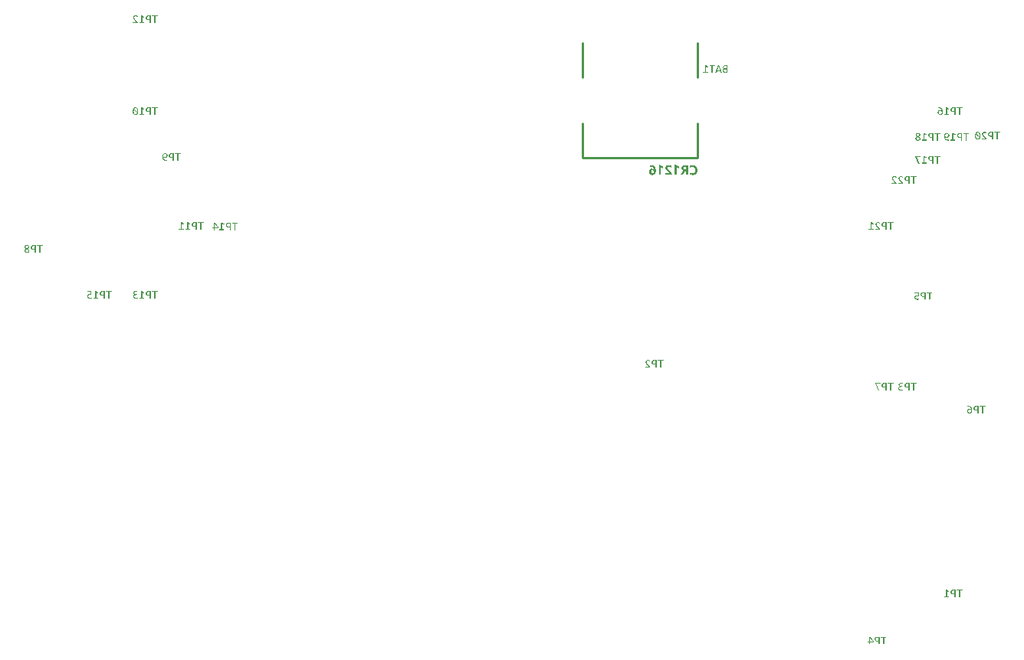
<source format=gbo>
G04*
G04 #@! TF.GenerationSoftware,Altium Limited,Altium Designer,19.0.8 (182)*
G04*
G04 Layer_Color=32896*
%FSLAX25Y25*%
%MOIN*%
G70*
G01*
G75*
%ADD17C,0.01000*%
G36*
X323031Y249336D02*
X323157Y249329D01*
X323386Y249292D01*
X323601Y249233D01*
X323697Y249203D01*
X323778Y249166D01*
X323860Y249137D01*
X323934Y249100D01*
X323993Y249070D01*
X324045Y249048D01*
X324089Y249018D01*
X324119Y249003D01*
X324134Y248996D01*
X324141Y248989D01*
Y248167D01*
X324045Y248241D01*
X323956Y248315D01*
X323860Y248367D01*
X323771Y248419D01*
X323682Y248463D01*
X323593Y248500D01*
X323438Y248552D01*
X323364Y248567D01*
X323305Y248582D01*
X323246Y248589D01*
X323194Y248596D01*
X323157Y248604D01*
X323105D01*
X322994Y248596D01*
X322898Y248582D01*
X322816Y248559D01*
X322750Y248537D01*
X322705Y248508D01*
X322668Y248485D01*
X322646Y248471D01*
X322639Y248463D01*
X322587Y248404D01*
X322550Y248337D01*
X322520Y248271D01*
X322506Y248204D01*
X322491Y248145D01*
X322483Y248101D01*
Y248071D01*
Y248056D01*
X322491Y247953D01*
X322506Y247871D01*
X322520Y247834D01*
X322528Y247812D01*
X322535Y247797D01*
Y247790D01*
X322572Y247701D01*
X322624Y247627D01*
X322646Y247597D01*
X322661Y247575D01*
X322668Y247560D01*
X322676Y247553D01*
X322750Y247464D01*
X322831Y247390D01*
X322861Y247361D01*
X322890Y247338D01*
X322905Y247324D01*
X322913Y247316D01*
X323016Y247227D01*
X323120Y247146D01*
X323164Y247116D01*
X323201Y247087D01*
X323223Y247072D01*
X323231Y247065D01*
X323364Y246968D01*
X323431Y246917D01*
X323482Y246872D01*
X323534Y246835D01*
X323571Y246806D01*
X323601Y246783D01*
X323608Y246776D01*
X323741Y246658D01*
X323808Y246591D01*
X323860Y246539D01*
X323904Y246487D01*
X323934Y246450D01*
X323956Y246421D01*
X323963Y246413D01*
X324074Y246258D01*
X324119Y246184D01*
X324163Y246110D01*
X324193Y246051D01*
X324215Y245999D01*
X324230Y245969D01*
X324237Y245955D01*
X324274Y245858D01*
X324304Y245762D01*
X324319Y245659D01*
X324333Y245570D01*
X324341Y245496D01*
X324348Y245429D01*
Y245392D01*
Y245385D01*
Y245377D01*
Y245067D01*
X321544D01*
Y245829D01*
X323327D01*
X323320Y245888D01*
X323297Y245947D01*
X323283Y245984D01*
X323275Y245992D01*
Y245999D01*
X323223Y246073D01*
X323172Y246132D01*
X323135Y246177D01*
X323127Y246184D01*
X323120Y246191D01*
X323038Y246265D01*
X322964Y246325D01*
X322927Y246347D01*
X322905Y246369D01*
X322890Y246376D01*
X322883Y246384D01*
X322787Y246458D01*
X322698Y246517D01*
X322661Y246547D01*
X322631Y246569D01*
X322617Y246576D01*
X322609Y246584D01*
X322461Y246687D01*
X322395Y246739D01*
X322328Y246783D01*
X322284Y246820D01*
X322239Y246850D01*
X322217Y246872D01*
X322210Y246880D01*
X322076Y246998D01*
X322017Y247057D01*
X321965Y247109D01*
X321928Y247153D01*
X321891Y247190D01*
X321877Y247213D01*
X321869Y247220D01*
X321773Y247361D01*
X321729Y247427D01*
X321692Y247494D01*
X321669Y247546D01*
X321647Y247590D01*
X321640Y247620D01*
X321632Y247627D01*
X321603Y247716D01*
X321581Y247805D01*
X321566Y247893D01*
X321551Y247975D01*
Y248041D01*
X321544Y248093D01*
Y248130D01*
Y248145D01*
X321551Y248249D01*
X321558Y248337D01*
X321573Y248419D01*
X321588Y248493D01*
X321610Y248559D01*
X321625Y248604D01*
X321632Y248633D01*
X321640Y248641D01*
X321677Y248722D01*
X321721Y248796D01*
X321766Y248855D01*
X321803Y248915D01*
X321847Y248959D01*
X321877Y248989D01*
X321899Y249011D01*
X321906Y249018D01*
X321973Y249070D01*
X322047Y249122D01*
X322113Y249159D01*
X322187Y249196D01*
X322247Y249218D01*
X322291Y249240D01*
X322321Y249255D01*
X322335D01*
X322432Y249285D01*
X322528Y249307D01*
X322624Y249322D01*
X322713Y249336D01*
X322794D01*
X322853Y249344D01*
X322905D01*
X323031Y249336D01*
D02*
G37*
G36*
X326361Y249225D02*
X326457Y249166D01*
X326553Y249107D01*
X326627Y249063D01*
X326694Y249033D01*
X326731Y249011D01*
X326738Y249003D01*
X326746D01*
X326983Y248892D01*
X327101Y248848D01*
X327205Y248811D01*
X327293Y248781D01*
X327360Y248759D01*
X327404Y248744D01*
X327412Y248737D01*
X327419D01*
Y247953D01*
X327330Y247967D01*
X327249Y247982D01*
X327219Y247990D01*
X327197D01*
X327182Y247997D01*
X327175D01*
X327086Y248027D01*
X327005Y248049D01*
X326975Y248064D01*
X326953Y248071D01*
X326938Y248078D01*
X326931D01*
X326849Y248115D01*
X326775Y248152D01*
X326746Y248167D01*
X326724Y248182D01*
X326716Y248189D01*
X326709D01*
X326635Y248234D01*
X326583Y248278D01*
X326546Y248308D01*
X326531Y248323D01*
Y245067D01*
X325606D01*
Y249366D01*
X326161D01*
X326361Y249225D01*
D02*
G37*
G36*
X319449D02*
X319546Y249166D01*
X319642Y249107D01*
X319716Y249063D01*
X319782Y249033D01*
X319819Y249011D01*
X319827Y249003D01*
X319834D01*
X320071Y248892D01*
X320189Y248848D01*
X320293Y248811D01*
X320382Y248781D01*
X320448Y248759D01*
X320493Y248744D01*
X320500Y248737D01*
X320508D01*
Y247953D01*
X320419Y247967D01*
X320337Y247982D01*
X320308Y247990D01*
X320286D01*
X320271Y247997D01*
X320263D01*
X320175Y248027D01*
X320093Y248049D01*
X320064Y248064D01*
X320041Y248071D01*
X320027Y248078D01*
X320019D01*
X319938Y248115D01*
X319864Y248152D01*
X319834Y248167D01*
X319812Y248182D01*
X319805Y248189D01*
X319797D01*
X319723Y248234D01*
X319671Y248278D01*
X319634Y248308D01*
X319620Y248323D01*
Y245067D01*
X318695D01*
Y249366D01*
X319250D01*
X319449Y249225D01*
D02*
G37*
G36*
X315638Y249336D02*
X315786Y249314D01*
X315927Y249285D01*
X316038Y249255D01*
X316142Y249225D01*
X316216Y249196D01*
X316238Y249181D01*
X316260Y249174D01*
X316267Y249166D01*
X316275D01*
X316401Y249100D01*
X316512Y249018D01*
X316615Y248937D01*
X316704Y248855D01*
X316778Y248789D01*
X316830Y248730D01*
X316859Y248693D01*
X316874Y248685D01*
Y248678D01*
X316963Y248559D01*
X317037Y248426D01*
X317104Y248300D01*
X317155Y248182D01*
X317200Y248078D01*
X317229Y247997D01*
X317237Y247967D01*
X317244Y247945D01*
X317252Y247930D01*
Y247923D01*
X317296Y247753D01*
X317326Y247590D01*
X317355Y247420D01*
X317370Y247272D01*
X317377Y247139D01*
Y247087D01*
X317385Y247035D01*
Y246998D01*
Y246968D01*
Y246954D01*
Y246946D01*
X317377Y246776D01*
X317370Y246621D01*
X317355Y246480D01*
X317333Y246354D01*
X317311Y246258D01*
X317296Y246184D01*
X317289Y246154D01*
Y246132D01*
X317281Y246125D01*
Y246117D01*
X317237Y245984D01*
X317192Y245866D01*
X317141Y245762D01*
X317096Y245673D01*
X317052Y245599D01*
X317015Y245548D01*
X316993Y245518D01*
X316985Y245503D01*
X316911Y245414D01*
X316830Y245340D01*
X316748Y245274D01*
X316674Y245222D01*
X316608Y245178D01*
X316556Y245148D01*
X316526Y245133D01*
X316512Y245126D01*
X316401Y245081D01*
X316290Y245052D01*
X316186Y245030D01*
X316090Y245015D01*
X316001Y245007D01*
X315934Y245000D01*
X315875D01*
X315757Y245007D01*
X315646Y245015D01*
X315550Y245030D01*
X315461Y245052D01*
X315394Y245074D01*
X315335Y245089D01*
X315305Y245096D01*
X315291Y245104D01*
X315194Y245148D01*
X315106Y245200D01*
X315032Y245252D01*
X314958Y245303D01*
X314906Y245348D01*
X314869Y245385D01*
X314839Y245407D01*
X314832Y245414D01*
X314765Y245488D01*
X314706Y245570D01*
X314654Y245651D01*
X314610Y245725D01*
X314573Y245784D01*
X314551Y245836D01*
X314536Y245866D01*
X314528Y245881D01*
X314491Y245984D01*
X314462Y246088D01*
X314447Y246184D01*
X314432Y246273D01*
X314425Y246354D01*
X314417Y246413D01*
Y246450D01*
Y246465D01*
Y246569D01*
X314432Y246672D01*
X314447Y246761D01*
X314462Y246835D01*
X314477Y246902D01*
X314491Y246946D01*
X314499Y246983D01*
X314506Y246991D01*
X314536Y247079D01*
X314573Y247161D01*
X314617Y247227D01*
X314654Y247287D01*
X314684Y247338D01*
X314713Y247375D01*
X314728Y247398D01*
X314736Y247405D01*
X314795Y247464D01*
X314854Y247523D01*
X314913Y247568D01*
X314972Y247605D01*
X315024Y247634D01*
X315061Y247657D01*
X315091Y247664D01*
X315098Y247671D01*
X315180Y247701D01*
X315261Y247731D01*
X315335Y247745D01*
X315409Y247753D01*
X315468Y247760D01*
X315520Y247768D01*
X315564D01*
X315668Y247760D01*
X315772Y247753D01*
X315949Y247701D01*
X316105Y247634D01*
X316230Y247560D01*
X316327Y247486D01*
X316393Y247420D01*
X316438Y247368D01*
X316445Y247361D01*
X316452Y247353D01*
X316467D01*
X316460Y247457D01*
X316452Y247560D01*
X316438Y247649D01*
X316423Y247723D01*
X316408Y247790D01*
X316401Y247834D01*
X316386Y247871D01*
Y247879D01*
X316356Y247967D01*
X316319Y248041D01*
X316282Y248108D01*
X316245Y248167D01*
X316216Y248212D01*
X316193Y248249D01*
X316179Y248271D01*
X316171Y248278D01*
X316119Y248337D01*
X316060Y248389D01*
X316008Y248434D01*
X315957Y248471D01*
X315912Y248500D01*
X315875Y248522D01*
X315853Y248530D01*
X315846Y248537D01*
X315772Y248567D01*
X315698Y248596D01*
X315624Y248611D01*
X315557Y248619D01*
X315498Y248626D01*
X315453Y248633D01*
X315416D01*
X315276Y248626D01*
X315150Y248604D01*
X315032Y248574D01*
X314928Y248545D01*
X314839Y248508D01*
X314773Y248478D01*
X314736Y248456D01*
X314721Y248448D01*
Y249225D01*
X314832Y249262D01*
X314950Y249292D01*
X315076Y249314D01*
X315194Y249329D01*
X315305Y249336D01*
X315394Y249344D01*
X315476D01*
X315638Y249336D01*
D02*
G37*
G36*
X333443D02*
X333613Y249314D01*
X333776Y249285D01*
X333931Y249248D01*
X334079Y249196D01*
X334212Y249144D01*
X334331Y249085D01*
X334442Y249033D01*
X334538Y248974D01*
X334627Y248915D01*
X334701Y248863D01*
X334767Y248811D01*
X334812Y248774D01*
X334849Y248744D01*
X334871Y248722D01*
X334878Y248715D01*
X334989Y248596D01*
X335086Y248463D01*
X335167Y248330D01*
X335241Y248189D01*
X335300Y248056D01*
X335345Y247916D01*
X335389Y247782D01*
X335419Y247657D01*
X335448Y247538D01*
X335470Y247427D01*
X335478Y247324D01*
X335493Y247242D01*
Y247168D01*
X335500Y247116D01*
Y247087D01*
Y247072D01*
X335493Y246902D01*
X335478Y246739D01*
X335448Y246584D01*
X335411Y246436D01*
X335374Y246302D01*
X335322Y246177D01*
X335271Y246066D01*
X335219Y245962D01*
X335167Y245873D01*
X335123Y245792D01*
X335071Y245725D01*
X335034Y245666D01*
X334997Y245622D01*
X334967Y245592D01*
X334952Y245570D01*
X334945Y245562D01*
X334834Y245466D01*
X334723Y245377D01*
X334597Y245303D01*
X334471Y245237D01*
X334346Y245185D01*
X334220Y245141D01*
X334094Y245104D01*
X333976Y245074D01*
X333865Y245044D01*
X333754Y245030D01*
X333665Y245015D01*
X333583Y245007D01*
X333517D01*
X333465Y245000D01*
X333421D01*
X333154Y245007D01*
X333036Y245022D01*
X332917Y245037D01*
X332814Y245052D01*
X332718Y245067D01*
X332629Y245089D01*
X332540Y245111D01*
X332473Y245126D01*
X332407Y245148D01*
X332348Y245163D01*
X332303Y245185D01*
X332266Y245192D01*
X332244Y245207D01*
X332229Y245215D01*
X332222D01*
Y246080D01*
X332399Y245992D01*
X332577Y245925D01*
X332747Y245873D01*
X332903Y245844D01*
X333036Y245821D01*
X333095Y245814D01*
X333139D01*
X333184Y245807D01*
X333236D01*
X333339Y245814D01*
X333443Y245821D01*
X333628Y245866D01*
X333783Y245925D01*
X333916Y245992D01*
X334020Y246058D01*
X334064Y246088D01*
X334101Y246110D01*
X334124Y246140D01*
X334146Y246154D01*
X334153Y246162D01*
X334161Y246169D01*
X334220Y246243D01*
X334272Y246317D01*
X334360Y246473D01*
X334420Y246635D01*
X334457Y246791D01*
X334486Y246931D01*
X334494Y246991D01*
Y247042D01*
X334501Y247087D01*
Y247116D01*
Y247139D01*
Y247146D01*
X334494Y247264D01*
X334486Y247375D01*
X334442Y247575D01*
X334383Y247745D01*
X334353Y247819D01*
X334316Y247886D01*
X334286Y247945D01*
X334249Y248004D01*
X334220Y248049D01*
X334198Y248086D01*
X334168Y248115D01*
X334153Y248138D01*
X334146Y248145D01*
X334138Y248152D01*
X334064Y248219D01*
X333990Y248278D01*
X333916Y248323D01*
X333835Y248367D01*
X333680Y248434D01*
X333524Y248478D01*
X333391Y248500D01*
X333332Y248515D01*
X333280D01*
X333243Y248522D01*
X333184D01*
X332984Y248515D01*
X332806Y248485D01*
X332644Y248441D01*
X332503Y248397D01*
X332385Y248352D01*
X332333Y248330D01*
X332296Y248308D01*
X332266Y248293D01*
X332244Y248278D01*
X332229Y248271D01*
X332222D01*
Y249188D01*
X332385Y249240D01*
X332562Y249277D01*
X332732Y249307D01*
X332895Y249322D01*
X333043Y249336D01*
X333102D01*
X333154Y249344D01*
X333258D01*
X333443Y249336D01*
D02*
G37*
G36*
X331482Y245067D02*
X330535D01*
Y246672D01*
X330283D01*
X330216Y246665D01*
X330165Y246658D01*
X330135Y246643D01*
X330120Y246635D01*
X330068Y246606D01*
X330024Y246569D01*
X329994Y246547D01*
X329980Y246532D01*
X329928Y246480D01*
X329883Y246421D01*
X329854Y246376D01*
X329839Y246369D01*
Y246362D01*
X329787Y246288D01*
X329743Y246221D01*
X329728Y246191D01*
X329713Y246169D01*
X329698Y246154D01*
Y246147D01*
X329047Y245067D01*
X327952D01*
X328751Y246310D01*
X328796Y246384D01*
X328840Y246443D01*
X328870Y246487D01*
X328884Y246495D01*
Y246502D01*
X328944Y246576D01*
X328995Y246635D01*
X329032Y246680D01*
X329040Y246687D01*
X329047Y246695D01*
X329106Y246754D01*
X329166Y246806D01*
X329203Y246835D01*
X329210Y246850D01*
X329217D01*
X329277Y246894D01*
X329336Y246924D01*
X329380Y246939D01*
X329388Y246946D01*
X329395D01*
Y246954D01*
X329247Y247005D01*
X329180Y247035D01*
X329121Y247065D01*
X329077Y247087D01*
X329040Y247109D01*
X329018Y247116D01*
X329010Y247124D01*
X328892Y247213D01*
X328840Y247257D01*
X328796Y247294D01*
X328759Y247331D01*
X328736Y247361D01*
X328722Y247375D01*
X328714Y247383D01*
X328633Y247501D01*
X328574Y247605D01*
X328551Y247649D01*
X328537Y247686D01*
X328522Y247708D01*
Y247716D01*
X328485Y247864D01*
X328470Y247930D01*
X328463Y247990D01*
X328455Y248041D01*
Y248086D01*
Y248115D01*
Y248123D01*
X328463Y248226D01*
X328470Y248323D01*
X328492Y248419D01*
X328522Y248500D01*
X328596Y248656D01*
X328692Y248789D01*
X328810Y248900D01*
X328936Y248989D01*
X329077Y249063D01*
X329217Y249129D01*
X329358Y249174D01*
X329499Y249211D01*
X329624Y249233D01*
X329743Y249255D01*
X329839Y249262D01*
X329913Y249270D01*
X331482D01*
Y245067D01*
D02*
G37*
G36*
X444945Y63936D02*
X444789Y63564D01*
X444007Y63986D01*
Y61605D01*
X444845D01*
Y61200D01*
X442797D01*
Y61605D01*
X443524D01*
Y64480D01*
X443912D01*
X444945Y63936D01*
D02*
G37*
G36*
X450700Y64086D02*
X449734D01*
Y61200D01*
X449285D01*
Y64086D01*
X448319D01*
Y64463D01*
X450700D01*
Y64086D01*
D02*
G37*
G36*
X447709Y61200D02*
X447264D01*
Y62371D01*
X446865D01*
X446743Y62377D01*
X446626Y62388D01*
X446526Y62399D01*
X446443Y62421D01*
X446371Y62438D01*
X446321Y62449D01*
X446288Y62460D01*
X446277Y62465D01*
X446188Y62504D01*
X446110Y62543D01*
X446043Y62587D01*
X445983Y62626D01*
X445938Y62660D01*
X445905Y62687D01*
X445883Y62710D01*
X445877Y62715D01*
X445822Y62776D01*
X445772Y62837D01*
X445733Y62893D01*
X445699Y62948D01*
X445677Y62993D01*
X445655Y63032D01*
X445649Y63054D01*
X445644Y63065D01*
X445616Y63137D01*
X445600Y63209D01*
X445583Y63281D01*
X445577Y63342D01*
X445572Y63392D01*
X445566Y63431D01*
Y63453D01*
Y63464D01*
X445572Y63564D01*
X445583Y63653D01*
X445600Y63731D01*
X445616Y63797D01*
X445633Y63853D01*
X445649Y63892D01*
X445661Y63914D01*
X445666Y63925D01*
X445705Y63992D01*
X445749Y64053D01*
X445794Y64103D01*
X445838Y64147D01*
X445877Y64186D01*
X445910Y64208D01*
X445932Y64225D01*
X445938Y64230D01*
X446005Y64275D01*
X446071Y64308D01*
X446132Y64341D01*
X446193Y64363D01*
X446249Y64386D01*
X446288Y64397D01*
X446315Y64408D01*
X446327D01*
X446493Y64441D01*
X446571Y64452D01*
X446643Y64458D01*
X446704Y64463D01*
X447709D01*
Y61200D01*
D02*
G37*
G36*
X424046Y244508D02*
X424151Y244497D01*
X424245Y244475D01*
X424329Y244452D01*
X424395Y244430D01*
X424445Y244408D01*
X424478Y244397D01*
X424484Y244391D01*
X424490D01*
X424578Y244347D01*
X424656Y244291D01*
X424728Y244241D01*
X424789Y244191D01*
X424839Y244147D01*
X424878Y244114D01*
X424900Y244092D01*
X424911Y244080D01*
X424673Y243797D01*
X424617Y243847D01*
X424567Y243897D01*
X424512Y243936D01*
X424467Y243969D01*
X424423Y243997D01*
X424390Y244019D01*
X424368Y244030D01*
X424362Y244036D01*
X424295Y244069D01*
X424229Y244092D01*
X424168Y244108D01*
X424107Y244119D01*
X424057Y244125D01*
X424018Y244130D01*
X423929D01*
X423879Y244125D01*
X423840Y244114D01*
X423801Y244108D01*
X423768Y244097D01*
X423746Y244086D01*
X423735Y244080D01*
X423729D01*
X423657Y244036D01*
X423596Y243997D01*
X423579Y243975D01*
X423563Y243964D01*
X423557Y243953D01*
X423552Y243947D01*
X423507Y243881D01*
X423474Y243820D01*
X423463Y243792D01*
X423457Y243770D01*
X423452Y243759D01*
Y243753D01*
X423429Y243675D01*
X423424Y243598D01*
X423418Y243570D01*
Y243548D01*
Y243531D01*
Y243526D01*
X423424Y243437D01*
X423429Y243392D01*
Y243359D01*
X423435Y243331D01*
X423441Y243309D01*
X423446Y243292D01*
Y243287D01*
X423468Y243203D01*
X423502Y243131D01*
X423518Y243098D01*
X423535Y243076D01*
X423540Y243059D01*
X423546Y243054D01*
X423607Y242959D01*
X423640Y242915D01*
X423674Y242871D01*
X423701Y242837D01*
X423724Y242810D01*
X423740Y242787D01*
X423746Y242782D01*
X423796Y242726D01*
X423851Y242665D01*
X423907Y242604D01*
X423962Y242549D01*
X424012Y242499D01*
X424051Y242460D01*
X424073Y242438D01*
X424084Y242426D01*
X424923Y241588D01*
Y241200D01*
X422769D01*
Y241616D01*
X424356D01*
X423768Y242193D01*
X423690Y242266D01*
X423624Y242338D01*
X423563Y242399D01*
X423507Y242454D01*
X423468Y242499D01*
X423435Y242532D01*
X423413Y242554D01*
X423407Y242560D01*
X423352Y242621D01*
X423302Y242682D01*
X423257Y242737D01*
X423219Y242787D01*
X423191Y242832D01*
X423169Y242860D01*
X423158Y242882D01*
X423152Y242887D01*
X423085Y243004D01*
X423058Y243059D01*
X423035Y243109D01*
X423019Y243148D01*
X423008Y243181D01*
X422997Y243203D01*
Y243209D01*
X422969Y243331D01*
X422958Y243392D01*
X422952Y243442D01*
X422947Y243492D01*
Y243526D01*
Y243553D01*
Y243559D01*
X422952Y243642D01*
X422958Y243714D01*
X422969Y243781D01*
X422980Y243842D01*
X422997Y243892D01*
X423008Y243925D01*
X423013Y243953D01*
X423019Y243958D01*
X423047Y244025D01*
X423080Y244080D01*
X423113Y244130D01*
X423146Y244175D01*
X423180Y244208D01*
X423202Y244236D01*
X423219Y244252D01*
X423224Y244258D01*
X423324Y244341D01*
X423374Y244369D01*
X423424Y244397D01*
X423468Y244419D01*
X423502Y244436D01*
X423524Y244441D01*
X423529Y244447D01*
X423596Y244469D01*
X423668Y244486D01*
X423735Y244497D01*
X423796Y244508D01*
X423851D01*
X423890Y244513D01*
X423929D01*
X424046Y244508D01*
D02*
G37*
G36*
X421232D02*
X421337Y244497D01*
X421431Y244475D01*
X421515Y244452D01*
X421581Y244430D01*
X421631Y244408D01*
X421665Y244397D01*
X421670Y244391D01*
X421676D01*
X421765Y244347D01*
X421842Y244291D01*
X421914Y244241D01*
X421975Y244191D01*
X422025Y244147D01*
X422064Y244114D01*
X422086Y244092D01*
X422097Y244080D01*
X421859Y243797D01*
X421803Y243847D01*
X421753Y243897D01*
X421698Y243936D01*
X421654Y243969D01*
X421609Y243997D01*
X421576Y244019D01*
X421554Y244030D01*
X421548Y244036D01*
X421482Y244069D01*
X421415Y244092D01*
X421354Y244108D01*
X421293Y244119D01*
X421243Y244125D01*
X421204Y244130D01*
X421115D01*
X421065Y244125D01*
X421026Y244114D01*
X420988Y244108D01*
X420954Y244097D01*
X420932Y244086D01*
X420921Y244080D01*
X420915D01*
X420843Y244036D01*
X420782Y243997D01*
X420765Y243975D01*
X420749Y243964D01*
X420743Y243953D01*
X420738Y243947D01*
X420693Y243881D01*
X420660Y243820D01*
X420649Y243792D01*
X420643Y243770D01*
X420638Y243759D01*
Y243753D01*
X420616Y243675D01*
X420610Y243598D01*
X420605Y243570D01*
Y243548D01*
Y243531D01*
Y243526D01*
X420610Y243437D01*
X420616Y243392D01*
Y243359D01*
X420621Y243331D01*
X420627Y243309D01*
X420632Y243292D01*
Y243287D01*
X420654Y243203D01*
X420688Y243131D01*
X420705Y243098D01*
X420721Y243076D01*
X420727Y243059D01*
X420732Y243054D01*
X420793Y242959D01*
X420827Y242915D01*
X420860Y242871D01*
X420888Y242837D01*
X420910Y242810D01*
X420927Y242787D01*
X420932Y242782D01*
X420982Y242726D01*
X421037Y242665D01*
X421093Y242604D01*
X421148Y242549D01*
X421198Y242499D01*
X421237Y242460D01*
X421259Y242438D01*
X421271Y242426D01*
X422109Y241588D01*
Y241200D01*
X419955D01*
Y241616D01*
X421543D01*
X420954Y242193D01*
X420877Y242266D01*
X420810Y242338D01*
X420749Y242399D01*
X420693Y242454D01*
X420654Y242499D01*
X420621Y242532D01*
X420599Y242554D01*
X420594Y242560D01*
X420538Y242621D01*
X420488Y242682D01*
X420444Y242737D01*
X420405Y242787D01*
X420377Y242832D01*
X420355Y242860D01*
X420344Y242882D01*
X420338Y242887D01*
X420272Y243004D01*
X420244Y243059D01*
X420222Y243109D01*
X420205Y243148D01*
X420194Y243181D01*
X420183Y243203D01*
Y243209D01*
X420155Y243331D01*
X420144Y243392D01*
X420138Y243442D01*
X420133Y243492D01*
Y243526D01*
Y243553D01*
Y243559D01*
X420138Y243642D01*
X420144Y243714D01*
X420155Y243781D01*
X420166Y243842D01*
X420183Y243892D01*
X420194Y243925D01*
X420199Y243953D01*
X420205Y243958D01*
X420233Y244025D01*
X420266Y244080D01*
X420299Y244130D01*
X420333Y244175D01*
X420366Y244208D01*
X420388Y244236D01*
X420405Y244252D01*
X420410Y244258D01*
X420510Y244341D01*
X420560Y244369D01*
X420610Y244397D01*
X420654Y244419D01*
X420688Y244436D01*
X420710Y244441D01*
X420716Y244447D01*
X420782Y244469D01*
X420854Y244486D01*
X420921Y244497D01*
X420982Y244508D01*
X421037D01*
X421076Y244513D01*
X421115D01*
X421232Y244508D01*
D02*
G37*
G36*
X430700Y244086D02*
X429734D01*
Y241200D01*
X429285D01*
Y244086D01*
X428319D01*
Y244463D01*
X430700D01*
Y244086D01*
D02*
G37*
G36*
X427709Y241200D02*
X427265D01*
Y242371D01*
X426865D01*
X426743Y242377D01*
X426626Y242388D01*
X426526Y242399D01*
X426443Y242421D01*
X426371Y242438D01*
X426321Y242449D01*
X426288Y242460D01*
X426277Y242465D01*
X426188Y242504D01*
X426110Y242543D01*
X426044Y242587D01*
X425983Y242626D01*
X425938Y242660D01*
X425905Y242687D01*
X425883Y242710D01*
X425877Y242715D01*
X425822Y242776D01*
X425772Y242837D01*
X425733Y242893D01*
X425700Y242948D01*
X425677Y242993D01*
X425655Y243032D01*
X425649Y243054D01*
X425644Y243065D01*
X425616Y243137D01*
X425600Y243209D01*
X425583Y243281D01*
X425577Y243342D01*
X425572Y243392D01*
X425566Y243431D01*
Y243453D01*
Y243464D01*
X425572Y243564D01*
X425583Y243653D01*
X425600Y243731D01*
X425616Y243797D01*
X425633Y243853D01*
X425649Y243892D01*
X425661Y243914D01*
X425666Y243925D01*
X425705Y243992D01*
X425749Y244053D01*
X425794Y244103D01*
X425838Y244147D01*
X425877Y244186D01*
X425910Y244208D01*
X425933Y244225D01*
X425938Y244230D01*
X426005Y244275D01*
X426071Y244308D01*
X426132Y244341D01*
X426193Y244363D01*
X426249Y244386D01*
X426288Y244397D01*
X426315Y244408D01*
X426327D01*
X426493Y244441D01*
X426571Y244452D01*
X426643Y244458D01*
X426704Y244463D01*
X427709D01*
Y241200D01*
D02*
G37*
G36*
X414046Y224508D02*
X414151Y224497D01*
X414245Y224475D01*
X414329Y224452D01*
X414395Y224430D01*
X414445Y224408D01*
X414478Y224397D01*
X414484Y224391D01*
X414490D01*
X414578Y224347D01*
X414656Y224291D01*
X414728Y224241D01*
X414789Y224191D01*
X414839Y224147D01*
X414878Y224114D01*
X414900Y224092D01*
X414911Y224080D01*
X414673Y223797D01*
X414617Y223847D01*
X414567Y223897D01*
X414512Y223936D01*
X414467Y223970D01*
X414423Y223997D01*
X414390Y224019D01*
X414367Y224030D01*
X414362Y224036D01*
X414295Y224069D01*
X414229Y224092D01*
X414168Y224108D01*
X414107Y224119D01*
X414057Y224125D01*
X414018Y224130D01*
X413929D01*
X413879Y224125D01*
X413840Y224114D01*
X413801Y224108D01*
X413768Y224097D01*
X413746Y224086D01*
X413735Y224080D01*
X413729D01*
X413657Y224036D01*
X413596Y223997D01*
X413579Y223975D01*
X413563Y223964D01*
X413557Y223953D01*
X413552Y223947D01*
X413507Y223881D01*
X413474Y223820D01*
X413463Y223792D01*
X413457Y223770D01*
X413452Y223759D01*
Y223753D01*
X413429Y223675D01*
X413424Y223598D01*
X413418Y223570D01*
Y223548D01*
Y223531D01*
Y223526D01*
X413424Y223437D01*
X413429Y223392D01*
Y223359D01*
X413435Y223331D01*
X413441Y223309D01*
X413446Y223292D01*
Y223287D01*
X413468Y223203D01*
X413502Y223131D01*
X413518Y223098D01*
X413535Y223076D01*
X413541Y223059D01*
X413546Y223054D01*
X413607Y222959D01*
X413640Y222915D01*
X413674Y222871D01*
X413701Y222837D01*
X413724Y222810D01*
X413740Y222787D01*
X413746Y222782D01*
X413796Y222726D01*
X413851Y222665D01*
X413907Y222604D01*
X413962Y222549D01*
X414012Y222499D01*
X414051Y222460D01*
X414073Y222438D01*
X414084Y222427D01*
X414923Y221588D01*
Y221200D01*
X412769D01*
Y221616D01*
X414356D01*
X413768Y222193D01*
X413690Y222266D01*
X413624Y222338D01*
X413563Y222399D01*
X413507Y222454D01*
X413468Y222499D01*
X413435Y222532D01*
X413413Y222554D01*
X413407Y222560D01*
X413352Y222621D01*
X413302Y222682D01*
X413258Y222737D01*
X413219Y222787D01*
X413191Y222832D01*
X413169Y222860D01*
X413158Y222882D01*
X413152Y222887D01*
X413085Y223004D01*
X413058Y223059D01*
X413035Y223109D01*
X413019Y223148D01*
X413008Y223181D01*
X412997Y223203D01*
Y223209D01*
X412969Y223331D01*
X412958Y223392D01*
X412952Y223442D01*
X412947Y223492D01*
Y223526D01*
Y223553D01*
Y223559D01*
X412952Y223642D01*
X412958Y223714D01*
X412969Y223781D01*
X412980Y223842D01*
X412997Y223892D01*
X413008Y223925D01*
X413013Y223953D01*
X413019Y223958D01*
X413047Y224025D01*
X413080Y224080D01*
X413113Y224130D01*
X413146Y224175D01*
X413180Y224208D01*
X413202Y224236D01*
X413219Y224253D01*
X413224Y224258D01*
X413324Y224341D01*
X413374Y224369D01*
X413424Y224397D01*
X413468Y224419D01*
X413502Y224436D01*
X413524Y224441D01*
X413529Y224447D01*
X413596Y224469D01*
X413668Y224486D01*
X413735Y224497D01*
X413796Y224508D01*
X413851D01*
X413890Y224513D01*
X413929D01*
X414046Y224508D01*
D02*
G37*
G36*
X412131Y223936D02*
X411975Y223564D01*
X411193Y223986D01*
Y221605D01*
X412031D01*
Y221200D01*
X409983D01*
Y221605D01*
X410710D01*
Y224480D01*
X411098D01*
X412131Y223936D01*
D02*
G37*
G36*
X420700Y224086D02*
X419734D01*
Y221200D01*
X419285D01*
Y224086D01*
X418319D01*
Y224463D01*
X420700D01*
Y224086D01*
D02*
G37*
G36*
X417709Y221200D02*
X417265D01*
Y222371D01*
X416865D01*
X416743Y222377D01*
X416626Y222388D01*
X416526Y222399D01*
X416443Y222421D01*
X416371Y222438D01*
X416321Y222449D01*
X416288Y222460D01*
X416277Y222465D01*
X416188Y222504D01*
X416110Y222543D01*
X416044Y222587D01*
X415982Y222626D01*
X415938Y222660D01*
X415905Y222687D01*
X415883Y222710D01*
X415877Y222715D01*
X415822Y222776D01*
X415772Y222837D01*
X415733Y222893D01*
X415699Y222948D01*
X415677Y222993D01*
X415655Y223031D01*
X415650Y223054D01*
X415644Y223065D01*
X415616Y223137D01*
X415600Y223209D01*
X415583Y223281D01*
X415577Y223342D01*
X415572Y223392D01*
X415566Y223431D01*
Y223453D01*
Y223464D01*
X415572Y223564D01*
X415583Y223653D01*
X415600Y223731D01*
X415616Y223797D01*
X415633Y223853D01*
X415650Y223892D01*
X415661Y223914D01*
X415666Y223925D01*
X415705Y223992D01*
X415749Y224053D01*
X415794Y224103D01*
X415838Y224147D01*
X415877Y224186D01*
X415910Y224208D01*
X415933Y224225D01*
X415938Y224230D01*
X416005Y224275D01*
X416071Y224308D01*
X416132Y224341D01*
X416193Y224363D01*
X416249Y224386D01*
X416288Y224397D01*
X416316Y224408D01*
X416327D01*
X416493Y224441D01*
X416571Y224452D01*
X416643Y224458D01*
X416704Y224463D01*
X417709D01*
Y221200D01*
D02*
G37*
G36*
X460346Y263808D02*
X460451Y263797D01*
X460545Y263774D01*
X460629Y263752D01*
X460695Y263730D01*
X460745Y263708D01*
X460778Y263697D01*
X460784Y263691D01*
X460789D01*
X460878Y263647D01*
X460956Y263591D01*
X461028Y263541D01*
X461089Y263491D01*
X461139Y263447D01*
X461178Y263414D01*
X461200Y263392D01*
X461211Y263381D01*
X460973Y263097D01*
X460917Y263147D01*
X460867Y263197D01*
X460812Y263236D01*
X460767Y263269D01*
X460723Y263297D01*
X460690Y263319D01*
X460668Y263331D01*
X460662Y263336D01*
X460595Y263369D01*
X460529Y263392D01*
X460468Y263408D01*
X460407Y263419D01*
X460357Y263425D01*
X460318Y263430D01*
X460229D01*
X460179Y263425D01*
X460140Y263414D01*
X460101Y263408D01*
X460068Y263397D01*
X460046Y263386D01*
X460035Y263381D01*
X460029D01*
X459957Y263336D01*
X459896Y263297D01*
X459879Y263275D01*
X459863Y263264D01*
X459857Y263253D01*
X459852Y263247D01*
X459807Y263181D01*
X459774Y263120D01*
X459763Y263092D01*
X459757Y263070D01*
X459752Y263059D01*
Y263053D01*
X459729Y262975D01*
X459724Y262898D01*
X459718Y262870D01*
Y262848D01*
Y262831D01*
Y262825D01*
X459724Y262737D01*
X459729Y262692D01*
Y262659D01*
X459735Y262631D01*
X459741Y262609D01*
X459746Y262592D01*
Y262587D01*
X459768Y262504D01*
X459802Y262431D01*
X459818Y262398D01*
X459835Y262376D01*
X459840Y262359D01*
X459846Y262354D01*
X459907Y262259D01*
X459940Y262215D01*
X459974Y262171D01*
X460002Y262137D01*
X460024Y262109D01*
X460040Y262087D01*
X460046Y262082D01*
X460096Y262026D01*
X460151Y261965D01*
X460207Y261904D01*
X460262Y261849D01*
X460312Y261799D01*
X460351Y261760D01*
X460373Y261738D01*
X460384Y261726D01*
X461223Y260889D01*
Y260500D01*
X459069D01*
Y260916D01*
X460656D01*
X460068Y261493D01*
X459990Y261566D01*
X459924Y261638D01*
X459863Y261699D01*
X459807Y261754D01*
X459768Y261799D01*
X459735Y261832D01*
X459713Y261854D01*
X459707Y261860D01*
X459652Y261921D01*
X459602Y261982D01*
X459557Y262037D01*
X459519Y262087D01*
X459491Y262132D01*
X459469Y262159D01*
X459457Y262182D01*
X459452Y262187D01*
X459385Y262304D01*
X459358Y262359D01*
X459336Y262409D01*
X459319Y262448D01*
X459308Y262481D01*
X459297Y262504D01*
Y262509D01*
X459269Y262631D01*
X459258Y262692D01*
X459252Y262742D01*
X459247Y262792D01*
Y262825D01*
Y262853D01*
Y262859D01*
X459252Y262942D01*
X459258Y263014D01*
X459269Y263081D01*
X459280Y263142D01*
X459297Y263192D01*
X459308Y263225D01*
X459313Y263253D01*
X459319Y263258D01*
X459347Y263325D01*
X459380Y263381D01*
X459413Y263430D01*
X459446Y263475D01*
X459480Y263508D01*
X459502Y263536D01*
X459519Y263552D01*
X459524Y263558D01*
X459624Y263641D01*
X459674Y263669D01*
X459724Y263697D01*
X459768Y263719D01*
X459802Y263736D01*
X459824Y263741D01*
X459829Y263747D01*
X459896Y263769D01*
X459968Y263786D01*
X460035Y263797D01*
X460096Y263808D01*
X460151D01*
X460190Y263813D01*
X460229D01*
X460346Y263808D01*
D02*
G37*
G36*
X467000Y263386D02*
X466034D01*
Y260500D01*
X465585D01*
Y263386D01*
X464619D01*
Y263763D01*
X467000D01*
Y263386D01*
D02*
G37*
G36*
X464009Y260500D02*
X463564D01*
Y261671D01*
X463165D01*
X463043Y261677D01*
X462926Y261688D01*
X462826Y261699D01*
X462743Y261721D01*
X462671Y261738D01*
X462621Y261749D01*
X462588Y261760D01*
X462577Y261765D01*
X462488Y261804D01*
X462410Y261843D01*
X462344Y261888D01*
X462283Y261926D01*
X462238Y261960D01*
X462205Y261987D01*
X462183Y262010D01*
X462177Y262015D01*
X462122Y262076D01*
X462072Y262137D01*
X462033Y262193D01*
X461999Y262248D01*
X461977Y262293D01*
X461955Y262332D01*
X461949Y262354D01*
X461944Y262365D01*
X461916Y262437D01*
X461900Y262509D01*
X461883Y262581D01*
X461877Y262642D01*
X461872Y262692D01*
X461866Y262731D01*
Y262753D01*
Y262764D01*
X461872Y262864D01*
X461883Y262953D01*
X461900Y263031D01*
X461916Y263097D01*
X461933Y263153D01*
X461949Y263192D01*
X461961Y263214D01*
X461966Y263225D01*
X462005Y263292D01*
X462049Y263353D01*
X462094Y263403D01*
X462138Y263447D01*
X462177Y263486D01*
X462210Y263508D01*
X462232Y263525D01*
X462238Y263530D01*
X462305Y263575D01*
X462371Y263608D01*
X462432Y263641D01*
X462493Y263664D01*
X462549Y263686D01*
X462588Y263697D01*
X462615Y263708D01*
X462627D01*
X462793Y263741D01*
X462871Y263752D01*
X462943Y263758D01*
X463004Y263763D01*
X464009D01*
Y260500D01*
D02*
G37*
G36*
X457454Y263808D02*
X457554Y263797D01*
X457648Y263774D01*
X457726Y263752D01*
X457787Y263730D01*
X457837Y263708D01*
X457865Y263697D01*
X457876Y263691D01*
X457959Y263641D01*
X458031Y263586D01*
X458098Y263530D01*
X458148Y263475D01*
X458192Y263425D01*
X458225Y263386D01*
X458248Y263358D01*
X458253Y263347D01*
X458303Y263258D01*
X458353Y263170D01*
X458392Y263081D01*
X458425Y262998D01*
X458448Y262925D01*
X458464Y262864D01*
X458470Y262842D01*
X458475Y262831D01*
X458481Y262820D01*
Y262814D01*
X458503Y262698D01*
X458520Y262576D01*
X458536Y262465D01*
X458542Y262359D01*
X458547Y262265D01*
X458553Y262226D01*
Y262193D01*
Y262171D01*
Y262148D01*
Y262137D01*
Y262132D01*
X458547Y261976D01*
X458542Y261826D01*
X458531Y261699D01*
X458514Y261588D01*
X458508Y261543D01*
X458497Y261499D01*
X458492Y261466D01*
X458486Y261432D01*
X458481Y261410D01*
Y261394D01*
X458475Y261383D01*
Y261377D01*
X458442Y261266D01*
X458403Y261160D01*
X458364Y261072D01*
X458325Y260999D01*
X458292Y260939D01*
X458264Y260894D01*
X458248Y260866D01*
X458242Y260855D01*
X458181Y260783D01*
X458120Y260722D01*
X458059Y260666D01*
X457998Y260628D01*
X457948Y260594D01*
X457909Y260567D01*
X457887Y260556D01*
X457876Y260550D01*
X457793Y260517D01*
X457709Y260494D01*
X457626Y260478D01*
X457554Y260467D01*
X457487Y260461D01*
X457437Y260456D01*
X457393D01*
X457282Y260461D01*
X457182Y260472D01*
X457093Y260494D01*
X457016Y260517D01*
X456954Y260533D01*
X456905Y260556D01*
X456877Y260567D01*
X456866Y260572D01*
X456782Y260622D01*
X456710Y260678D01*
X456644Y260733D01*
X456594Y260789D01*
X456549Y260839D01*
X456516Y260877D01*
X456494Y260905D01*
X456488Y260916D01*
X456433Y261005D01*
X456388Y261094D01*
X456350Y261183D01*
X456316Y261266D01*
X456294Y261338D01*
X456272Y261394D01*
X456266Y261416D01*
Y261432D01*
X456261Y261438D01*
Y261443D01*
X456233Y261560D01*
X456216Y261682D01*
X456200Y261799D01*
X456194Y261904D01*
X456189Y261999D01*
X456183Y262037D01*
Y262071D01*
Y262093D01*
Y262115D01*
Y262126D01*
Y262132D01*
X456189Y262287D01*
X456194Y262431D01*
X456211Y262559D01*
X456222Y262670D01*
X456233Y262714D01*
X456239Y262759D01*
X456244Y262792D01*
X456255Y262825D01*
X456261Y262848D01*
Y262864D01*
X456266Y262875D01*
Y262881D01*
X456300Y262998D01*
X456339Y263097D01*
X456377Y263192D01*
X456416Y263264D01*
X456449Y263325D01*
X456477Y263369D01*
X456499Y263397D01*
X456505Y263408D01*
X456566Y263480D01*
X456627Y263541D01*
X456688Y263597D01*
X456744Y263636D01*
X456793Y263669D01*
X456832Y263697D01*
X456860Y263708D01*
X456871Y263714D01*
X456954Y263747D01*
X457032Y263769D01*
X457115Y263791D01*
X457188Y263802D01*
X457249Y263808D01*
X457299Y263813D01*
X457343D01*
X457454Y263808D01*
D02*
G37*
G36*
X447745Y262736D02*
X447589Y262364D01*
X446807Y262786D01*
Y260405D01*
X447645D01*
Y260000D01*
X445597D01*
Y260405D01*
X446324D01*
Y263280D01*
X446712D01*
X447745Y262736D01*
D02*
G37*
G36*
X443987Y263308D02*
X444076Y263302D01*
X444154Y263286D01*
X444220Y263269D01*
X444281Y263252D01*
X444320Y263241D01*
X444348Y263230D01*
X444359Y263225D01*
X444431Y263191D01*
X444503Y263152D01*
X444559Y263113D01*
X444615Y263075D01*
X444653Y263041D01*
X444687Y263014D01*
X444709Y262997D01*
X444714Y262991D01*
X444770Y262936D01*
X444814Y262875D01*
X444853Y262819D01*
X444886Y262764D01*
X444914Y262719D01*
X444931Y262681D01*
X444942Y262658D01*
X444947Y262647D01*
X444975Y262575D01*
X444992Y262497D01*
X445009Y262431D01*
X445014Y262364D01*
X445020Y262309D01*
X445025Y262264D01*
Y262237D01*
Y262226D01*
X445020Y262148D01*
X445014Y262076D01*
X445003Y262009D01*
X444992Y261954D01*
X444981Y261904D01*
X444975Y261870D01*
X444964Y261843D01*
Y261837D01*
X444936Y261770D01*
X444909Y261715D01*
X444881Y261660D01*
X444847Y261615D01*
X444825Y261576D01*
X444803Y261548D01*
X444787Y261532D01*
X444781Y261526D01*
X444731Y261482D01*
X444681Y261443D01*
X444626Y261410D01*
X444576Y261376D01*
X444537Y261354D01*
X444498Y261338D01*
X444476Y261332D01*
X444470Y261327D01*
X444398Y261304D01*
X444320Y261288D01*
X444248Y261271D01*
X444181Y261265D01*
X444121Y261260D01*
X444076Y261254D01*
X443943D01*
X443860Y261265D01*
X443787Y261271D01*
X443721Y261282D01*
X443665Y261293D01*
X443621Y261299D01*
X443599Y261310D01*
X443588D01*
X443515Y261332D01*
X443443Y261354D01*
X443382Y261382D01*
X443327Y261404D01*
X443282Y261426D01*
X443249Y261443D01*
X443227Y261454D01*
X443221Y261460D01*
X443232Y261354D01*
X443244Y261271D01*
X443260Y261193D01*
X443277Y261121D01*
X443294Y261060D01*
X443310Y261010D01*
X443327Y260971D01*
X443332Y260949D01*
X443338Y260938D01*
X443371Y260871D01*
X443410Y260816D01*
X443449Y260766D01*
X443488Y260721D01*
X443521Y260683D01*
X443549Y260655D01*
X443571Y260638D01*
X443577Y260633D01*
X443638Y260588D01*
X443704Y260549D01*
X443771Y260516D01*
X443832Y260488D01*
X443887Y260466D01*
X443932Y260450D01*
X443960Y260444D01*
X443965Y260438D01*
X443971D01*
X444060Y260416D01*
X444154Y260405D01*
X444248Y260394D01*
X444337Y260383D01*
X444409D01*
X444470Y260377D01*
X444825D01*
Y260000D01*
X444553D01*
X444398Y260005D01*
X444248Y260017D01*
X444121Y260033D01*
X444009Y260050D01*
X443960Y260061D01*
X443915Y260067D01*
X443876Y260078D01*
X443849Y260083D01*
X443821Y260089D01*
X443804Y260094D01*
X443793Y260100D01*
X443787D01*
X443665Y260144D01*
X443560Y260194D01*
X443466Y260250D01*
X443382Y260305D01*
X443321Y260350D01*
X443271Y260388D01*
X443244Y260416D01*
X443232Y260427D01*
X443155Y260516D01*
X443083Y260611D01*
X443022Y260705D01*
X442977Y260794D01*
X442938Y260871D01*
X442911Y260938D01*
X442900Y260960D01*
X442894Y260977D01*
X442888Y260988D01*
Y260993D01*
X442849Y261127D01*
X442822Y261265D01*
X442800Y261404D01*
X442789Y261532D01*
X442783Y261593D01*
X442777Y261648D01*
Y261693D01*
X442772Y261737D01*
Y261770D01*
Y261793D01*
Y261809D01*
Y261815D01*
X442777Y261965D01*
X442783Y262098D01*
X442800Y262214D01*
X442816Y262314D01*
X442833Y262398D01*
X442838Y262431D01*
X442844Y262459D01*
X442849Y262481D01*
X442855Y262497D01*
X442861Y262503D01*
Y262509D01*
X442894Y262609D01*
X442933Y262703D01*
X442972Y262780D01*
X443011Y262847D01*
X443044Y262897D01*
X443072Y262936D01*
X443088Y262964D01*
X443094Y262969D01*
X443155Y263036D01*
X443216Y263086D01*
X443271Y263130D01*
X443332Y263169D01*
X443382Y263197D01*
X443421Y263213D01*
X443443Y263225D01*
X443455Y263230D01*
X443532Y263258D01*
X443610Y263280D01*
X443688Y263291D01*
X443754Y263302D01*
X443810Y263308D01*
X443860Y263313D01*
X443898D01*
X443987Y263308D01*
D02*
G37*
G36*
X453500Y262886D02*
X452534D01*
Y260000D01*
X452085D01*
Y262886D01*
X451119D01*
Y263263D01*
X453500D01*
Y262886D01*
D02*
G37*
G36*
X450509Y260000D02*
X450065D01*
Y261171D01*
X449665D01*
X449543Y261177D01*
X449426Y261188D01*
X449326Y261199D01*
X449243Y261221D01*
X449171Y261238D01*
X449121Y261249D01*
X449088Y261260D01*
X449077Y261265D01*
X448988Y261304D01*
X448910Y261343D01*
X448843Y261387D01*
X448782Y261426D01*
X448738Y261460D01*
X448705Y261487D01*
X448683Y261510D01*
X448677Y261515D01*
X448622Y261576D01*
X448572Y261637D01*
X448533Y261693D01*
X448499Y261748D01*
X448477Y261793D01*
X448455Y261831D01*
X448450Y261854D01*
X448444Y261865D01*
X448416Y261937D01*
X448399Y262009D01*
X448383Y262081D01*
X448377Y262142D01*
X448372Y262192D01*
X448366Y262231D01*
Y262253D01*
Y262264D01*
X448372Y262364D01*
X448383Y262453D01*
X448399Y262531D01*
X448416Y262597D01*
X448433Y262653D01*
X448450Y262692D01*
X448461Y262714D01*
X448466Y262725D01*
X448505Y262792D01*
X448549Y262853D01*
X448594Y262903D01*
X448638Y262947D01*
X448677Y262986D01*
X448710Y263008D01*
X448733Y263025D01*
X448738Y263030D01*
X448805Y263075D01*
X448871Y263108D01*
X448932Y263141D01*
X448993Y263163D01*
X449049Y263186D01*
X449088Y263197D01*
X449116Y263208D01*
X449127D01*
X449293Y263241D01*
X449371Y263252D01*
X449443Y263258D01*
X449504Y263263D01*
X450509D01*
Y260000D01*
D02*
G37*
G36*
X435245Y262736D02*
X435089Y262364D01*
X434307Y262786D01*
Y260405D01*
X435145D01*
Y260000D01*
X433097D01*
Y260405D01*
X433824D01*
Y263280D01*
X434212D01*
X435245Y262736D01*
D02*
G37*
G36*
X441000Y262886D02*
X440034D01*
Y260000D01*
X439585D01*
Y262886D01*
X438619D01*
Y263263D01*
X441000D01*
Y262886D01*
D02*
G37*
G36*
X438009Y260000D02*
X437565D01*
Y261171D01*
X437165D01*
X437043Y261177D01*
X436926Y261188D01*
X436826Y261199D01*
X436743Y261221D01*
X436671Y261238D01*
X436621Y261249D01*
X436588Y261260D01*
X436577Y261265D01*
X436488Y261304D01*
X436410Y261343D01*
X436343Y261387D01*
X436282Y261426D01*
X436238Y261460D01*
X436205Y261487D01*
X436183Y261510D01*
X436177Y261515D01*
X436122Y261576D01*
X436072Y261637D01*
X436033Y261693D01*
X435999Y261748D01*
X435977Y261793D01*
X435955Y261831D01*
X435950Y261854D01*
X435944Y261865D01*
X435916Y261937D01*
X435899Y262009D01*
X435883Y262081D01*
X435877Y262142D01*
X435872Y262192D01*
X435866Y262231D01*
Y262253D01*
Y262264D01*
X435872Y262364D01*
X435883Y262453D01*
X435899Y262531D01*
X435916Y262597D01*
X435933Y262653D01*
X435950Y262692D01*
X435961Y262714D01*
X435966Y262725D01*
X436005Y262792D01*
X436049Y262853D01*
X436094Y262903D01*
X436138Y262947D01*
X436177Y262986D01*
X436210Y263008D01*
X436233Y263025D01*
X436238Y263030D01*
X436305Y263075D01*
X436371Y263108D01*
X436432Y263141D01*
X436493Y263163D01*
X436549Y263186D01*
X436588Y263197D01*
X436616Y263208D01*
X436627D01*
X436793Y263241D01*
X436871Y263252D01*
X436943Y263258D01*
X437004Y263263D01*
X438009D01*
Y260000D01*
D02*
G37*
G36*
X431448Y263308D02*
X431537Y263302D01*
X431621Y263291D01*
X431687Y263280D01*
X431743Y263263D01*
X431787Y263252D01*
X431809Y263247D01*
X431820Y263241D01*
X431892Y263213D01*
X431953Y263186D01*
X432009Y263152D01*
X432059Y263125D01*
X432098Y263097D01*
X432126Y263080D01*
X432142Y263064D01*
X432148Y263058D01*
X432192Y263014D01*
X432231Y262969D01*
X432264Y262925D01*
X432292Y262880D01*
X432314Y262847D01*
X432331Y262819D01*
X432336Y262797D01*
X432342Y262792D01*
X432364Y262736D01*
X432375Y262686D01*
X432386Y262636D01*
X432398Y262586D01*
Y262547D01*
X432403Y262520D01*
Y262497D01*
Y262492D01*
X432398Y262398D01*
X432381Y262314D01*
X432359Y262237D01*
X432331Y262170D01*
X432303Y262115D01*
X432281Y262070D01*
X432264Y262048D01*
X432259Y262037D01*
X432198Y261965D01*
X432120Y261898D01*
X432048Y261837D01*
X431970Y261782D01*
X431898Y261737D01*
X431843Y261704D01*
X431820Y261693D01*
X431804Y261682D01*
X431798Y261676D01*
X431793D01*
X431915Y261610D01*
X432020Y261537D01*
X432109Y261471D01*
X432181Y261410D01*
X432236Y261354D01*
X432275Y261315D01*
X432303Y261288D01*
X432309Y261277D01*
X432364Y261193D01*
X432403Y261104D01*
X432436Y261016D01*
X432453Y260938D01*
X432464Y260866D01*
X432470Y260810D01*
X432475Y260788D01*
Y260771D01*
Y260766D01*
Y260760D01*
X432470Y260694D01*
X432464Y260633D01*
X432453Y260577D01*
X432442Y260533D01*
X432431Y260488D01*
X432420Y260461D01*
X432409Y260438D01*
Y260433D01*
X432381Y260383D01*
X432347Y260333D01*
X432314Y260289D01*
X432281Y260250D01*
X432248Y260222D01*
X432226Y260200D01*
X432209Y260183D01*
X432203Y260178D01*
X432148Y260139D01*
X432092Y260105D01*
X432031Y260078D01*
X431981Y260055D01*
X431931Y260039D01*
X431892Y260022D01*
X431870Y260017D01*
X431859Y260011D01*
X431781Y259995D01*
X431698Y259978D01*
X431621Y259967D01*
X431548Y259961D01*
X431482D01*
X431432Y259956D01*
X431299D01*
X431215Y259967D01*
X431143Y259972D01*
X431077Y259983D01*
X431021Y259995D01*
X430977Y260000D01*
X430955Y260011D01*
X430943D01*
X430866Y260033D01*
X430799Y260061D01*
X430738Y260089D01*
X430683Y260117D01*
X430644Y260139D01*
X430610Y260161D01*
X430588Y260172D01*
X430583Y260178D01*
X430527Y260222D01*
X430477Y260266D01*
X430438Y260311D01*
X430405Y260355D01*
X430377Y260394D01*
X430361Y260422D01*
X430349Y260444D01*
X430344Y260450D01*
X430316Y260511D01*
X430294Y260577D01*
X430277Y260638D01*
X430266Y260694D01*
X430261Y260744D01*
X430255Y260788D01*
Y260810D01*
Y260821D01*
X430266Y260938D01*
X430272Y260988D01*
X430283Y261027D01*
X430294Y261066D01*
X430300Y261093D01*
X430311Y261110D01*
Y261116D01*
X430355Y261210D01*
X430377Y261249D01*
X430400Y261288D01*
X430422Y261315D01*
X430438Y261338D01*
X430449Y261349D01*
X430455Y261354D01*
X430527Y261432D01*
X430594Y261493D01*
X430627Y261515D01*
X430649Y261532D01*
X430666Y261543D01*
X430672Y261548D01*
X430766Y261610D01*
X430810Y261637D01*
X430849Y261665D01*
X430888Y261682D01*
X430916Y261698D01*
X430932Y261704D01*
X430938Y261709D01*
X430838Y261765D01*
X430744Y261826D01*
X430666Y261887D01*
X430605Y261943D01*
X430555Y261987D01*
X430516Y262026D01*
X430494Y262048D01*
X430488Y262059D01*
X430433Y262137D01*
X430394Y262220D01*
X430366Y262298D01*
X430349Y262375D01*
X430333Y262442D01*
X430327Y262497D01*
Y262514D01*
Y262531D01*
Y262536D01*
Y262542D01*
Y262609D01*
X430338Y262664D01*
X430349Y262719D01*
X430361Y262770D01*
X430372Y262803D01*
X430383Y262836D01*
X430388Y262853D01*
X430394Y262858D01*
X430422Y262908D01*
X430455Y262958D01*
X430488Y262997D01*
X430516Y263036D01*
X430549Y263064D01*
X430572Y263086D01*
X430588Y263097D01*
X430594Y263102D01*
X430644Y263136D01*
X430699Y263169D01*
X430749Y263197D01*
X430799Y263219D01*
X430843Y263236D01*
X430877Y263247D01*
X430899Y263258D01*
X430910D01*
X430982Y263275D01*
X431060Y263291D01*
X431132Y263302D01*
X431204Y263308D01*
X431265Y263313D01*
X431354D01*
X431448Y263308D01*
D02*
G37*
G36*
X435245Y252736D02*
X435089Y252364D01*
X434307Y252786D01*
Y250405D01*
X435145D01*
Y250000D01*
X433097D01*
Y250405D01*
X433824D01*
Y253280D01*
X434212D01*
X435245Y252736D01*
D02*
G37*
G36*
X441000Y252886D02*
X440034D01*
Y250000D01*
X439585D01*
Y252886D01*
X438619D01*
Y253263D01*
X441000D01*
Y252886D01*
D02*
G37*
G36*
X438009Y250000D02*
X437565D01*
Y251171D01*
X437165D01*
X437043Y251177D01*
X436926Y251188D01*
X436826Y251199D01*
X436743Y251221D01*
X436671Y251238D01*
X436621Y251249D01*
X436588Y251260D01*
X436577Y251265D01*
X436488Y251304D01*
X436410Y251343D01*
X436343Y251388D01*
X436282Y251426D01*
X436238Y251460D01*
X436205Y251487D01*
X436183Y251510D01*
X436177Y251515D01*
X436122Y251576D01*
X436072Y251637D01*
X436033Y251693D01*
X435999Y251748D01*
X435977Y251793D01*
X435955Y251832D01*
X435950Y251854D01*
X435944Y251865D01*
X435916Y251937D01*
X435899Y252009D01*
X435883Y252081D01*
X435877Y252142D01*
X435872Y252192D01*
X435866Y252231D01*
Y252253D01*
Y252264D01*
X435872Y252364D01*
X435883Y252453D01*
X435899Y252531D01*
X435916Y252597D01*
X435933Y252653D01*
X435950Y252692D01*
X435961Y252714D01*
X435966Y252725D01*
X436005Y252792D01*
X436049Y252853D01*
X436094Y252903D01*
X436138Y252947D01*
X436177Y252986D01*
X436210Y253008D01*
X436233Y253025D01*
X436238Y253030D01*
X436305Y253075D01*
X436371Y253108D01*
X436432Y253141D01*
X436493Y253164D01*
X436549Y253186D01*
X436588Y253197D01*
X436616Y253208D01*
X436627D01*
X436793Y253241D01*
X436871Y253252D01*
X436943Y253258D01*
X437004Y253263D01*
X438009D01*
Y250000D01*
D02*
G37*
G36*
X432481Y252858D02*
X430721D01*
X432142Y250000D01*
X431643D01*
X430272Y252858D01*
Y253263D01*
X432481D01*
Y252858D01*
D02*
G37*
G36*
X444945Y273936D02*
X444789Y273564D01*
X444007Y273986D01*
Y271605D01*
X444845D01*
Y271200D01*
X442797D01*
Y271605D01*
X443524D01*
Y274480D01*
X443912D01*
X444945Y273936D01*
D02*
G37*
G36*
X440621Y274458D02*
X440732Y274452D01*
X440832Y274441D01*
X440915Y274430D01*
X440987Y274413D01*
X441043Y274402D01*
X441076Y274397D01*
X441082Y274391D01*
X441087D01*
X441176Y274363D01*
X441259Y274336D01*
X441337Y274302D01*
X441398Y274269D01*
X441454Y274241D01*
X441493Y274219D01*
X441515Y274203D01*
X441526Y274197D01*
X441593Y274147D01*
X441653Y274097D01*
X441704Y274053D01*
X441748Y274003D01*
X441787Y273964D01*
X441815Y273931D01*
X441831Y273908D01*
X441837Y273903D01*
X441920Y273770D01*
X441953Y273709D01*
X441981Y273648D01*
X442003Y273598D01*
X442020Y273553D01*
X442031Y273531D01*
X442036Y273520D01*
X442081Y273364D01*
X442103Y273292D01*
X442114Y273226D01*
X442125Y273165D01*
X442136Y273120D01*
X442142Y273093D01*
Y273081D01*
X442159Y272909D01*
X442164Y272826D01*
Y272754D01*
X442170Y272687D01*
Y272643D01*
Y272610D01*
Y272604D01*
Y272599D01*
X442164Y272465D01*
X442159Y272343D01*
X442147Y272232D01*
X442131Y272138D01*
X442120Y272060D01*
X442109Y272005D01*
X442103Y271983D01*
Y271966D01*
X442098Y271960D01*
Y271955D01*
X442070Y271855D01*
X442036Y271772D01*
X441998Y271694D01*
X441964Y271627D01*
X441937Y271577D01*
X441909Y271538D01*
X441892Y271516D01*
X441887Y271505D01*
X441831Y271444D01*
X441776Y271389D01*
X441715Y271344D01*
X441665Y271305D01*
X441615Y271278D01*
X441576Y271255D01*
X441554Y271244D01*
X441542Y271239D01*
X441459Y271211D01*
X441376Y271189D01*
X441298Y271178D01*
X441221Y271167D01*
X441154Y271161D01*
X441104Y271156D01*
X441060D01*
X440965Y271161D01*
X440876Y271167D01*
X440799Y271183D01*
X440732Y271200D01*
X440671Y271211D01*
X440632Y271228D01*
X440605Y271233D01*
X440593Y271239D01*
X440516Y271272D01*
X440449Y271311D01*
X440388Y271350D01*
X440333Y271383D01*
X440294Y271416D01*
X440261Y271444D01*
X440238Y271461D01*
X440233Y271466D01*
X440177Y271522D01*
X440133Y271583D01*
X440094Y271638D01*
X440061Y271688D01*
X440033Y271738D01*
X440016Y271772D01*
X440005Y271794D01*
X440000Y271805D01*
X439972Y271883D01*
X439950Y271955D01*
X439939Y272027D01*
X439927Y272094D01*
X439922Y272149D01*
X439916Y272193D01*
Y272221D01*
Y272232D01*
Y272310D01*
X439927Y272382D01*
X439939Y272449D01*
X439950Y272504D01*
X439961Y272554D01*
X439972Y272587D01*
X439977Y272615D01*
X439983Y272621D01*
X440011Y272687D01*
X440038Y272748D01*
X440072Y272798D01*
X440099Y272843D01*
X440127Y272882D01*
X440149Y272909D01*
X440166Y272926D01*
X440172Y272932D01*
X440222Y272976D01*
X440272Y273015D01*
X440321Y273054D01*
X440372Y273081D01*
X440416Y273104D01*
X440449Y273120D01*
X440471Y273126D01*
X440483Y273131D01*
X440555Y273159D01*
X440627Y273176D01*
X440699Y273193D01*
X440765Y273198D01*
X440821Y273203D01*
X440871Y273209D01*
X440999D01*
X441082Y273198D01*
X441160Y273193D01*
X441226Y273181D01*
X441282Y273170D01*
X441321Y273159D01*
X441348Y273154D01*
X441359Y273148D01*
X441432Y273126D01*
X441504Y273104D01*
X441565Y273076D01*
X441615Y273054D01*
X441659Y273037D01*
X441692Y273020D01*
X441715Y273009D01*
X441720Y273004D01*
X441715Y273104D01*
X441704Y273187D01*
X441687Y273259D01*
X441676Y273326D01*
X441653Y273387D01*
X441642Y273437D01*
X441626Y273470D01*
X441620Y273498D01*
X441615Y273503D01*
X441581Y273570D01*
X441548Y273631D01*
X441509Y273681D01*
X441476Y273725D01*
X441443Y273764D01*
X441415Y273792D01*
X441398Y273809D01*
X441393Y273814D01*
X441337Y273858D01*
X441276Y273897D01*
X441215Y273936D01*
X441160Y273964D01*
X441110Y273986D01*
X441065Y274003D01*
X441043Y274008D01*
X441032Y274014D01*
X440949Y274036D01*
X440860Y274058D01*
X440777Y274069D01*
X440699Y274075D01*
X440627Y274080D01*
X440577Y274086D01*
X440172D01*
Y274463D01*
X440499D01*
X440621Y274458D01*
D02*
G37*
G36*
X450700Y274086D02*
X449734D01*
Y271200D01*
X449285D01*
Y274086D01*
X448319D01*
Y274463D01*
X450700D01*
Y274086D01*
D02*
G37*
G36*
X447709Y271200D02*
X447265D01*
Y272371D01*
X446865D01*
X446743Y272377D01*
X446626Y272388D01*
X446526Y272399D01*
X446443Y272421D01*
X446371Y272438D01*
X446321Y272449D01*
X446288Y272460D01*
X446277Y272465D01*
X446188Y272504D01*
X446110Y272543D01*
X446044Y272587D01*
X445983Y272626D01*
X445938Y272660D01*
X445905Y272687D01*
X445883Y272710D01*
X445877Y272715D01*
X445822Y272776D01*
X445772Y272837D01*
X445733Y272893D01*
X445700Y272948D01*
X445677Y272993D01*
X445655Y273031D01*
X445649Y273054D01*
X445644Y273065D01*
X445616Y273137D01*
X445600Y273209D01*
X445583Y273281D01*
X445577Y273342D01*
X445572Y273392D01*
X445566Y273431D01*
Y273453D01*
Y273464D01*
X445572Y273564D01*
X445583Y273653D01*
X445600Y273731D01*
X445616Y273797D01*
X445633Y273853D01*
X445649Y273892D01*
X445661Y273914D01*
X445666Y273925D01*
X445705Y273992D01*
X445749Y274053D01*
X445794Y274103D01*
X445838Y274147D01*
X445877Y274186D01*
X445910Y274208D01*
X445933Y274225D01*
X445938Y274230D01*
X446005Y274275D01*
X446071Y274308D01*
X446132Y274341D01*
X446193Y274363D01*
X446249Y274386D01*
X446288Y274397D01*
X446315Y274408D01*
X446327D01*
X446493Y274441D01*
X446571Y274452D01*
X446643Y274458D01*
X446704Y274463D01*
X447709D01*
Y271200D01*
D02*
G37*
G36*
X74945Y193936D02*
X74789Y193564D01*
X74007Y193986D01*
Y191605D01*
X74845D01*
Y191200D01*
X72797D01*
Y191605D01*
X73524D01*
Y194480D01*
X73912D01*
X74945Y193936D01*
D02*
G37*
G36*
X80700Y194086D02*
X79734D01*
Y191200D01*
X79285D01*
Y194086D01*
X78319D01*
Y194463D01*
X80700D01*
Y194086D01*
D02*
G37*
G36*
X77709Y191200D02*
X77265D01*
Y192371D01*
X76865D01*
X76743Y192377D01*
X76626Y192388D01*
X76526Y192399D01*
X76443Y192421D01*
X76371Y192438D01*
X76321Y192449D01*
X76288Y192460D01*
X76277Y192465D01*
X76188Y192504D01*
X76110Y192543D01*
X76044Y192587D01*
X75982Y192626D01*
X75938Y192660D01*
X75905Y192687D01*
X75883Y192710D01*
X75877Y192715D01*
X75822Y192776D01*
X75772Y192837D01*
X75733Y192893D01*
X75700Y192948D01*
X75677Y192993D01*
X75655Y193032D01*
X75649Y193054D01*
X75644Y193065D01*
X75616Y193137D01*
X75600Y193209D01*
X75583Y193281D01*
X75577Y193342D01*
X75572Y193392D01*
X75566Y193431D01*
Y193453D01*
Y193464D01*
X75572Y193564D01*
X75583Y193653D01*
X75600Y193731D01*
X75616Y193797D01*
X75633Y193853D01*
X75649Y193892D01*
X75661Y193914D01*
X75666Y193925D01*
X75705Y193992D01*
X75749Y194053D01*
X75794Y194103D01*
X75838Y194147D01*
X75877Y194186D01*
X75910Y194208D01*
X75933Y194225D01*
X75938Y194230D01*
X76005Y194275D01*
X76071Y194308D01*
X76132Y194341D01*
X76193Y194363D01*
X76249Y194386D01*
X76288Y194397D01*
X76315Y194408D01*
X76327D01*
X76493Y194441D01*
X76571Y194452D01*
X76643Y194458D01*
X76704Y194463D01*
X77709D01*
Y191200D01*
D02*
G37*
G36*
X71975Y192798D02*
X71359D01*
X71215Y192793D01*
X71087Y192776D01*
X70976Y192754D01*
X70888Y192726D01*
X70815Y192699D01*
X70766Y192676D01*
X70738Y192660D01*
X70727Y192654D01*
X70654Y192593D01*
X70599Y192526D01*
X70560Y192454D01*
X70532Y192382D01*
X70516Y192316D01*
X70510Y192266D01*
X70505Y192243D01*
Y192227D01*
Y192221D01*
Y192216D01*
Y192155D01*
X70516Y192105D01*
X70521Y192055D01*
X70532Y192010D01*
X70543Y191977D01*
X70555Y191949D01*
X70560Y191933D01*
X70566Y191927D01*
X70621Y191844D01*
X70649Y191805D01*
X70677Y191777D01*
X70705Y191750D01*
X70727Y191733D01*
X70738Y191722D01*
X70743Y191716D01*
X70832Y191655D01*
X70921Y191616D01*
X70960Y191600D01*
X70987Y191588D01*
X71010Y191577D01*
X71015D01*
X71137Y191550D01*
X71198Y191544D01*
X71248Y191539D01*
X71298Y191533D01*
X71498D01*
X71559Y191539D01*
X71659D01*
X71692Y191544D01*
X71726D01*
X71787Y191550D01*
X71848Y191561D01*
X71898Y191566D01*
X71942Y191577D01*
X71981Y191583D01*
X72009Y191588D01*
X72025Y191594D01*
X72031D01*
Y191200D01*
X71981Y191194D01*
X71937D01*
X71903Y191189D01*
X71892D01*
X71837Y191183D01*
X71781Y191178D01*
X71759Y191172D01*
X71731D01*
X71670Y191167D01*
X71615D01*
X71598Y191161D01*
X71565D01*
X71504Y191156D01*
X71409D01*
X71304Y191161D01*
X71204Y191167D01*
X71110Y191178D01*
X71032Y191194D01*
X70965Y191211D01*
X70915Y191222D01*
X70882Y191228D01*
X70871Y191233D01*
X70782Y191267D01*
X70699Y191300D01*
X70627Y191339D01*
X70560Y191372D01*
X70510Y191405D01*
X70471Y191433D01*
X70444Y191450D01*
X70438Y191455D01*
X70372Y191511D01*
X70310Y191572D01*
X70261Y191627D01*
X70222Y191683D01*
X70188Y191727D01*
X70161Y191766D01*
X70149Y191788D01*
X70144Y191799D01*
X70111Y191877D01*
X70083Y191955D01*
X70066Y192027D01*
X70050Y192099D01*
X70044Y192155D01*
X70038Y192204D01*
Y192232D01*
Y192243D01*
X70044Y192343D01*
X70055Y192427D01*
X70072Y192504D01*
X70094Y192571D01*
X70116Y192621D01*
X70133Y192660D01*
X70144Y192687D01*
X70149Y192693D01*
X70194Y192754D01*
X70238Y192815D01*
X70283Y192859D01*
X70327Y192904D01*
X70366Y192932D01*
X70399Y192959D01*
X70421Y192971D01*
X70427Y192976D01*
X70494Y193015D01*
X70560Y193043D01*
X70627Y193070D01*
X70693Y193093D01*
X70743Y193104D01*
X70788Y193115D01*
X70815Y193126D01*
X70827D01*
X70993Y193154D01*
X71065Y193159D01*
X71137Y193165D01*
X71198Y193170D01*
X71565D01*
Y194086D01*
X70216D01*
Y194463D01*
X71975D01*
Y192798D01*
D02*
G37*
G36*
X129745Y223736D02*
X129589Y223364D01*
X128807Y223786D01*
Y221405D01*
X129645D01*
Y221000D01*
X127597D01*
Y221405D01*
X128324D01*
Y224280D01*
X128712D01*
X129745Y223736D01*
D02*
G37*
G36*
X135500Y223886D02*
X134534D01*
Y221000D01*
X134085D01*
Y223886D01*
X133119D01*
Y224263D01*
X135500D01*
Y223886D01*
D02*
G37*
G36*
X132509Y221000D02*
X132065D01*
Y222171D01*
X131665D01*
X131543Y222177D01*
X131426Y222188D01*
X131326Y222199D01*
X131243Y222221D01*
X131171Y222238D01*
X131121Y222249D01*
X131088Y222260D01*
X131077Y222265D01*
X130988Y222304D01*
X130910Y222343D01*
X130844Y222388D01*
X130782Y222426D01*
X130738Y222460D01*
X130705Y222487D01*
X130683Y222510D01*
X130677Y222515D01*
X130622Y222576D01*
X130572Y222637D01*
X130533Y222693D01*
X130499Y222748D01*
X130477Y222793D01*
X130455Y222832D01*
X130449Y222854D01*
X130444Y222865D01*
X130416Y222937D01*
X130400Y223009D01*
X130383Y223081D01*
X130377Y223142D01*
X130372Y223192D01*
X130366Y223231D01*
Y223253D01*
Y223264D01*
X130372Y223364D01*
X130383Y223453D01*
X130400Y223531D01*
X130416Y223597D01*
X130433Y223653D01*
X130449Y223692D01*
X130461Y223714D01*
X130466Y223725D01*
X130505Y223792D01*
X130549Y223853D01*
X130594Y223903D01*
X130638Y223947D01*
X130677Y223986D01*
X130710Y224008D01*
X130733Y224025D01*
X130738Y224030D01*
X130805Y224075D01*
X130871Y224108D01*
X130932Y224141D01*
X130993Y224164D01*
X131049Y224186D01*
X131088Y224197D01*
X131115Y224208D01*
X131127D01*
X131293Y224241D01*
X131371Y224252D01*
X131443Y224258D01*
X131504Y224263D01*
X132509D01*
Y221000D01*
D02*
G37*
G36*
X127170Y222104D02*
Y221722D01*
X125599D01*
Y221000D01*
X125155D01*
Y221722D01*
X124594D01*
Y222104D01*
X125155D01*
Y224263D01*
X125782D01*
X127170Y222104D01*
D02*
G37*
G36*
X91354Y194508D02*
X91376D01*
X91398Y194502D01*
X91415D01*
X91482Y194491D01*
X91543Y194486D01*
X91570Y194480D01*
X91587D01*
X91598Y194474D01*
X91604D01*
X91676Y194463D01*
X91737Y194447D01*
X91759Y194441D01*
X91781D01*
X91792Y194436D01*
X91798D01*
X91864Y194419D01*
X91920Y194402D01*
X91942Y194397D01*
X91959Y194391D01*
X91970Y194386D01*
X91975D01*
Y194008D01*
X91903Y194030D01*
X91831Y194047D01*
X91770Y194064D01*
X91715Y194080D01*
X91670Y194092D01*
X91631Y194097D01*
X91609Y194103D01*
X91604D01*
X91476Y194125D01*
X91415Y194130D01*
X91365D01*
X91321Y194136D01*
X91259D01*
X91149Y194130D01*
X91054Y194119D01*
X90971Y194097D01*
X90904Y194075D01*
X90854Y194053D01*
X90816Y194030D01*
X90793Y194019D01*
X90788Y194014D01*
X90732Y193964D01*
X90693Y193903D01*
X90666Y193842D01*
X90649Y193775D01*
X90632Y193720D01*
X90627Y193675D01*
Y193642D01*
Y193636D01*
Y193631D01*
X90632Y193537D01*
X90643Y193492D01*
X90649Y193459D01*
X90660Y193426D01*
X90671Y193403D01*
X90677Y193392D01*
Y193387D01*
X90716Y193315D01*
X90760Y193259D01*
X90777Y193237D01*
X90793Y193220D01*
X90804Y193215D01*
X90810Y193209D01*
X90877Y193159D01*
X90943Y193126D01*
X90971Y193115D01*
X90993Y193104D01*
X91010Y193098D01*
X91015D01*
X91110Y193076D01*
X91154Y193070D01*
X91198Y193065D01*
X91232Y193059D01*
X91665D01*
Y192704D01*
X91293D01*
X91165Y192699D01*
X91110Y192693D01*
X91060Y192687D01*
X91021Y192676D01*
X90993Y192671D01*
X90971Y192665D01*
X90965D01*
X90910Y192654D01*
X90860Y192637D01*
X90816Y192621D01*
X90777Y192604D01*
X90743Y192587D01*
X90721Y192576D01*
X90710Y192571D01*
X90705Y192565D01*
X90632Y192510D01*
X90577Y192460D01*
X90560Y192432D01*
X90544Y192415D01*
X90532Y192404D01*
Y192399D01*
X90510Y192360D01*
X90499Y192321D01*
X90477Y192243D01*
Y192216D01*
X90471Y192188D01*
Y192171D01*
Y192166D01*
X90482Y192060D01*
X90488Y192016D01*
X90499Y191977D01*
X90510Y191944D01*
X90516Y191921D01*
X90527Y191905D01*
Y191899D01*
X90549Y191855D01*
X90571Y191822D01*
X90627Y191755D01*
X90649Y191733D01*
X90671Y191716D01*
X90682Y191705D01*
X90688Y191700D01*
X90732Y191672D01*
X90777Y191644D01*
X90871Y191605D01*
X90910Y191588D01*
X90943Y191583D01*
X90965Y191572D01*
X90971D01*
X91037Y191561D01*
X91110Y191550D01*
X91176Y191544D01*
X91243Y191539D01*
X91298Y191533D01*
X91515D01*
X91576Y191539D01*
X91676D01*
X91709Y191544D01*
X91742D01*
X91864Y191561D01*
X91920Y191566D01*
X91970Y191572D01*
X92009Y191577D01*
X92036Y191583D01*
X92059Y191588D01*
X92064D01*
Y191200D01*
X91964Y191189D01*
X91914Y191183D01*
X91870Y191178D01*
X91831D01*
X91803Y191172D01*
X91776D01*
X91654Y191161D01*
X91598D01*
X91543Y191156D01*
X91426D01*
X91298Y191161D01*
X91182Y191167D01*
X91076Y191178D01*
X90987Y191194D01*
X90910Y191211D01*
X90854Y191222D01*
X90838Y191228D01*
X90821D01*
X90816Y191233D01*
X90810D01*
X90716Y191267D01*
X90627Y191305D01*
X90555Y191339D01*
X90488Y191378D01*
X90438Y191405D01*
X90405Y191433D01*
X90377Y191450D01*
X90372Y191455D01*
X90310Y191511D01*
X90255Y191566D01*
X90210Y191622D01*
X90172Y191672D01*
X90144Y191716D01*
X90122Y191750D01*
X90111Y191777D01*
X90105Y191783D01*
X90077Y191855D01*
X90055Y191927D01*
X90039Y191994D01*
X90027Y192055D01*
X90022Y192110D01*
X90016Y192149D01*
Y192177D01*
Y192188D01*
Y192243D01*
X90027Y192299D01*
X90039Y192343D01*
X90050Y192388D01*
X90061Y192421D01*
X90072Y192449D01*
X90077Y192465D01*
X90083Y192471D01*
X90133Y192560D01*
X90161Y192599D01*
X90188Y192632D01*
X90210Y192654D01*
X90227Y192676D01*
X90238Y192687D01*
X90244Y192693D01*
X90316Y192754D01*
X90388Y192804D01*
X90421Y192821D01*
X90444Y192832D01*
X90460Y192843D01*
X90466D01*
X90555Y192882D01*
X90599Y192898D01*
X90638Y192909D01*
X90671Y192915D01*
X90693Y192920D01*
X90710Y192926D01*
X90716D01*
X90627Y192971D01*
X90544Y193020D01*
X90477Y193070D01*
X90421Y193120D01*
X90377Y193159D01*
X90344Y193193D01*
X90321Y193220D01*
X90316Y193226D01*
X90266Y193303D01*
X90233Y193381D01*
X90205Y193459D01*
X90188Y193537D01*
X90177Y193598D01*
X90172Y193653D01*
Y193686D01*
Y193692D01*
Y193698D01*
X90177Y193764D01*
X90183Y193831D01*
X90194Y193886D01*
X90205Y193936D01*
X90222Y193981D01*
X90233Y194008D01*
X90238Y194030D01*
X90244Y194036D01*
X90272Y194092D01*
X90305Y194141D01*
X90338Y194180D01*
X90366Y194219D01*
X90399Y194253D01*
X90421Y194275D01*
X90438Y194286D01*
X90444Y194291D01*
X90494Y194330D01*
X90549Y194363D01*
X90605Y194391D01*
X90660Y194413D01*
X90705Y194430D01*
X90743Y194441D01*
X90766Y194452D01*
X90777D01*
X90854Y194474D01*
X90932Y194486D01*
X91004Y194497D01*
X91076Y194508D01*
X91137D01*
X91187Y194513D01*
X91293D01*
X91354Y194508D01*
D02*
G37*
G36*
X94945Y193936D02*
X94789Y193564D01*
X94007Y193986D01*
Y191605D01*
X94845D01*
Y191200D01*
X92797D01*
Y191605D01*
X93524D01*
Y194480D01*
X93912D01*
X94945Y193936D01*
D02*
G37*
G36*
X100700Y194086D02*
X99734D01*
Y191200D01*
X99285D01*
Y194086D01*
X98319D01*
Y194463D01*
X100700D01*
Y194086D01*
D02*
G37*
G36*
X97709Y191200D02*
X97265D01*
Y192371D01*
X96865D01*
X96743Y192377D01*
X96626Y192388D01*
X96526Y192399D01*
X96443Y192421D01*
X96371Y192438D01*
X96321Y192449D01*
X96288Y192460D01*
X96277Y192465D01*
X96188Y192504D01*
X96110Y192543D01*
X96044Y192587D01*
X95982Y192626D01*
X95938Y192660D01*
X95905Y192687D01*
X95883Y192710D01*
X95877Y192715D01*
X95822Y192776D01*
X95772Y192837D01*
X95733Y192893D01*
X95700Y192948D01*
X95677Y192993D01*
X95655Y193032D01*
X95649Y193054D01*
X95644Y193065D01*
X95616Y193137D01*
X95600Y193209D01*
X95583Y193281D01*
X95577Y193342D01*
X95572Y193392D01*
X95566Y193431D01*
Y193453D01*
Y193464D01*
X95572Y193564D01*
X95583Y193653D01*
X95600Y193731D01*
X95616Y193797D01*
X95633Y193853D01*
X95649Y193892D01*
X95661Y193914D01*
X95666Y193925D01*
X95705Y193992D01*
X95749Y194053D01*
X95794Y194103D01*
X95838Y194147D01*
X95877Y194186D01*
X95910Y194208D01*
X95933Y194225D01*
X95938Y194230D01*
X96005Y194275D01*
X96071Y194308D01*
X96132Y194341D01*
X96193Y194363D01*
X96249Y194386D01*
X96288Y194397D01*
X96315Y194408D01*
X96327D01*
X96493Y194441D01*
X96571Y194452D01*
X96643Y194458D01*
X96704Y194463D01*
X97709D01*
Y191200D01*
D02*
G37*
G36*
X91232Y314508D02*
X91337Y314497D01*
X91431Y314475D01*
X91515Y314452D01*
X91581Y314430D01*
X91631Y314408D01*
X91665Y314397D01*
X91670Y314391D01*
X91676D01*
X91764Y314347D01*
X91842Y314291D01*
X91914Y314241D01*
X91975Y314191D01*
X92025Y314147D01*
X92064Y314114D01*
X92086Y314092D01*
X92098Y314081D01*
X91859Y313797D01*
X91803Y313847D01*
X91753Y313897D01*
X91698Y313936D01*
X91654Y313969D01*
X91609Y313997D01*
X91576Y314019D01*
X91554Y314031D01*
X91548Y314036D01*
X91482Y314069D01*
X91415Y314092D01*
X91354Y314108D01*
X91293Y314119D01*
X91243Y314125D01*
X91204Y314130D01*
X91115D01*
X91065Y314125D01*
X91026Y314114D01*
X90987Y314108D01*
X90954Y314097D01*
X90932Y314086D01*
X90921Y314081D01*
X90915D01*
X90843Y314036D01*
X90782Y313997D01*
X90766Y313975D01*
X90749Y313964D01*
X90743Y313953D01*
X90738Y313947D01*
X90693Y313881D01*
X90660Y313820D01*
X90649Y313792D01*
X90643Y313770D01*
X90638Y313759D01*
Y313753D01*
X90616Y313675D01*
X90610Y313598D01*
X90605Y313570D01*
Y313548D01*
Y313531D01*
Y313526D01*
X90610Y313437D01*
X90616Y313392D01*
Y313359D01*
X90621Y313331D01*
X90627Y313309D01*
X90632Y313292D01*
Y313287D01*
X90654Y313204D01*
X90688Y313131D01*
X90705Y313098D01*
X90721Y313076D01*
X90727Y313059D01*
X90732Y313054D01*
X90793Y312959D01*
X90827Y312915D01*
X90860Y312871D01*
X90888Y312837D01*
X90910Y312809D01*
X90926Y312787D01*
X90932Y312782D01*
X90982Y312726D01*
X91037Y312665D01*
X91093Y312604D01*
X91149Y312549D01*
X91198Y312499D01*
X91237Y312460D01*
X91259Y312438D01*
X91271Y312426D01*
X92109Y311589D01*
Y311200D01*
X89955D01*
Y311616D01*
X91543D01*
X90954Y312193D01*
X90877Y312266D01*
X90810Y312338D01*
X90749Y312399D01*
X90693Y312454D01*
X90654Y312499D01*
X90621Y312532D01*
X90599Y312554D01*
X90593Y312560D01*
X90538Y312621D01*
X90488Y312682D01*
X90444Y312737D01*
X90405Y312787D01*
X90377Y312832D01*
X90355Y312860D01*
X90344Y312882D01*
X90338Y312887D01*
X90272Y313004D01*
X90244Y313059D01*
X90222Y313109D01*
X90205Y313148D01*
X90194Y313181D01*
X90183Y313204D01*
Y313209D01*
X90155Y313331D01*
X90144Y313392D01*
X90138Y313442D01*
X90133Y313492D01*
Y313526D01*
Y313553D01*
Y313559D01*
X90138Y313642D01*
X90144Y313714D01*
X90155Y313781D01*
X90166Y313842D01*
X90183Y313892D01*
X90194Y313925D01*
X90199Y313953D01*
X90205Y313958D01*
X90233Y314025D01*
X90266Y314081D01*
X90299Y314130D01*
X90333Y314175D01*
X90366Y314208D01*
X90388Y314236D01*
X90405Y314252D01*
X90410Y314258D01*
X90510Y314341D01*
X90560Y314369D01*
X90610Y314397D01*
X90654Y314419D01*
X90688Y314436D01*
X90710Y314441D01*
X90716Y314447D01*
X90782Y314469D01*
X90854Y314486D01*
X90921Y314497D01*
X90982Y314508D01*
X91037D01*
X91076Y314513D01*
X91115D01*
X91232Y314508D01*
D02*
G37*
G36*
X94945Y313936D02*
X94789Y313564D01*
X94007Y313986D01*
Y311605D01*
X94845D01*
Y311200D01*
X92797D01*
Y311605D01*
X93524D01*
Y314480D01*
X93912D01*
X94945Y313936D01*
D02*
G37*
G36*
X100700Y314086D02*
X99734D01*
Y311200D01*
X99285D01*
Y314086D01*
X98319D01*
Y314463D01*
X100700D01*
Y314086D01*
D02*
G37*
G36*
X97709Y311200D02*
X97265D01*
Y312371D01*
X96865D01*
X96743Y312377D01*
X96626Y312388D01*
X96526Y312399D01*
X96443Y312421D01*
X96371Y312438D01*
X96321Y312449D01*
X96288Y312460D01*
X96277Y312465D01*
X96188Y312504D01*
X96110Y312543D01*
X96044Y312587D01*
X95982Y312626D01*
X95938Y312660D01*
X95905Y312687D01*
X95883Y312710D01*
X95877Y312715D01*
X95822Y312776D01*
X95772Y312837D01*
X95733Y312893D01*
X95700Y312948D01*
X95677Y312993D01*
X95655Y313032D01*
X95649Y313054D01*
X95644Y313065D01*
X95616Y313137D01*
X95600Y313209D01*
X95583Y313281D01*
X95577Y313342D01*
X95572Y313392D01*
X95566Y313431D01*
Y313453D01*
Y313464D01*
X95572Y313564D01*
X95583Y313653D01*
X95600Y313731D01*
X95616Y313797D01*
X95633Y313853D01*
X95649Y313892D01*
X95661Y313914D01*
X95666Y313925D01*
X95705Y313992D01*
X95749Y314053D01*
X95794Y314103D01*
X95838Y314147D01*
X95877Y314186D01*
X95910Y314208D01*
X95933Y314225D01*
X95938Y314230D01*
X96005Y314275D01*
X96071Y314308D01*
X96132Y314341D01*
X96193Y314364D01*
X96249Y314386D01*
X96288Y314397D01*
X96315Y314408D01*
X96327D01*
X96493Y314441D01*
X96571Y314452D01*
X96643Y314458D01*
X96704Y314463D01*
X97709D01*
Y311200D01*
D02*
G37*
G36*
X114945Y223936D02*
X114789Y223564D01*
X114007Y223986D01*
Y221605D01*
X114845D01*
Y221200D01*
X112797D01*
Y221605D01*
X113524D01*
Y224480D01*
X113912D01*
X114945Y223936D01*
D02*
G37*
G36*
X112131D02*
X111975Y223564D01*
X111193Y223986D01*
Y221605D01*
X112031D01*
Y221200D01*
X109983D01*
Y221605D01*
X110710D01*
Y224480D01*
X111099D01*
X112131Y223936D01*
D02*
G37*
G36*
X120700Y224086D02*
X119734D01*
Y221200D01*
X119285D01*
Y224086D01*
X118319D01*
Y224463D01*
X120700D01*
Y224086D01*
D02*
G37*
G36*
X117709Y221200D02*
X117265D01*
Y222371D01*
X116865D01*
X116743Y222377D01*
X116626Y222388D01*
X116526Y222399D01*
X116443Y222421D01*
X116371Y222438D01*
X116321Y222449D01*
X116288Y222460D01*
X116277Y222465D01*
X116188Y222504D01*
X116110Y222543D01*
X116044Y222587D01*
X115982Y222626D01*
X115938Y222660D01*
X115905Y222687D01*
X115883Y222710D01*
X115877Y222715D01*
X115822Y222776D01*
X115772Y222837D01*
X115733Y222893D01*
X115700Y222948D01*
X115677Y222993D01*
X115655Y223031D01*
X115649Y223054D01*
X115644Y223065D01*
X115616Y223137D01*
X115600Y223209D01*
X115583Y223281D01*
X115577Y223342D01*
X115572Y223392D01*
X115566Y223431D01*
Y223453D01*
Y223464D01*
X115572Y223564D01*
X115583Y223653D01*
X115600Y223731D01*
X115616Y223797D01*
X115633Y223853D01*
X115649Y223892D01*
X115661Y223914D01*
X115666Y223925D01*
X115705Y223992D01*
X115749Y224053D01*
X115794Y224103D01*
X115838Y224147D01*
X115877Y224186D01*
X115910Y224208D01*
X115933Y224225D01*
X115938Y224230D01*
X116005Y224275D01*
X116071Y224308D01*
X116132Y224341D01*
X116193Y224363D01*
X116249Y224386D01*
X116288Y224397D01*
X116315Y224408D01*
X116327D01*
X116493Y224441D01*
X116571Y224452D01*
X116643Y224458D01*
X116704Y224463D01*
X117709D01*
Y221200D01*
D02*
G37*
G36*
X94945Y273936D02*
X94789Y273564D01*
X94007Y273986D01*
Y271605D01*
X94845D01*
Y271200D01*
X92797D01*
Y271605D01*
X93524D01*
Y274480D01*
X93912D01*
X94945Y273936D01*
D02*
G37*
G36*
X100700Y274086D02*
X99734D01*
Y271200D01*
X99285D01*
Y274086D01*
X98319D01*
Y274463D01*
X100700D01*
Y274086D01*
D02*
G37*
G36*
X97709Y271200D02*
X97265D01*
Y272371D01*
X96865D01*
X96743Y272377D01*
X96626Y272388D01*
X96526Y272399D01*
X96443Y272421D01*
X96371Y272438D01*
X96321Y272449D01*
X96288Y272460D01*
X96277Y272465D01*
X96188Y272504D01*
X96110Y272543D01*
X96044Y272587D01*
X95982Y272626D01*
X95938Y272660D01*
X95905Y272687D01*
X95883Y272710D01*
X95877Y272715D01*
X95822Y272776D01*
X95772Y272837D01*
X95733Y272893D01*
X95700Y272948D01*
X95677Y272993D01*
X95655Y273031D01*
X95649Y273054D01*
X95644Y273065D01*
X95616Y273137D01*
X95600Y273209D01*
X95583Y273281D01*
X95577Y273342D01*
X95572Y273392D01*
X95566Y273431D01*
Y273453D01*
Y273464D01*
X95572Y273564D01*
X95583Y273653D01*
X95600Y273731D01*
X95616Y273797D01*
X95633Y273853D01*
X95649Y273892D01*
X95661Y273914D01*
X95666Y273925D01*
X95705Y273992D01*
X95749Y274053D01*
X95794Y274103D01*
X95838Y274147D01*
X95877Y274186D01*
X95910Y274208D01*
X95933Y274225D01*
X95938Y274230D01*
X96005Y274275D01*
X96071Y274308D01*
X96132Y274341D01*
X96193Y274363D01*
X96249Y274386D01*
X96288Y274397D01*
X96315Y274408D01*
X96327D01*
X96493Y274441D01*
X96571Y274452D01*
X96643Y274458D01*
X96704Y274463D01*
X97709D01*
Y271200D01*
D02*
G37*
G36*
X91154Y274508D02*
X91254Y274497D01*
X91348Y274475D01*
X91426Y274452D01*
X91487Y274430D01*
X91537Y274408D01*
X91565Y274397D01*
X91576Y274391D01*
X91659Y274341D01*
X91731Y274286D01*
X91798Y274230D01*
X91848Y274175D01*
X91892Y274125D01*
X91926Y274086D01*
X91948Y274058D01*
X91953Y274047D01*
X92003Y273958D01*
X92053Y273869D01*
X92092Y273781D01*
X92125Y273697D01*
X92147Y273625D01*
X92164Y273564D01*
X92170Y273542D01*
X92175Y273531D01*
X92181Y273520D01*
Y273514D01*
X92203Y273398D01*
X92220Y273276D01*
X92236Y273165D01*
X92242Y273059D01*
X92247Y272965D01*
X92253Y272926D01*
Y272893D01*
Y272871D01*
Y272848D01*
Y272837D01*
Y272832D01*
X92247Y272676D01*
X92242Y272527D01*
X92231Y272399D01*
X92214Y272288D01*
X92208Y272243D01*
X92197Y272199D01*
X92192Y272166D01*
X92186Y272132D01*
X92181Y272110D01*
Y272094D01*
X92175Y272082D01*
Y272077D01*
X92142Y271966D01*
X92103Y271860D01*
X92064Y271772D01*
X92025Y271700D01*
X91992Y271638D01*
X91964Y271594D01*
X91948Y271566D01*
X91942Y271555D01*
X91881Y271483D01*
X91820Y271422D01*
X91759Y271367D01*
X91698Y271328D01*
X91648Y271294D01*
X91609Y271267D01*
X91587Y271255D01*
X91576Y271250D01*
X91493Y271217D01*
X91409Y271195D01*
X91326Y271178D01*
X91254Y271167D01*
X91187Y271161D01*
X91137Y271156D01*
X91093D01*
X90982Y271161D01*
X90882Y271172D01*
X90793Y271195D01*
X90716Y271217D01*
X90654Y271233D01*
X90605Y271255D01*
X90577Y271267D01*
X90566Y271272D01*
X90482Y271322D01*
X90410Y271378D01*
X90344Y271433D01*
X90294Y271489D01*
X90249Y271538D01*
X90216Y271577D01*
X90194Y271605D01*
X90188Y271616D01*
X90133Y271705D01*
X90088Y271794D01*
X90050Y271883D01*
X90016Y271966D01*
X89994Y272038D01*
X89972Y272094D01*
X89966Y272116D01*
Y272132D01*
X89961Y272138D01*
Y272144D01*
X89933Y272260D01*
X89916Y272382D01*
X89900Y272499D01*
X89894Y272604D01*
X89889Y272698D01*
X89883Y272737D01*
Y272771D01*
Y272793D01*
Y272815D01*
Y272826D01*
Y272832D01*
X89889Y272987D01*
X89894Y273131D01*
X89911Y273259D01*
X89922Y273370D01*
X89933Y273414D01*
X89939Y273459D01*
X89944Y273492D01*
X89955Y273526D01*
X89961Y273548D01*
Y273564D01*
X89966Y273575D01*
Y273581D01*
X90000Y273697D01*
X90039Y273797D01*
X90077Y273892D01*
X90116Y273964D01*
X90149Y274025D01*
X90177Y274069D01*
X90199Y274097D01*
X90205Y274108D01*
X90266Y274180D01*
X90327Y274241D01*
X90388Y274297D01*
X90444Y274336D01*
X90494Y274369D01*
X90532Y274397D01*
X90560Y274408D01*
X90571Y274413D01*
X90654Y274447D01*
X90732Y274469D01*
X90816Y274491D01*
X90888Y274502D01*
X90949Y274508D01*
X90999Y274513D01*
X91043D01*
X91154Y274508D01*
D02*
G37*
G36*
X104001Y254508D02*
X104090Y254502D01*
X104168Y254486D01*
X104234Y254469D01*
X104295Y254452D01*
X104334Y254441D01*
X104362Y254430D01*
X104373Y254425D01*
X104445Y254391D01*
X104517Y254352D01*
X104573Y254313D01*
X104628Y254275D01*
X104667Y254241D01*
X104701Y254214D01*
X104723Y254197D01*
X104728Y254191D01*
X104784Y254136D01*
X104828Y254075D01*
X104867Y254019D01*
X104900Y253964D01*
X104928Y253920D01*
X104945Y253881D01*
X104956Y253858D01*
X104961Y253847D01*
X104989Y253775D01*
X105006Y253697D01*
X105022Y253631D01*
X105028Y253564D01*
X105034Y253509D01*
X105039Y253464D01*
Y253437D01*
Y253426D01*
X105034Y253348D01*
X105028Y253276D01*
X105017Y253209D01*
X105006Y253154D01*
X104995Y253104D01*
X104989Y253070D01*
X104978Y253043D01*
Y253037D01*
X104950Y252970D01*
X104922Y252915D01*
X104895Y252859D01*
X104861Y252815D01*
X104839Y252776D01*
X104817Y252748D01*
X104800Y252732D01*
X104795Y252726D01*
X104745Y252682D01*
X104695Y252643D01*
X104639Y252610D01*
X104589Y252576D01*
X104551Y252554D01*
X104512Y252538D01*
X104490Y252532D01*
X104484Y252526D01*
X104412Y252504D01*
X104334Y252488D01*
X104262Y252471D01*
X104195Y252465D01*
X104134Y252460D01*
X104090Y252454D01*
X103957D01*
X103874Y252465D01*
X103801Y252471D01*
X103735Y252482D01*
X103679Y252493D01*
X103635Y252499D01*
X103613Y252510D01*
X103602D01*
X103529Y252532D01*
X103457Y252554D01*
X103396Y252582D01*
X103341Y252604D01*
X103296Y252626D01*
X103263Y252643D01*
X103241Y252654D01*
X103235Y252660D01*
X103246Y252554D01*
X103258Y252471D01*
X103274Y252393D01*
X103291Y252321D01*
X103307Y252260D01*
X103324Y252210D01*
X103341Y252171D01*
X103346Y252149D01*
X103352Y252138D01*
X103385Y252071D01*
X103424Y252016D01*
X103463Y251966D01*
X103502Y251922D01*
X103535Y251883D01*
X103563Y251855D01*
X103585Y251838D01*
X103591Y251833D01*
X103651Y251788D01*
X103718Y251749D01*
X103785Y251716D01*
X103846Y251688D01*
X103901Y251666D01*
X103946Y251649D01*
X103973Y251644D01*
X103979Y251639D01*
X103984D01*
X104073Y251616D01*
X104168Y251605D01*
X104262Y251594D01*
X104351Y251583D01*
X104423D01*
X104484Y251577D01*
X104839D01*
Y251200D01*
X104567D01*
X104412Y251205D01*
X104262Y251217D01*
X104134Y251233D01*
X104023Y251250D01*
X103973Y251261D01*
X103929Y251267D01*
X103890Y251278D01*
X103862Y251283D01*
X103835Y251289D01*
X103818Y251294D01*
X103807Y251300D01*
X103801D01*
X103679Y251344D01*
X103574Y251394D01*
X103480Y251450D01*
X103396Y251505D01*
X103335Y251550D01*
X103285Y251589D01*
X103258Y251616D01*
X103246Y251627D01*
X103169Y251716D01*
X103096Y251811D01*
X103035Y251905D01*
X102991Y251994D01*
X102952Y252071D01*
X102925Y252138D01*
X102913Y252160D01*
X102908Y252177D01*
X102902Y252188D01*
Y252193D01*
X102863Y252327D01*
X102836Y252465D01*
X102813Y252604D01*
X102802Y252732D01*
X102797Y252793D01*
X102791Y252848D01*
Y252893D01*
X102786Y252937D01*
Y252970D01*
Y252993D01*
Y253009D01*
Y253015D01*
X102791Y253165D01*
X102797Y253298D01*
X102813Y253414D01*
X102830Y253514D01*
X102847Y253598D01*
X102852Y253631D01*
X102858Y253659D01*
X102863Y253681D01*
X102869Y253697D01*
X102875Y253703D01*
Y253709D01*
X102908Y253808D01*
X102947Y253903D01*
X102986Y253980D01*
X103024Y254047D01*
X103058Y254097D01*
X103085Y254136D01*
X103102Y254164D01*
X103108Y254169D01*
X103169Y254236D01*
X103230Y254286D01*
X103285Y254330D01*
X103346Y254369D01*
X103396Y254397D01*
X103435Y254414D01*
X103457Y254425D01*
X103468Y254430D01*
X103546Y254458D01*
X103624Y254480D01*
X103701Y254491D01*
X103768Y254502D01*
X103824Y254508D01*
X103874Y254513D01*
X103912D01*
X104001Y254508D01*
D02*
G37*
G36*
X110700Y254086D02*
X109734D01*
Y251200D01*
X109285D01*
Y254086D01*
X108319D01*
Y254463D01*
X110700D01*
Y254086D01*
D02*
G37*
G36*
X107709Y251200D02*
X107265D01*
Y252371D01*
X106865D01*
X106743Y252377D01*
X106626Y252388D01*
X106526Y252399D01*
X106443Y252421D01*
X106371Y252438D01*
X106321Y252449D01*
X106288Y252460D01*
X106277Y252465D01*
X106188Y252504D01*
X106110Y252543D01*
X106044Y252588D01*
X105982Y252626D01*
X105938Y252660D01*
X105905Y252687D01*
X105883Y252710D01*
X105877Y252715D01*
X105822Y252776D01*
X105772Y252837D01*
X105733Y252893D01*
X105700Y252948D01*
X105677Y252993D01*
X105655Y253031D01*
X105649Y253054D01*
X105644Y253065D01*
X105616Y253137D01*
X105600Y253209D01*
X105583Y253281D01*
X105577Y253342D01*
X105572Y253392D01*
X105566Y253431D01*
Y253453D01*
Y253464D01*
X105572Y253564D01*
X105583Y253653D01*
X105600Y253731D01*
X105616Y253797D01*
X105633Y253853D01*
X105649Y253892D01*
X105661Y253914D01*
X105666Y253925D01*
X105705Y253992D01*
X105749Y254053D01*
X105794Y254103D01*
X105838Y254147D01*
X105877Y254186D01*
X105910Y254208D01*
X105933Y254225D01*
X105938Y254230D01*
X106005Y254275D01*
X106071Y254308D01*
X106132Y254341D01*
X106193Y254363D01*
X106249Y254386D01*
X106288Y254397D01*
X106316Y254408D01*
X106327D01*
X106493Y254441D01*
X106571Y254452D01*
X106643Y254458D01*
X106704Y254463D01*
X107709D01*
Y251200D01*
D02*
G37*
G36*
X50700Y214086D02*
X49734D01*
Y211200D01*
X49285D01*
Y214086D01*
X48319D01*
Y214463D01*
X50700D01*
Y214086D01*
D02*
G37*
G36*
X47709Y211200D02*
X47265D01*
Y212371D01*
X46865D01*
X46743Y212377D01*
X46626Y212388D01*
X46526Y212399D01*
X46443Y212421D01*
X46371Y212438D01*
X46321Y212449D01*
X46288Y212460D01*
X46277Y212465D01*
X46188Y212504D01*
X46110Y212543D01*
X46044Y212587D01*
X45983Y212626D01*
X45938Y212660D01*
X45905Y212687D01*
X45883Y212710D01*
X45877Y212715D01*
X45822Y212776D01*
X45772Y212837D01*
X45733Y212893D01*
X45700Y212948D01*
X45677Y212993D01*
X45655Y213032D01*
X45649Y213054D01*
X45644Y213065D01*
X45616Y213137D01*
X45600Y213209D01*
X45583Y213281D01*
X45577Y213342D01*
X45572Y213392D01*
X45566Y213431D01*
Y213453D01*
Y213464D01*
X45572Y213564D01*
X45583Y213653D01*
X45600Y213731D01*
X45616Y213797D01*
X45633Y213853D01*
X45649Y213892D01*
X45661Y213914D01*
X45666Y213925D01*
X45705Y213992D01*
X45749Y214053D01*
X45794Y214103D01*
X45838Y214147D01*
X45877Y214186D01*
X45910Y214208D01*
X45933Y214225D01*
X45938Y214230D01*
X46005Y214275D01*
X46071Y214308D01*
X46132Y214341D01*
X46193Y214364D01*
X46249Y214386D01*
X46288Y214397D01*
X46316Y214408D01*
X46327D01*
X46493Y214441D01*
X46571Y214452D01*
X46643Y214458D01*
X46704Y214463D01*
X47709D01*
Y211200D01*
D02*
G37*
G36*
X43962Y214508D02*
X44051Y214502D01*
X44134Y214491D01*
X44201Y214480D01*
X44256Y214463D01*
X44301Y214452D01*
X44323Y214447D01*
X44334Y214441D01*
X44406Y214413D01*
X44467Y214386D01*
X44523Y214352D01*
X44573Y214325D01*
X44612Y214297D01*
X44639Y214280D01*
X44656Y214264D01*
X44662Y214258D01*
X44706Y214214D01*
X44745Y214169D01*
X44778Y214125D01*
X44806Y214081D01*
X44828Y214047D01*
X44845Y214019D01*
X44850Y213997D01*
X44856Y213992D01*
X44878Y213936D01*
X44889Y213886D01*
X44900Y213836D01*
X44911Y213786D01*
Y213747D01*
X44917Y213720D01*
Y213698D01*
Y213692D01*
X44911Y213598D01*
X44895Y213514D01*
X44872Y213437D01*
X44845Y213370D01*
X44817Y213315D01*
X44795Y213270D01*
X44778Y213248D01*
X44773Y213237D01*
X44712Y213165D01*
X44634Y213098D01*
X44562Y213037D01*
X44484Y212982D01*
X44412Y212937D01*
X44356Y212904D01*
X44334Y212893D01*
X44317Y212882D01*
X44312Y212876D01*
X44306D01*
X44429Y212809D01*
X44534Y212737D01*
X44623Y212671D01*
X44695Y212610D01*
X44750Y212554D01*
X44789Y212515D01*
X44817Y212488D01*
X44823Y212476D01*
X44878Y212393D01*
X44917Y212304D01*
X44950Y212216D01*
X44967Y212138D01*
X44978Y212066D01*
X44984Y212010D01*
X44989Y211988D01*
Y211971D01*
Y211966D01*
Y211960D01*
X44984Y211894D01*
X44978Y211833D01*
X44967Y211777D01*
X44956Y211733D01*
X44945Y211688D01*
X44934Y211661D01*
X44923Y211638D01*
Y211633D01*
X44895Y211583D01*
X44861Y211533D01*
X44828Y211489D01*
X44795Y211450D01*
X44761Y211422D01*
X44739Y211400D01*
X44723Y211383D01*
X44717Y211378D01*
X44662Y211339D01*
X44606Y211305D01*
X44545Y211278D01*
X44495Y211256D01*
X44445Y211239D01*
X44406Y211222D01*
X44384Y211217D01*
X44373Y211211D01*
X44295Y211194D01*
X44212Y211178D01*
X44134Y211167D01*
X44062Y211161D01*
X43996D01*
X43946Y211156D01*
X43813D01*
X43729Y211167D01*
X43657Y211172D01*
X43591Y211183D01*
X43535Y211194D01*
X43491Y211200D01*
X43468Y211211D01*
X43457D01*
X43380Y211233D01*
X43313Y211261D01*
X43252Y211289D01*
X43196Y211317D01*
X43158Y211339D01*
X43124Y211361D01*
X43102Y211372D01*
X43097Y211378D01*
X43041Y211422D01*
X42991Y211466D01*
X42952Y211511D01*
X42919Y211555D01*
X42891Y211594D01*
X42875Y211622D01*
X42863Y211644D01*
X42858Y211649D01*
X42830Y211711D01*
X42808Y211777D01*
X42791Y211838D01*
X42780Y211894D01*
X42775Y211944D01*
X42769Y211988D01*
Y212010D01*
Y212021D01*
X42780Y212138D01*
X42786Y212188D01*
X42797Y212227D01*
X42808Y212266D01*
X42814Y212293D01*
X42825Y212310D01*
Y212316D01*
X42869Y212410D01*
X42891Y212449D01*
X42913Y212488D01*
X42936Y212515D01*
X42952Y212538D01*
X42963Y212549D01*
X42969Y212554D01*
X43041Y212632D01*
X43108Y212693D01*
X43141Y212715D01*
X43163Y212732D01*
X43180Y212743D01*
X43185Y212749D01*
X43280Y212809D01*
X43324Y212837D01*
X43363Y212865D01*
X43402Y212882D01*
X43429Y212898D01*
X43446Y212904D01*
X43452Y212909D01*
X43352Y212965D01*
X43257Y213026D01*
X43180Y213087D01*
X43119Y213142D01*
X43069Y213187D01*
X43030Y213226D01*
X43008Y213248D01*
X43002Y213259D01*
X42947Y213337D01*
X42908Y213420D01*
X42880Y213498D01*
X42863Y213575D01*
X42847Y213642D01*
X42841Y213698D01*
Y213714D01*
Y213731D01*
Y213736D01*
Y213742D01*
Y213808D01*
X42852Y213864D01*
X42863Y213919D01*
X42875Y213969D01*
X42886Y214003D01*
X42897Y214036D01*
X42902Y214053D01*
X42908Y214058D01*
X42936Y214108D01*
X42969Y214158D01*
X43002Y214197D01*
X43030Y214236D01*
X43063Y214264D01*
X43085Y214286D01*
X43102Y214297D01*
X43108Y214302D01*
X43158Y214336D01*
X43213Y214369D01*
X43263Y214397D01*
X43313Y214419D01*
X43357Y214436D01*
X43391Y214447D01*
X43413Y214458D01*
X43424D01*
X43496Y214475D01*
X43574Y214491D01*
X43646Y214502D01*
X43718Y214508D01*
X43779Y214513D01*
X43868D01*
X43962Y214508D01*
D02*
G37*
G36*
X420700Y154086D02*
X419734D01*
Y151200D01*
X419285D01*
Y154086D01*
X418319D01*
Y154463D01*
X420700D01*
Y154086D01*
D02*
G37*
G36*
X417709Y151200D02*
X417265D01*
Y152371D01*
X416865D01*
X416743Y152377D01*
X416626Y152388D01*
X416526Y152399D01*
X416443Y152421D01*
X416371Y152438D01*
X416321Y152449D01*
X416288Y152460D01*
X416277Y152465D01*
X416188Y152504D01*
X416110Y152543D01*
X416044Y152587D01*
X415982Y152626D01*
X415938Y152660D01*
X415905Y152687D01*
X415883Y152710D01*
X415877Y152715D01*
X415822Y152776D01*
X415772Y152837D01*
X415733Y152893D01*
X415699Y152948D01*
X415677Y152993D01*
X415655Y153032D01*
X415650Y153054D01*
X415644Y153065D01*
X415616Y153137D01*
X415600Y153209D01*
X415583Y153281D01*
X415577Y153342D01*
X415572Y153392D01*
X415566Y153431D01*
Y153453D01*
Y153464D01*
X415572Y153564D01*
X415583Y153653D01*
X415600Y153731D01*
X415616Y153797D01*
X415633Y153853D01*
X415650Y153892D01*
X415661Y153914D01*
X415666Y153925D01*
X415705Y153992D01*
X415749Y154053D01*
X415794Y154103D01*
X415838Y154147D01*
X415877Y154186D01*
X415910Y154208D01*
X415933Y154225D01*
X415938Y154230D01*
X416005Y154275D01*
X416071Y154308D01*
X416132Y154341D01*
X416193Y154364D01*
X416249Y154386D01*
X416288Y154397D01*
X416316Y154408D01*
X416327D01*
X416493Y154441D01*
X416571Y154452D01*
X416643Y154458D01*
X416704Y154463D01*
X417709D01*
Y151200D01*
D02*
G37*
G36*
X414995Y154058D02*
X413235D01*
X414656Y151200D01*
X414157D01*
X412786Y154058D01*
Y154463D01*
X414995D01*
Y154058D01*
D02*
G37*
G36*
X453435Y144458D02*
X453546Y144452D01*
X453646Y144441D01*
X453729Y144430D01*
X453801Y144413D01*
X453857Y144402D01*
X453890Y144397D01*
X453896Y144391D01*
X453901D01*
X453990Y144363D01*
X454073Y144336D01*
X454151Y144302D01*
X454212Y144269D01*
X454268Y144241D01*
X454306Y144219D01*
X454329Y144202D01*
X454340Y144197D01*
X454406Y144147D01*
X454467Y144097D01*
X454517Y144053D01*
X454562Y144003D01*
X454601Y143964D01*
X454628Y143931D01*
X454645Y143908D01*
X454650Y143903D01*
X454734Y143770D01*
X454767Y143709D01*
X454795Y143648D01*
X454817Y143598D01*
X454834Y143553D01*
X454845Y143531D01*
X454850Y143520D01*
X454895Y143365D01*
X454917Y143292D01*
X454928Y143226D01*
X454939Y143165D01*
X454950Y143120D01*
X454956Y143093D01*
Y143081D01*
X454972Y142909D01*
X454978Y142826D01*
Y142754D01*
X454984Y142687D01*
Y142643D01*
Y142610D01*
Y142604D01*
Y142599D01*
X454978Y142465D01*
X454972Y142343D01*
X454961Y142232D01*
X454945Y142138D01*
X454934Y142060D01*
X454922Y142005D01*
X454917Y141982D01*
Y141966D01*
X454911Y141960D01*
Y141955D01*
X454884Y141855D01*
X454850Y141772D01*
X454811Y141694D01*
X454778Y141627D01*
X454750Y141577D01*
X454723Y141539D01*
X454706Y141516D01*
X454701Y141505D01*
X454645Y141444D01*
X454590Y141389D01*
X454528Y141344D01*
X454479Y141305D01*
X454428Y141278D01*
X454390Y141255D01*
X454367Y141244D01*
X454356Y141239D01*
X454273Y141211D01*
X454190Y141189D01*
X454112Y141178D01*
X454035Y141167D01*
X453968Y141161D01*
X453918Y141156D01*
X453873D01*
X453779Y141161D01*
X453690Y141167D01*
X453613Y141183D01*
X453546Y141200D01*
X453485Y141211D01*
X453446Y141228D01*
X453418Y141233D01*
X453407Y141239D01*
X453330Y141272D01*
X453263Y141311D01*
X453202Y141350D01*
X453147Y141383D01*
X453108Y141417D01*
X453074Y141444D01*
X453052Y141461D01*
X453047Y141466D01*
X452991Y141522D01*
X452947Y141583D01*
X452908Y141638D01*
X452875Y141688D01*
X452847Y141738D01*
X452830Y141772D01*
X452819Y141794D01*
X452813Y141805D01*
X452786Y141883D01*
X452764Y141955D01*
X452752Y142027D01*
X452741Y142094D01*
X452736Y142149D01*
X452730Y142193D01*
Y142221D01*
Y142232D01*
Y142310D01*
X452741Y142382D01*
X452752Y142449D01*
X452764Y142504D01*
X452775Y142554D01*
X452786Y142587D01*
X452791Y142615D01*
X452797Y142621D01*
X452825Y142687D01*
X452852Y142748D01*
X452886Y142798D01*
X452913Y142843D01*
X452941Y142882D01*
X452963Y142909D01*
X452980Y142926D01*
X452985Y142932D01*
X453035Y142976D01*
X453085Y143015D01*
X453135Y143054D01*
X453185Y143081D01*
X453230Y143104D01*
X453263Y143120D01*
X453285Y143126D01*
X453296Y143131D01*
X453369Y143159D01*
X453441Y143176D01*
X453513Y143193D01*
X453579Y143198D01*
X453635Y143203D01*
X453685Y143209D01*
X453813D01*
X453896Y143198D01*
X453973Y143193D01*
X454040Y143181D01*
X454096Y143170D01*
X454134Y143159D01*
X454162Y143154D01*
X454173Y143148D01*
X454245Y143126D01*
X454318Y143104D01*
X454379Y143076D01*
X454428Y143054D01*
X454473Y143037D01*
X454506Y143020D01*
X454528Y143009D01*
X454534Y143004D01*
X454528Y143104D01*
X454517Y143187D01*
X454501Y143259D01*
X454490Y143326D01*
X454467Y143387D01*
X454456Y143437D01*
X454440Y143470D01*
X454434Y143498D01*
X454428Y143503D01*
X454395Y143570D01*
X454362Y143631D01*
X454323Y143681D01*
X454290Y143725D01*
X454256Y143764D01*
X454229Y143792D01*
X454212Y143808D01*
X454207Y143814D01*
X454151Y143858D01*
X454090Y143897D01*
X454029Y143936D01*
X453973Y143964D01*
X453924Y143986D01*
X453879Y144003D01*
X453857Y144008D01*
X453846Y144014D01*
X453762Y144036D01*
X453674Y144058D01*
X453590Y144069D01*
X453513Y144075D01*
X453441Y144080D01*
X453391Y144086D01*
X452985D01*
Y144463D01*
X453313D01*
X453435Y144458D01*
D02*
G37*
G36*
X460700Y144086D02*
X459734D01*
Y141200D01*
X459285D01*
Y144086D01*
X458319D01*
Y144463D01*
X460700D01*
Y144086D01*
D02*
G37*
G36*
X457709Y141200D02*
X457265D01*
Y142371D01*
X456865D01*
X456743Y142377D01*
X456626Y142388D01*
X456526Y142399D01*
X456443Y142421D01*
X456371Y142438D01*
X456321Y142449D01*
X456288Y142460D01*
X456277Y142465D01*
X456188Y142504D01*
X456110Y142543D01*
X456044Y142587D01*
X455982Y142626D01*
X455938Y142660D01*
X455905Y142687D01*
X455883Y142710D01*
X455877Y142715D01*
X455822Y142776D01*
X455772Y142837D01*
X455733Y142893D01*
X455699Y142948D01*
X455677Y142993D01*
X455655Y143032D01*
X455650Y143054D01*
X455644Y143065D01*
X455616Y143137D01*
X455600Y143209D01*
X455583Y143281D01*
X455577Y143342D01*
X455572Y143392D01*
X455566Y143431D01*
Y143453D01*
Y143464D01*
X455572Y143564D01*
X455583Y143653D01*
X455600Y143731D01*
X455616Y143797D01*
X455633Y143853D01*
X455650Y143892D01*
X455661Y143914D01*
X455666Y143925D01*
X455705Y143992D01*
X455749Y144053D01*
X455794Y144103D01*
X455838Y144147D01*
X455877Y144186D01*
X455910Y144208D01*
X455933Y144225D01*
X455938Y144230D01*
X456005Y144275D01*
X456071Y144308D01*
X456132Y144341D01*
X456193Y144363D01*
X456249Y144386D01*
X456288Y144397D01*
X456316Y144408D01*
X456327D01*
X456493Y144441D01*
X456571Y144452D01*
X456643Y144458D01*
X456704Y144463D01*
X457709D01*
Y141200D01*
D02*
G37*
G36*
X437652Y193586D02*
X436687D01*
Y190700D01*
X436237D01*
Y193586D01*
X435271D01*
Y193963D01*
X437652D01*
Y193586D01*
D02*
G37*
G36*
X434661Y190700D02*
X434217D01*
Y191871D01*
X433817D01*
X433695Y191877D01*
X433579Y191888D01*
X433479Y191899D01*
X433395Y191921D01*
X433323Y191938D01*
X433273Y191949D01*
X433240Y191960D01*
X433229Y191965D01*
X433140Y192004D01*
X433062Y192043D01*
X432996Y192087D01*
X432935Y192126D01*
X432890Y192160D01*
X432857Y192187D01*
X432835Y192210D01*
X432829Y192215D01*
X432774Y192276D01*
X432724Y192337D01*
X432685Y192393D01*
X432652Y192448D01*
X432630Y192493D01*
X432607Y192532D01*
X432602Y192554D01*
X432596Y192565D01*
X432569Y192637D01*
X432552Y192709D01*
X432535Y192781D01*
X432530Y192842D01*
X432524Y192892D01*
X432518Y192931D01*
Y192953D01*
Y192964D01*
X432524Y193064D01*
X432535Y193153D01*
X432552Y193231D01*
X432569Y193297D01*
X432585Y193353D01*
X432602Y193392D01*
X432613Y193414D01*
X432619Y193425D01*
X432657Y193492D01*
X432702Y193553D01*
X432746Y193603D01*
X432791Y193647D01*
X432829Y193686D01*
X432863Y193708D01*
X432885Y193725D01*
X432890Y193730D01*
X432957Y193775D01*
X433024Y193808D01*
X433085Y193841D01*
X433146Y193863D01*
X433201Y193886D01*
X433240Y193897D01*
X433268Y193908D01*
X433279D01*
X433445Y193941D01*
X433523Y193952D01*
X433595Y193958D01*
X433656Y193963D01*
X434661D01*
Y190700D01*
D02*
G37*
G36*
X431742Y192298D02*
X431125D01*
X430981Y192293D01*
X430854Y192276D01*
X430743Y192254D01*
X430654Y192226D01*
X430582Y192199D01*
X430532Y192176D01*
X430504Y192160D01*
X430493Y192154D01*
X430421Y192093D01*
X430365Y192026D01*
X430326Y191954D01*
X430299Y191882D01*
X430282Y191816D01*
X430276Y191766D01*
X430271Y191743D01*
Y191727D01*
Y191721D01*
Y191716D01*
Y191655D01*
X430282Y191605D01*
X430287Y191555D01*
X430299Y191510D01*
X430310Y191477D01*
X430321Y191449D01*
X430326Y191433D01*
X430332Y191427D01*
X430387Y191344D01*
X430415Y191305D01*
X430443Y191277D01*
X430471Y191250D01*
X430493Y191233D01*
X430504Y191222D01*
X430510Y191216D01*
X430598Y191155D01*
X430687Y191116D01*
X430726Y191100D01*
X430754Y191088D01*
X430776Y191077D01*
X430781D01*
X430903Y191050D01*
X430965Y191044D01*
X431014Y191039D01*
X431065Y191033D01*
X431264D01*
X431325Y191039D01*
X431425D01*
X431459Y191044D01*
X431492D01*
X431553Y191050D01*
X431614Y191061D01*
X431664Y191066D01*
X431708Y191077D01*
X431747Y191083D01*
X431775Y191088D01*
X431791Y191094D01*
X431797D01*
Y190700D01*
X431747Y190694D01*
X431703D01*
X431669Y190689D01*
X431658D01*
X431603Y190683D01*
X431547Y190678D01*
X431525Y190672D01*
X431497D01*
X431436Y190667D01*
X431381D01*
X431364Y190661D01*
X431331D01*
X431270Y190656D01*
X431176D01*
X431070Y190661D01*
X430970Y190667D01*
X430876Y190678D01*
X430798Y190694D01*
X430731Y190711D01*
X430682Y190722D01*
X430648Y190728D01*
X430637Y190733D01*
X430548Y190767D01*
X430465Y190800D01*
X430393Y190839D01*
X430326Y190872D01*
X430276Y190905D01*
X430237Y190933D01*
X430210Y190950D01*
X430204Y190955D01*
X430138Y191011D01*
X430077Y191072D01*
X430027Y191127D01*
X429988Y191183D01*
X429954Y191227D01*
X429927Y191266D01*
X429916Y191288D01*
X429910Y191299D01*
X429877Y191377D01*
X429849Y191455D01*
X429832Y191527D01*
X429816Y191599D01*
X429810Y191655D01*
X429805Y191704D01*
Y191732D01*
Y191743D01*
X429810Y191843D01*
X429821Y191927D01*
X429838Y192004D01*
X429860Y192071D01*
X429882Y192121D01*
X429899Y192160D01*
X429910Y192187D01*
X429916Y192193D01*
X429960Y192254D01*
X430004Y192315D01*
X430049Y192359D01*
X430093Y192404D01*
X430132Y192432D01*
X430165Y192459D01*
X430188Y192471D01*
X430193Y192476D01*
X430260Y192515D01*
X430326Y192543D01*
X430393Y192570D01*
X430459Y192593D01*
X430510Y192604D01*
X430554Y192615D01*
X430582Y192626D01*
X430593D01*
X430759Y192654D01*
X430831Y192659D01*
X430903Y192665D01*
X430965Y192670D01*
X431331D01*
Y193586D01*
X429982D01*
Y193963D01*
X431742D01*
Y192298D01*
D02*
G37*
G36*
X417652Y43586D02*
X416687D01*
Y40700D01*
X416237D01*
Y43586D01*
X415271D01*
Y43963D01*
X417652D01*
Y43586D01*
D02*
G37*
G36*
X414661Y40700D02*
X414217D01*
Y41871D01*
X413817D01*
X413695Y41877D01*
X413579Y41888D01*
X413479Y41899D01*
X413395Y41921D01*
X413323Y41938D01*
X413273Y41949D01*
X413240Y41960D01*
X413229Y41965D01*
X413140Y42004D01*
X413062Y42043D01*
X412996Y42088D01*
X412935Y42126D01*
X412890Y42160D01*
X412857Y42187D01*
X412835Y42210D01*
X412829Y42215D01*
X412774Y42276D01*
X412724Y42337D01*
X412685Y42393D01*
X412652Y42448D01*
X412630Y42493D01*
X412607Y42531D01*
X412602Y42554D01*
X412596Y42565D01*
X412569Y42637D01*
X412552Y42709D01*
X412535Y42781D01*
X412530Y42842D01*
X412524Y42892D01*
X412519Y42931D01*
Y42953D01*
Y42964D01*
X412524Y43064D01*
X412535Y43153D01*
X412552Y43231D01*
X412569Y43297D01*
X412585Y43353D01*
X412602Y43392D01*
X412613Y43414D01*
X412618Y43425D01*
X412657Y43492D01*
X412702Y43553D01*
X412746Y43603D01*
X412790Y43647D01*
X412829Y43686D01*
X412863Y43708D01*
X412885Y43725D01*
X412890Y43730D01*
X412957Y43775D01*
X413024Y43808D01*
X413085Y43841D01*
X413146Y43863D01*
X413201Y43886D01*
X413240Y43897D01*
X413268Y43908D01*
X413279D01*
X413445Y43941D01*
X413523Y43952D01*
X413595Y43958D01*
X413656Y43963D01*
X414661D01*
Y40700D01*
D02*
G37*
G36*
X412136Y41805D02*
Y41421D01*
X410565D01*
Y40700D01*
X410121D01*
Y41421D01*
X409560D01*
Y41805D01*
X410121D01*
Y43963D01*
X410748D01*
X412136Y41805D01*
D02*
G37*
G36*
X424168Y154508D02*
X424190D01*
X424212Y154502D01*
X424229D01*
X424295Y154491D01*
X424356Y154486D01*
X424384Y154480D01*
X424401D01*
X424412Y154474D01*
X424417D01*
X424490Y154463D01*
X424551Y154447D01*
X424573Y154441D01*
X424595D01*
X424606Y154436D01*
X424612D01*
X424678Y154419D01*
X424734Y154402D01*
X424756Y154397D01*
X424773Y154391D01*
X424784Y154386D01*
X424789D01*
Y154008D01*
X424717Y154031D01*
X424645Y154047D01*
X424584Y154064D01*
X424528Y154080D01*
X424484Y154092D01*
X424445Y154097D01*
X424423Y154103D01*
X424417D01*
X424290Y154125D01*
X424229Y154130D01*
X424179D01*
X424134Y154136D01*
X424073D01*
X423962Y154130D01*
X423868Y154119D01*
X423785Y154097D01*
X423718Y154075D01*
X423668Y154053D01*
X423629Y154031D01*
X423607Y154019D01*
X423602Y154014D01*
X423546Y153964D01*
X423507Y153903D01*
X423480Y153842D01*
X423463Y153775D01*
X423446Y153720D01*
X423441Y153675D01*
Y153642D01*
Y153636D01*
Y153631D01*
X423446Y153537D01*
X423457Y153492D01*
X423463Y153459D01*
X423474Y153426D01*
X423485Y153403D01*
X423491Y153392D01*
Y153387D01*
X423529Y153315D01*
X423574Y153259D01*
X423591Y153237D01*
X423607Y153220D01*
X423618Y153215D01*
X423624Y153209D01*
X423690Y153159D01*
X423757Y153126D01*
X423785Y153115D01*
X423807Y153104D01*
X423824Y153098D01*
X423829D01*
X423923Y153076D01*
X423968Y153070D01*
X424012Y153065D01*
X424046Y153059D01*
X424478D01*
Y152704D01*
X424107D01*
X423979Y152699D01*
X423923Y152693D01*
X423874Y152687D01*
X423835Y152676D01*
X423807Y152671D01*
X423785Y152665D01*
X423779D01*
X423724Y152654D01*
X423674Y152637D01*
X423629Y152621D01*
X423591Y152604D01*
X423557Y152587D01*
X423535Y152576D01*
X423524Y152571D01*
X423518Y152565D01*
X423446Y152510D01*
X423391Y152460D01*
X423374Y152432D01*
X423357Y152416D01*
X423346Y152404D01*
Y152399D01*
X423324Y152360D01*
X423313Y152321D01*
X423291Y152243D01*
Y152216D01*
X423285Y152188D01*
Y152171D01*
Y152166D01*
X423296Y152060D01*
X423302Y152016D01*
X423313Y151977D01*
X423324Y151944D01*
X423330Y151921D01*
X423341Y151905D01*
Y151899D01*
X423363Y151855D01*
X423385Y151822D01*
X423441Y151755D01*
X423463Y151733D01*
X423485Y151716D01*
X423496Y151705D01*
X423502Y151699D01*
X423546Y151672D01*
X423591Y151644D01*
X423685Y151605D01*
X423724Y151588D01*
X423757Y151583D01*
X423779Y151572D01*
X423785D01*
X423851Y151561D01*
X423923Y151550D01*
X423990Y151544D01*
X424057Y151539D01*
X424112Y151533D01*
X424329D01*
X424390Y151539D01*
X424490D01*
X424523Y151544D01*
X424556D01*
X424678Y151561D01*
X424734Y151566D01*
X424784Y151572D01*
X424823Y151577D01*
X424850Y151583D01*
X424872Y151588D01*
X424878D01*
Y151200D01*
X424778Y151189D01*
X424728Y151183D01*
X424684Y151178D01*
X424645D01*
X424617Y151172D01*
X424589D01*
X424467Y151161D01*
X424412D01*
X424356Y151156D01*
X424240D01*
X424112Y151161D01*
X423996Y151167D01*
X423890Y151178D01*
X423801Y151195D01*
X423724Y151211D01*
X423668Y151222D01*
X423652Y151228D01*
X423635D01*
X423629Y151233D01*
X423624D01*
X423529Y151267D01*
X423441Y151305D01*
X423369Y151339D01*
X423302Y151378D01*
X423252Y151405D01*
X423219Y151433D01*
X423191Y151450D01*
X423185Y151455D01*
X423124Y151511D01*
X423069Y151566D01*
X423024Y151622D01*
X422986Y151672D01*
X422958Y151716D01*
X422936Y151750D01*
X422925Y151777D01*
X422919Y151783D01*
X422891Y151855D01*
X422869Y151927D01*
X422852Y151994D01*
X422841Y152055D01*
X422836Y152110D01*
X422830Y152149D01*
Y152177D01*
Y152188D01*
Y152243D01*
X422841Y152299D01*
X422852Y152343D01*
X422863Y152388D01*
X422874Y152421D01*
X422886Y152449D01*
X422891Y152465D01*
X422897Y152471D01*
X422947Y152560D01*
X422974Y152599D01*
X423002Y152632D01*
X423024Y152654D01*
X423041Y152676D01*
X423052Y152687D01*
X423058Y152693D01*
X423130Y152754D01*
X423202Y152804D01*
X423235Y152821D01*
X423257Y152832D01*
X423274Y152843D01*
X423280D01*
X423369Y152882D01*
X423413Y152898D01*
X423452Y152909D01*
X423485Y152915D01*
X423507Y152920D01*
X423524Y152926D01*
X423529D01*
X423441Y152971D01*
X423357Y153020D01*
X423291Y153070D01*
X423235Y153120D01*
X423191Y153159D01*
X423158Y153192D01*
X423135Y153220D01*
X423130Y153226D01*
X423080Y153303D01*
X423047Y153381D01*
X423019Y153459D01*
X423002Y153537D01*
X422991Y153598D01*
X422986Y153653D01*
Y153686D01*
Y153692D01*
Y153698D01*
X422991Y153764D01*
X422997Y153831D01*
X423008Y153886D01*
X423019Y153936D01*
X423035Y153981D01*
X423047Y154008D01*
X423052Y154031D01*
X423058Y154036D01*
X423085Y154092D01*
X423119Y154141D01*
X423152Y154180D01*
X423180Y154219D01*
X423213Y154253D01*
X423235Y154275D01*
X423252Y154286D01*
X423257Y154291D01*
X423307Y154330D01*
X423363Y154364D01*
X423418Y154391D01*
X423474Y154413D01*
X423518Y154430D01*
X423557Y154441D01*
X423579Y154452D01*
X423591D01*
X423668Y154474D01*
X423746Y154486D01*
X423818Y154497D01*
X423890Y154508D01*
X423951D01*
X424001Y154513D01*
X424107D01*
X424168Y154508D01*
D02*
G37*
G36*
X430700Y154086D02*
X429734D01*
Y151200D01*
X429285D01*
Y154086D01*
X428319D01*
Y154463D01*
X430700D01*
Y154086D01*
D02*
G37*
G36*
X427709Y151200D02*
X427265D01*
Y152371D01*
X426865D01*
X426743Y152377D01*
X426626Y152388D01*
X426526Y152399D01*
X426443Y152421D01*
X426371Y152438D01*
X426321Y152449D01*
X426288Y152460D01*
X426277Y152465D01*
X426188Y152504D01*
X426110Y152543D01*
X426044Y152587D01*
X425983Y152626D01*
X425938Y152660D01*
X425905Y152687D01*
X425883Y152710D01*
X425877Y152715D01*
X425822Y152776D01*
X425772Y152837D01*
X425733Y152893D01*
X425700Y152948D01*
X425677Y152993D01*
X425655Y153032D01*
X425649Y153054D01*
X425644Y153065D01*
X425616Y153137D01*
X425600Y153209D01*
X425583Y153281D01*
X425577Y153342D01*
X425572Y153392D01*
X425566Y153431D01*
Y153453D01*
Y153464D01*
X425572Y153564D01*
X425583Y153653D01*
X425600Y153731D01*
X425616Y153797D01*
X425633Y153853D01*
X425649Y153892D01*
X425661Y153914D01*
X425666Y153925D01*
X425705Y153992D01*
X425749Y154053D01*
X425794Y154103D01*
X425838Y154147D01*
X425877Y154186D01*
X425910Y154208D01*
X425933Y154225D01*
X425938Y154230D01*
X426005Y154275D01*
X426071Y154308D01*
X426132Y154341D01*
X426193Y154364D01*
X426249Y154386D01*
X426288Y154397D01*
X426315Y154408D01*
X426327D01*
X426493Y154441D01*
X426571Y154452D01*
X426643Y154458D01*
X426704Y154463D01*
X427709D01*
Y151200D01*
D02*
G37*
G36*
X314046Y164508D02*
X314151Y164497D01*
X314245Y164474D01*
X314329Y164452D01*
X314395Y164430D01*
X314445Y164408D01*
X314478Y164397D01*
X314484Y164391D01*
X314490D01*
X314578Y164347D01*
X314656Y164291D01*
X314728Y164241D01*
X314789Y164191D01*
X314839Y164147D01*
X314878Y164114D01*
X314900Y164092D01*
X314911Y164080D01*
X314673Y163797D01*
X314617Y163847D01*
X314567Y163897D01*
X314512Y163936D01*
X314467Y163970D01*
X314423Y163997D01*
X314390Y164019D01*
X314368Y164031D01*
X314362Y164036D01*
X314295Y164069D01*
X314229Y164092D01*
X314168Y164108D01*
X314107Y164119D01*
X314057Y164125D01*
X314018Y164130D01*
X313929D01*
X313879Y164125D01*
X313840Y164114D01*
X313801Y164108D01*
X313768Y164097D01*
X313746Y164086D01*
X313735Y164080D01*
X313729D01*
X313657Y164036D01*
X313596Y163997D01*
X313579Y163975D01*
X313563Y163964D01*
X313557Y163953D01*
X313552Y163947D01*
X313507Y163881D01*
X313474Y163820D01*
X313463Y163792D01*
X313457Y163770D01*
X313452Y163759D01*
Y163753D01*
X313429Y163675D01*
X313424Y163598D01*
X313418Y163570D01*
Y163548D01*
Y163531D01*
Y163525D01*
X313424Y163437D01*
X313429Y163392D01*
Y163359D01*
X313435Y163331D01*
X313441Y163309D01*
X313446Y163292D01*
Y163287D01*
X313468Y163204D01*
X313502Y163131D01*
X313518Y163098D01*
X313535Y163076D01*
X313541Y163059D01*
X313546Y163054D01*
X313607Y162959D01*
X313640Y162915D01*
X313674Y162871D01*
X313702Y162837D01*
X313724Y162810D01*
X313740Y162787D01*
X313746Y162782D01*
X313796Y162726D01*
X313851Y162665D01*
X313907Y162604D01*
X313962Y162549D01*
X314012Y162499D01*
X314051Y162460D01*
X314073Y162438D01*
X314084Y162426D01*
X314922Y161589D01*
Y161200D01*
X312769D01*
Y161616D01*
X314356D01*
X313768Y162194D01*
X313690Y162266D01*
X313624Y162338D01*
X313563Y162399D01*
X313507Y162454D01*
X313468Y162499D01*
X313435Y162532D01*
X313413Y162554D01*
X313407Y162560D01*
X313352Y162621D01*
X313302Y162682D01*
X313258Y162737D01*
X313219Y162787D01*
X313191Y162832D01*
X313169Y162859D01*
X313158Y162882D01*
X313152Y162887D01*
X313085Y163004D01*
X313058Y163059D01*
X313035Y163109D01*
X313019Y163148D01*
X313008Y163181D01*
X312997Y163204D01*
Y163209D01*
X312969Y163331D01*
X312958Y163392D01*
X312952Y163442D01*
X312947Y163492D01*
Y163525D01*
Y163553D01*
Y163559D01*
X312952Y163642D01*
X312958Y163714D01*
X312969Y163781D01*
X312980Y163842D01*
X312997Y163892D01*
X313008Y163925D01*
X313013Y163953D01*
X313019Y163958D01*
X313047Y164025D01*
X313080Y164080D01*
X313113Y164130D01*
X313146Y164175D01*
X313180Y164208D01*
X313202Y164236D01*
X313219Y164252D01*
X313224Y164258D01*
X313324Y164341D01*
X313374Y164369D01*
X313424Y164397D01*
X313468Y164419D01*
X313502Y164436D01*
X313524Y164441D01*
X313529Y164447D01*
X313596Y164469D01*
X313668Y164486D01*
X313735Y164497D01*
X313796Y164508D01*
X313851D01*
X313890Y164513D01*
X313929D01*
X314046Y164508D01*
D02*
G37*
G36*
X320700Y164086D02*
X319734D01*
Y161200D01*
X319285D01*
Y164086D01*
X318319D01*
Y164463D01*
X320700D01*
Y164086D01*
D02*
G37*
G36*
X317709Y161200D02*
X317265D01*
Y162371D01*
X316865D01*
X316743Y162377D01*
X316626Y162388D01*
X316526Y162399D01*
X316443Y162421D01*
X316371Y162438D01*
X316321Y162449D01*
X316288Y162460D01*
X316277Y162465D01*
X316188Y162504D01*
X316110Y162543D01*
X316044Y162587D01*
X315983Y162626D01*
X315938Y162660D01*
X315905Y162687D01*
X315883Y162710D01*
X315877Y162715D01*
X315822Y162776D01*
X315772Y162837D01*
X315733Y162893D01*
X315700Y162948D01*
X315677Y162993D01*
X315655Y163031D01*
X315650Y163054D01*
X315644Y163065D01*
X315616Y163137D01*
X315600Y163209D01*
X315583Y163281D01*
X315577Y163342D01*
X315572Y163392D01*
X315566Y163431D01*
Y163453D01*
Y163464D01*
X315572Y163564D01*
X315583Y163653D01*
X315600Y163731D01*
X315616Y163797D01*
X315633Y163853D01*
X315650Y163892D01*
X315661Y163914D01*
X315666Y163925D01*
X315705Y163992D01*
X315749Y164053D01*
X315794Y164103D01*
X315838Y164147D01*
X315877Y164186D01*
X315910Y164208D01*
X315933Y164225D01*
X315938Y164230D01*
X316005Y164275D01*
X316071Y164308D01*
X316132Y164341D01*
X316193Y164364D01*
X316249Y164386D01*
X316288Y164397D01*
X316316Y164408D01*
X316327D01*
X316493Y164441D01*
X316571Y164452D01*
X316643Y164458D01*
X316704Y164463D01*
X317709D01*
Y161200D01*
D02*
G37*
G36*
X340108Y292236D02*
X339953Y291864D01*
X339170Y292286D01*
Y289905D01*
X340008D01*
Y289500D01*
X337961D01*
Y289905D01*
X338688D01*
Y292780D01*
X339076D01*
X340108Y292236D01*
D02*
G37*
G36*
X348500Y289500D02*
X347662D01*
X347556Y289506D01*
X347457Y289511D01*
X347368Y289522D01*
X347290Y289533D01*
X347229Y289544D01*
X347179Y289550D01*
X347151Y289561D01*
X347140D01*
X347052Y289589D01*
X346974Y289617D01*
X346907Y289650D01*
X346846Y289683D01*
X346802Y289705D01*
X346763Y289728D01*
X346741Y289744D01*
X346735Y289750D01*
X346674Y289800D01*
X346624Y289850D01*
X346580Y289905D01*
X346546Y289949D01*
X346519Y289994D01*
X346497Y290027D01*
X346485Y290049D01*
X346480Y290055D01*
X346446Y290127D01*
X346424Y290199D01*
X346408Y290271D01*
X346396Y290333D01*
X346391Y290394D01*
X346385Y290438D01*
Y290466D01*
Y290477D01*
X346396Y290588D01*
X346402Y290638D01*
X346413Y290682D01*
X346424Y290716D01*
X346430Y290743D01*
X346441Y290760D01*
Y290765D01*
X346485Y290860D01*
X346508Y290899D01*
X346530Y290932D01*
X346546Y290954D01*
X346563Y290976D01*
X346574Y290987D01*
X346580Y290993D01*
X346646Y291059D01*
X346713Y291104D01*
X346741Y291126D01*
X346763Y291137D01*
X346779Y291148D01*
X346785D01*
X346874Y291187D01*
X346952Y291215D01*
X346985Y291220D01*
X347013Y291226D01*
X347029Y291232D01*
X347035D01*
X346935Y291270D01*
X346852Y291315D01*
X346779Y291365D01*
X346724Y291409D01*
X346685Y291448D01*
X346652Y291481D01*
X346635Y291509D01*
X346630Y291515D01*
X346585Y291587D01*
X346557Y291665D01*
X346535Y291742D01*
X346519Y291814D01*
X346508Y291875D01*
X346502Y291925D01*
Y291959D01*
Y291964D01*
Y291970D01*
X346508Y292042D01*
X346513Y292108D01*
X346546Y292231D01*
X346602Y292336D01*
X346669Y292430D01*
X346752Y292508D01*
X346841Y292569D01*
X346940Y292625D01*
X347040Y292664D01*
X347140Y292697D01*
X347240Y292719D01*
X347329Y292741D01*
X347412Y292752D01*
X347479Y292758D01*
X347534Y292763D01*
X348500D01*
Y289500D01*
D02*
G37*
G36*
X346058D02*
X345597D01*
X345370Y290210D01*
X344005D01*
X343777Y289500D01*
X343294D01*
X344365Y292763D01*
X344976D01*
X346058Y289500D01*
D02*
G37*
G36*
X343050Y292386D02*
X342084D01*
Y289500D01*
X341635D01*
Y292386D01*
X340669D01*
Y292763D01*
X343050D01*
Y292386D01*
D02*
G37*
%LPC*%
G36*
X315927Y247079D02*
X315883D01*
X315786Y247072D01*
X315698Y247050D01*
X315624Y247020D01*
X315564Y246976D01*
X315505Y246924D01*
X315461Y246865D01*
X315424Y246806D01*
X315394Y246746D01*
X315357Y246621D01*
X315342Y246561D01*
X315335Y246510D01*
X315328Y246465D01*
Y246436D01*
Y246413D01*
Y246406D01*
X315335Y246295D01*
X315342Y246206D01*
X315350Y246169D01*
X315357Y246140D01*
X315365Y246125D01*
Y246117D01*
X315394Y246029D01*
X315431Y245955D01*
X315453Y245925D01*
X315461Y245903D01*
X315476Y245895D01*
Y245888D01*
X315535Y245829D01*
X315594Y245784D01*
X315638Y245755D01*
X315646Y245747D01*
X315653D01*
X315727Y245725D01*
X315801Y245710D01*
X315831Y245703D01*
X315875D01*
X315964Y245710D01*
X316038Y245733D01*
X316068Y245740D01*
X316090Y245747D01*
X316097Y245755D01*
X316105D01*
X316179Y245807D01*
X316230Y245858D01*
X316267Y245903D01*
X316282Y245910D01*
Y245918D01*
X316334Y245999D01*
X316371Y246073D01*
X316386Y246110D01*
X316393Y246132D01*
X316401Y246147D01*
Y246154D01*
X316423Y246258D01*
X316430Y246347D01*
X316438Y246384D01*
Y246413D01*
Y246436D01*
Y246443D01*
X316430Y246547D01*
X316415Y246628D01*
Y246658D01*
X316408Y246680D01*
X316401Y246695D01*
Y246702D01*
X316364Y246783D01*
X316327Y246850D01*
X316297Y246887D01*
X316290Y246902D01*
X316230Y246961D01*
X316171Y247005D01*
X316127Y247028D01*
X316119Y247035D01*
X316112D01*
X316031Y247065D01*
X315957Y247072D01*
X315927Y247079D01*
D02*
G37*
G36*
X330535Y248559D02*
X330113D01*
X329994Y248552D01*
X329891Y248537D01*
X329802Y248508D01*
X329728Y248471D01*
X329661Y248434D01*
X329610Y248389D01*
X329565Y248337D01*
X329528Y248286D01*
X329506Y248234D01*
X329484Y248182D01*
X329454Y248101D01*
Y248064D01*
X329447Y248034D01*
Y248019D01*
Y248012D01*
X329454Y247916D01*
X329476Y247827D01*
X329506Y247753D01*
X329543Y247694D01*
X329580Y247642D01*
X329610Y247597D01*
X329632Y247575D01*
X329639Y247568D01*
X329713Y247509D01*
X329795Y247464D01*
X329876Y247435D01*
X329950Y247412D01*
X330024Y247398D01*
X330076Y247390D01*
X330535D01*
Y248559D01*
D02*
G37*
G36*
X447264Y64091D02*
X446815D01*
X446682Y64086D01*
X446565Y64064D01*
X446471Y64036D01*
X446388Y64008D01*
X446321Y63975D01*
X446277Y63947D01*
X446249Y63925D01*
X446238Y63920D01*
X446166Y63853D01*
X446116Y63775D01*
X446077Y63697D01*
X446055Y63620D01*
X446038Y63548D01*
X446032Y63492D01*
X446027Y63470D01*
Y63453D01*
Y63448D01*
Y63442D01*
X446038Y63320D01*
X446060Y63215D01*
X446094Y63126D01*
X446132Y63048D01*
X446177Y62993D01*
X446210Y62954D01*
X446232Y62926D01*
X446243Y62920D01*
X446332Y62865D01*
X446432Y62821D01*
X446532Y62793D01*
X446632Y62771D01*
X446715Y62760D01*
X446754Y62754D01*
X446787D01*
X446815Y62748D01*
X447264D01*
Y64091D01*
D02*
G37*
G36*
X427265Y244092D02*
X426815D01*
X426682Y244086D01*
X426565Y244064D01*
X426471Y244036D01*
X426388Y244008D01*
X426321Y243975D01*
X426277Y243947D01*
X426249Y243925D01*
X426238Y243919D01*
X426166Y243853D01*
X426116Y243775D01*
X426077Y243698D01*
X426055Y243620D01*
X426038Y243548D01*
X426032Y243492D01*
X426027Y243470D01*
Y243453D01*
Y243448D01*
Y243442D01*
X426038Y243320D01*
X426060Y243215D01*
X426093Y243126D01*
X426132Y243048D01*
X426177Y242993D01*
X426210Y242954D01*
X426232Y242926D01*
X426243Y242920D01*
X426332Y242865D01*
X426432Y242821D01*
X426532Y242793D01*
X426632Y242771D01*
X426715Y242759D01*
X426754Y242754D01*
X426787D01*
X426815Y242748D01*
X427265D01*
Y244092D01*
D02*
G37*
G36*
X417265Y224092D02*
X416815D01*
X416682Y224086D01*
X416565Y224064D01*
X416471Y224036D01*
X416388Y224008D01*
X416321Y223975D01*
X416277Y223947D01*
X416249Y223925D01*
X416238Y223920D01*
X416166Y223853D01*
X416116Y223775D01*
X416077Y223697D01*
X416055Y223620D01*
X416038Y223548D01*
X416033Y223492D01*
X416027Y223470D01*
Y223453D01*
Y223448D01*
Y223442D01*
X416038Y223320D01*
X416060Y223215D01*
X416093Y223126D01*
X416132Y223048D01*
X416177Y222993D01*
X416210Y222954D01*
X416232Y222926D01*
X416243Y222920D01*
X416332Y222865D01*
X416432Y222821D01*
X416532Y222793D01*
X416632Y222771D01*
X416715Y222760D01*
X416754Y222754D01*
X416787D01*
X416815Y222748D01*
X417265D01*
Y224092D01*
D02*
G37*
G36*
X463564Y263392D02*
X463115D01*
X462982Y263386D01*
X462865Y263364D01*
X462771Y263336D01*
X462688Y263308D01*
X462621Y263275D01*
X462577Y263247D01*
X462549Y263225D01*
X462538Y263219D01*
X462466Y263153D01*
X462416Y263075D01*
X462377Y262998D01*
X462355Y262920D01*
X462338Y262848D01*
X462332Y262792D01*
X462327Y262770D01*
Y262753D01*
Y262748D01*
Y262742D01*
X462338Y262620D01*
X462360Y262515D01*
X462394Y262426D01*
X462432Y262348D01*
X462477Y262293D01*
X462510Y262254D01*
X462532Y262226D01*
X462543Y262221D01*
X462632Y262165D01*
X462732Y262121D01*
X462832Y262093D01*
X462932Y262071D01*
X463015Y262059D01*
X463054Y262054D01*
X463087D01*
X463115Y262049D01*
X463564D01*
Y263392D01*
D02*
G37*
G36*
X457399Y263441D02*
X457371D01*
X457282Y263436D01*
X457243Y263430D01*
X457210Y263419D01*
X457182Y263414D01*
X457160Y263403D01*
X457149Y263397D01*
X457143D01*
X457071Y263358D01*
X457010Y263319D01*
X456988Y263303D01*
X456971Y263286D01*
X456966Y263281D01*
X456960Y263275D01*
X456905Y263219D01*
X456860Y263158D01*
X456844Y263136D01*
X456832Y263114D01*
X456821Y263103D01*
Y263097D01*
X456782Y263014D01*
X456755Y262942D01*
X456744Y262909D01*
X456733Y262887D01*
X456727Y262870D01*
Y262864D01*
X458109Y261843D01*
X458114Y261899D01*
Y261943D01*
Y261976D01*
Y261982D01*
Y261987D01*
Y262043D01*
Y262093D01*
Y262132D01*
Y262137D01*
Y262143D01*
Y262259D01*
X458109Y262365D01*
X458098Y262459D01*
X458087Y262542D01*
X458081Y262609D01*
X458070Y262659D01*
X458065Y262692D01*
Y262703D01*
X458042Y262792D01*
X458020Y262870D01*
X457998Y262936D01*
X457976Y262998D01*
X457954Y263047D01*
X457937Y263081D01*
X457926Y263103D01*
X457920Y263108D01*
X457881Y263170D01*
X457842Y263219D01*
X457798Y263258D01*
X457765Y263297D01*
X457731Y263325D01*
X457704Y263342D01*
X457687Y263353D01*
X457682Y263358D01*
X457626Y263386D01*
X457576Y263408D01*
X457521Y263419D01*
X457476Y263430D01*
X457432Y263436D01*
X457399Y263441D01*
D02*
G37*
G36*
X456644Y262448D02*
X456638Y262387D01*
Y262332D01*
X456633Y262315D01*
Y262298D01*
Y262287D01*
Y262282D01*
X456627Y262221D01*
X456622Y262165D01*
Y262148D01*
Y262132D01*
Y262121D01*
Y262115D01*
Y261999D01*
X456633Y261893D01*
X456638Y261799D01*
X456649Y261716D01*
X456660Y261649D01*
X456666Y261599D01*
X456677Y261566D01*
Y261560D01*
Y261555D01*
X456699Y261471D01*
X456721Y261388D01*
X456744Y261321D01*
X456771Y261260D01*
X456793Y261216D01*
X456810Y261177D01*
X456821Y261155D01*
X456827Y261149D01*
X456866Y261094D01*
X456905Y261044D01*
X456943Y260999D01*
X456977Y260966D01*
X457010Y260939D01*
X457038Y260922D01*
X457054Y260911D01*
X457060Y260905D01*
X457115Y260877D01*
X457165Y260861D01*
X457221Y260844D01*
X457265Y260839D01*
X457310Y260833D01*
X457343Y260827D01*
X457371D01*
X457465Y260833D01*
X457504Y260839D01*
X457537Y260850D01*
X457571Y260855D01*
X457593Y260861D01*
X457604Y260866D01*
X457609D01*
X457682Y260905D01*
X457737Y260944D01*
X457759Y260961D01*
X457776Y260977D01*
X457787Y260983D01*
X457793Y260988D01*
X457848Y261055D01*
X457893Y261116D01*
X457909Y261138D01*
X457920Y261160D01*
X457926Y261172D01*
X457931Y261177D01*
X457970Y261260D01*
X457998Y261344D01*
X458009Y261371D01*
X458020Y261399D01*
X458026Y261416D01*
Y261421D01*
X456644Y262448D01*
D02*
G37*
G36*
X443971Y262958D02*
X443921D01*
X443810Y262947D01*
X443760Y262942D01*
X443715Y262930D01*
X443682Y262919D01*
X443654Y262914D01*
X443638Y262903D01*
X443632D01*
X443582Y262880D01*
X443543Y262853D01*
X443504Y262819D01*
X443471Y262786D01*
X443443Y262758D01*
X443427Y262736D01*
X443416Y262719D01*
X443410Y262714D01*
X443377Y262658D01*
X443349Y262603D01*
X443327Y262547D01*
X443305Y262492D01*
X443294Y262442D01*
X443282Y262403D01*
X443271Y262375D01*
Y262364D01*
X443255Y262281D01*
X443244Y262187D01*
X443232Y262098D01*
X443227Y262015D01*
X443221Y261937D01*
Y261881D01*
Y261859D01*
Y261843D01*
Y261831D01*
Y261826D01*
X443277Y261793D01*
X443327Y261765D01*
X443349Y261754D01*
X443360Y261743D01*
X443371Y261737D01*
X443377D01*
X443438Y261709D01*
X443499Y261687D01*
X443521Y261676D01*
X443538Y261671D01*
X443549Y261665D01*
X443554D01*
X443627Y261648D01*
X443688Y261632D01*
X443710Y261626D01*
X443732D01*
X443743Y261621D01*
X443749D01*
X443821Y261610D01*
X443882Y261604D01*
X443998D01*
X444054Y261610D01*
X444104Y261621D01*
X444143Y261626D01*
X444176Y261637D01*
X444204Y261643D01*
X444220Y261648D01*
X444226D01*
X444309Y261687D01*
X444343Y261709D01*
X444370Y261732D01*
X444392Y261748D01*
X444409Y261765D01*
X444420Y261770D01*
X444426Y261776D01*
X444476Y261843D01*
X444509Y261909D01*
X444520Y261937D01*
X444531Y261959D01*
X444537Y261976D01*
Y261981D01*
X444553Y262076D01*
X444564Y262120D01*
Y262164D01*
X444570Y262198D01*
Y262226D01*
Y262248D01*
Y262253D01*
Y262314D01*
X444564Y262375D01*
X444553Y262425D01*
X444542Y262470D01*
X444537Y262503D01*
X444526Y262531D01*
X444520Y262547D01*
Y262553D01*
X444476Y262642D01*
X444453Y262681D01*
X444437Y262714D01*
X444415Y262742D01*
X444398Y262758D01*
X444392Y262770D01*
X444387Y262775D01*
X444315Y262836D01*
X444248Y262875D01*
X444220Y262892D01*
X444198Y262903D01*
X444187Y262908D01*
X444181D01*
X444087Y262936D01*
X444043Y262947D01*
X444004Y262953D01*
X443971Y262958D01*
D02*
G37*
G36*
X450065Y262892D02*
X449615D01*
X449482Y262886D01*
X449365Y262864D01*
X449271Y262836D01*
X449188Y262808D01*
X449121Y262775D01*
X449077Y262747D01*
X449049Y262725D01*
X449038Y262719D01*
X448966Y262653D01*
X448916Y262575D01*
X448877Y262497D01*
X448855Y262420D01*
X448838Y262348D01*
X448832Y262292D01*
X448827Y262270D01*
Y262253D01*
Y262248D01*
Y262242D01*
X448838Y262120D01*
X448860Y262015D01*
X448893Y261926D01*
X448932Y261848D01*
X448977Y261793D01*
X449010Y261754D01*
X449032Y261726D01*
X449043Y261720D01*
X449132Y261665D01*
X449232Y261621D01*
X449332Y261593D01*
X449432Y261571D01*
X449515Y261560D01*
X449554Y261554D01*
X449587D01*
X449615Y261548D01*
X450065D01*
Y262892D01*
D02*
G37*
G36*
X437565D02*
X437115D01*
X436982Y262886D01*
X436865Y262864D01*
X436771Y262836D01*
X436688Y262808D01*
X436621Y262775D01*
X436577Y262747D01*
X436549Y262725D01*
X436538Y262719D01*
X436466Y262653D01*
X436416Y262575D01*
X436377Y262497D01*
X436355Y262420D01*
X436338Y262348D01*
X436332Y262292D01*
X436327Y262270D01*
Y262253D01*
Y262248D01*
Y262242D01*
X436338Y262120D01*
X436360Y262015D01*
X436393Y261926D01*
X436432Y261848D01*
X436477Y261793D01*
X436510Y261754D01*
X436532Y261726D01*
X436543Y261720D01*
X436632Y261665D01*
X436732Y261621D01*
X436832Y261593D01*
X436932Y261571D01*
X437015Y261560D01*
X437054Y261554D01*
X437087D01*
X437115Y261548D01*
X437565D01*
Y262892D01*
D02*
G37*
G36*
X431410Y262953D02*
X431365D01*
X431265Y262947D01*
X431182Y262936D01*
X431104Y262919D01*
X431043Y262897D01*
X430993Y262875D01*
X430960Y262858D01*
X430938Y262847D01*
X430932Y262842D01*
X430877Y262797D01*
X430838Y262742D01*
X430810Y262686D01*
X430794Y262636D01*
X430777Y262586D01*
X430771Y262547D01*
Y262520D01*
Y262509D01*
X430777Y262442D01*
X430794Y262375D01*
X430816Y262320D01*
X430838Y262270D01*
X430866Y262231D01*
X430888Y262203D01*
X430905Y262181D01*
X430910Y262176D01*
X430966Y262120D01*
X431032Y262070D01*
X431104Y262026D01*
X431171Y261987D01*
X431232Y261954D01*
X431282Y261926D01*
X431315Y261909D01*
X431321Y261904D01*
X431326D01*
X431387Y261931D01*
X431443Y261954D01*
X431487Y261976D01*
X431532Y261998D01*
X431565Y262015D01*
X431587Y262031D01*
X431604Y262037D01*
X431609Y262042D01*
X431687Y262098D01*
X431748Y262142D01*
X431770Y262159D01*
X431787Y262176D01*
X431798Y262181D01*
X431804Y262187D01*
X431854Y262242D01*
X431892Y262287D01*
X431915Y262326D01*
X431920Y262331D01*
Y262336D01*
X431937Y262398D01*
X431948Y262459D01*
X431953Y262481D01*
Y262497D01*
Y262509D01*
Y262514D01*
X431948Y262592D01*
X431931Y262658D01*
X431904Y262714D01*
X431876Y262764D01*
X431848Y262797D01*
X431820Y262819D01*
X431804Y262836D01*
X431798Y262842D01*
X431737Y262880D01*
X431665Y262908D01*
X431593Y262925D01*
X431521Y262942D01*
X431460Y262947D01*
X431410Y262953D01*
D02*
G37*
G36*
X431404Y261487D02*
X431332Y261454D01*
X431271Y261421D01*
X431210Y261387D01*
X431165Y261360D01*
X431127Y261338D01*
X431099Y261321D01*
X431082Y261310D01*
X431077Y261304D01*
X431027Y261271D01*
X430988Y261243D01*
X430949Y261215D01*
X430921Y261188D01*
X430899Y261171D01*
X430882Y261154D01*
X430871Y261143D01*
X430866Y261138D01*
X430816Y261077D01*
X430782Y261021D01*
X430771Y260999D01*
X430766Y260982D01*
X430760Y260971D01*
Y260966D01*
X430738Y260899D01*
X430732Y260844D01*
X430727Y260816D01*
Y260799D01*
Y260788D01*
Y260783D01*
X430732Y260699D01*
X430749Y260638D01*
X430760Y260611D01*
X430771Y260594D01*
X430777Y260583D01*
Y260577D01*
X430821Y260522D01*
X430866Y260472D01*
X430899Y260444D01*
X430910Y260438D01*
X430916Y260433D01*
X430982Y260394D01*
X431049Y260372D01*
X431077Y260361D01*
X431099Y260355D01*
X431115Y260350D01*
X431121D01*
X431210Y260338D01*
X431287Y260333D01*
X431321Y260327D01*
X431365D01*
X431465Y260333D01*
X431509Y260338D01*
X431543Y260344D01*
X431576D01*
X431598Y260350D01*
X431615Y260355D01*
X431621D01*
X431704Y260383D01*
X431765Y260411D01*
X431793Y260422D01*
X431809Y260433D01*
X431820Y260444D01*
X431826D01*
X431881Y260494D01*
X431926Y260538D01*
X431948Y260577D01*
X431959Y260583D01*
Y260588D01*
X431987Y260655D01*
X431998Y260721D01*
X432003Y260749D01*
Y260771D01*
Y260783D01*
Y260788D01*
X431998Y260860D01*
X431987Y260921D01*
Y260944D01*
X431981Y260960D01*
X431976Y260971D01*
Y260977D01*
X431948Y261043D01*
X431915Y261099D01*
X431898Y261121D01*
X431887Y261138D01*
X431881Y261149D01*
X431876Y261154D01*
X431815Y261215D01*
X431754Y261271D01*
X431726Y261288D01*
X431704Y261304D01*
X431693Y261315D01*
X431687Y261321D01*
X431593Y261382D01*
X431504Y261437D01*
X431465Y261454D01*
X431432Y261471D01*
X431410Y261482D01*
X431404Y261487D01*
D02*
G37*
G36*
X437565Y252892D02*
X437115D01*
X436982Y252886D01*
X436865Y252864D01*
X436771Y252836D01*
X436688Y252808D01*
X436621Y252775D01*
X436577Y252747D01*
X436549Y252725D01*
X436538Y252719D01*
X436466Y252653D01*
X436416Y252575D01*
X436377Y252498D01*
X436355Y252420D01*
X436338Y252348D01*
X436332Y252292D01*
X436327Y252270D01*
Y252253D01*
Y252248D01*
Y252242D01*
X436338Y252120D01*
X436360Y252015D01*
X436393Y251926D01*
X436432Y251848D01*
X436477Y251793D01*
X436510Y251754D01*
X436532Y251726D01*
X436543Y251720D01*
X436632Y251665D01*
X436732Y251621D01*
X436832Y251593D01*
X436932Y251571D01*
X437015Y251559D01*
X437054Y251554D01*
X437087D01*
X437115Y251549D01*
X437565D01*
Y252892D01*
D02*
G37*
G36*
X441065Y272860D02*
X440943D01*
X440888Y272854D01*
X440843Y272843D01*
X440799Y272837D01*
X440765Y272826D01*
X440743Y272815D01*
X440727Y272810D01*
X440721D01*
X440643Y272771D01*
X440582Y272732D01*
X440560Y272710D01*
X440538Y272698D01*
X440532Y272687D01*
X440527Y272682D01*
X440477Y272615D01*
X440438Y272549D01*
X440427Y272521D01*
X440416Y272499D01*
X440410Y272482D01*
Y272477D01*
X440388Y272382D01*
X440383Y272338D01*
X440377Y272293D01*
X440372Y272260D01*
Y272232D01*
Y272210D01*
Y272205D01*
Y272144D01*
X440377Y272088D01*
X440388Y272038D01*
X440394Y271994D01*
X440405Y271960D01*
X440416Y271933D01*
X440421Y271916D01*
Y271910D01*
X440466Y271822D01*
X440488Y271783D01*
X440510Y271749D01*
X440527Y271727D01*
X440544Y271705D01*
X440555Y271694D01*
X440560Y271688D01*
X440627Y271633D01*
X440693Y271588D01*
X440721Y271572D01*
X440743Y271566D01*
X440760Y271555D01*
X440765D01*
X440854Y271527D01*
X440938Y271516D01*
X440976Y271511D01*
X441026D01*
X441143Y271516D01*
X441193Y271527D01*
X441237Y271538D01*
X441276Y271544D01*
X441304Y271555D01*
X441321Y271561D01*
X441326D01*
X441370Y271583D01*
X441415Y271611D01*
X441448Y271644D01*
X441481Y271672D01*
X441509Y271700D01*
X441526Y271722D01*
X441537Y271738D01*
X441542Y271744D01*
X441576Y271799D01*
X441598Y271855D01*
X441626Y271916D01*
X441642Y271972D01*
X441659Y272016D01*
X441665Y272060D01*
X441676Y272082D01*
Y272094D01*
X441692Y272177D01*
X441704Y272271D01*
X441709Y272360D01*
X441715Y272443D01*
X441720Y272521D01*
Y272576D01*
Y272599D01*
Y272615D01*
Y272626D01*
Y272632D01*
X441670Y272665D01*
X441620Y272693D01*
X441581Y272710D01*
X441576Y272715D01*
X441570D01*
X441504Y272743D01*
X441443Y272771D01*
X441420Y272776D01*
X441404Y272782D01*
X441393Y272787D01*
X441387D01*
X441315Y272810D01*
X441259Y272826D01*
X441232Y272832D01*
X441215D01*
X441204Y272837D01*
X441198D01*
X441126Y272848D01*
X441065Y272860D01*
D02*
G37*
G36*
X447265Y274092D02*
X446815D01*
X446682Y274086D01*
X446565Y274064D01*
X446471Y274036D01*
X446388Y274008D01*
X446321Y273975D01*
X446277Y273947D01*
X446249Y273925D01*
X446238Y273920D01*
X446166Y273853D01*
X446116Y273775D01*
X446077Y273697D01*
X446055Y273620D01*
X446038Y273548D01*
X446032Y273492D01*
X446027Y273470D01*
Y273453D01*
Y273448D01*
Y273442D01*
X446038Y273320D01*
X446060Y273215D01*
X446094Y273126D01*
X446132Y273048D01*
X446177Y272993D01*
X446210Y272954D01*
X446232Y272926D01*
X446243Y272920D01*
X446332Y272865D01*
X446432Y272821D01*
X446532Y272793D01*
X446632Y272771D01*
X446715Y272760D01*
X446754Y272754D01*
X446787D01*
X446815Y272748D01*
X447265D01*
Y274092D01*
D02*
G37*
G36*
X77265Y194092D02*
X76815D01*
X76682Y194086D01*
X76565Y194064D01*
X76471Y194036D01*
X76388Y194008D01*
X76321Y193975D01*
X76277Y193947D01*
X76249Y193925D01*
X76238Y193920D01*
X76166Y193853D01*
X76116Y193775D01*
X76077Y193698D01*
X76055Y193620D01*
X76038Y193548D01*
X76033Y193492D01*
X76027Y193470D01*
Y193453D01*
Y193448D01*
Y193442D01*
X76038Y193320D01*
X76060Y193215D01*
X76094Y193126D01*
X76132Y193048D01*
X76177Y192993D01*
X76210Y192954D01*
X76232Y192926D01*
X76243Y192920D01*
X76332Y192865D01*
X76432Y192821D01*
X76532Y192793D01*
X76632Y192771D01*
X76715Y192760D01*
X76754Y192754D01*
X76787D01*
X76815Y192748D01*
X77265D01*
Y194092D01*
D02*
G37*
G36*
X132065Y223892D02*
X131615D01*
X131482Y223886D01*
X131365Y223864D01*
X131271Y223836D01*
X131188Y223808D01*
X131121Y223775D01*
X131077Y223747D01*
X131049Y223725D01*
X131038Y223720D01*
X130966Y223653D01*
X130916Y223575D01*
X130877Y223498D01*
X130855Y223420D01*
X130838Y223348D01*
X130832Y223292D01*
X130827Y223270D01*
Y223253D01*
Y223248D01*
Y223242D01*
X130838Y223120D01*
X130860Y223015D01*
X130894Y222926D01*
X130932Y222848D01*
X130977Y222793D01*
X131010Y222754D01*
X131032Y222726D01*
X131043Y222721D01*
X131132Y222665D01*
X131232Y222621D01*
X131332Y222593D01*
X131432Y222571D01*
X131515Y222559D01*
X131554Y222554D01*
X131587D01*
X131615Y222549D01*
X132065D01*
Y223892D01*
D02*
G37*
G36*
X125599Y223842D02*
Y222104D01*
X126737D01*
X125599Y223842D01*
D02*
G37*
G36*
X97265Y194092D02*
X96815D01*
X96682Y194086D01*
X96565Y194064D01*
X96471Y194036D01*
X96388Y194008D01*
X96321Y193975D01*
X96277Y193947D01*
X96249Y193925D01*
X96238Y193920D01*
X96166Y193853D01*
X96116Y193775D01*
X96077Y193698D01*
X96055Y193620D01*
X96038Y193548D01*
X96033Y193492D01*
X96027Y193470D01*
Y193453D01*
Y193448D01*
Y193442D01*
X96038Y193320D01*
X96060Y193215D01*
X96093Y193126D01*
X96132Y193048D01*
X96177Y192993D01*
X96210Y192954D01*
X96232Y192926D01*
X96243Y192920D01*
X96332Y192865D01*
X96432Y192821D01*
X96532Y192793D01*
X96632Y192771D01*
X96715Y192760D01*
X96754Y192754D01*
X96787D01*
X96815Y192748D01*
X97265D01*
Y194092D01*
D02*
G37*
G36*
Y314092D02*
X96815D01*
X96682Y314086D01*
X96565Y314064D01*
X96471Y314036D01*
X96388Y314008D01*
X96321Y313975D01*
X96277Y313947D01*
X96249Y313925D01*
X96238Y313919D01*
X96166Y313853D01*
X96116Y313775D01*
X96077Y313698D01*
X96055Y313620D01*
X96038Y313548D01*
X96033Y313492D01*
X96027Y313470D01*
Y313453D01*
Y313448D01*
Y313442D01*
X96038Y313320D01*
X96060Y313215D01*
X96093Y313126D01*
X96132Y313048D01*
X96177Y312993D01*
X96210Y312954D01*
X96232Y312926D01*
X96243Y312920D01*
X96332Y312865D01*
X96432Y312821D01*
X96532Y312793D01*
X96632Y312771D01*
X96715Y312759D01*
X96754Y312754D01*
X96787D01*
X96815Y312749D01*
X97265D01*
Y314092D01*
D02*
G37*
G36*
X117265Y224092D02*
X116815D01*
X116682Y224086D01*
X116565Y224064D01*
X116471Y224036D01*
X116388Y224008D01*
X116321Y223975D01*
X116277Y223947D01*
X116249Y223925D01*
X116238Y223920D01*
X116166Y223853D01*
X116116Y223775D01*
X116077Y223697D01*
X116055Y223620D01*
X116038Y223548D01*
X116033Y223492D01*
X116027Y223470D01*
Y223453D01*
Y223448D01*
Y223442D01*
X116038Y223320D01*
X116060Y223215D01*
X116094Y223126D01*
X116132Y223048D01*
X116177Y222993D01*
X116210Y222954D01*
X116232Y222926D01*
X116243Y222920D01*
X116332Y222865D01*
X116432Y222821D01*
X116532Y222793D01*
X116632Y222771D01*
X116715Y222760D01*
X116754Y222754D01*
X116787D01*
X116815Y222748D01*
X117265D01*
Y224092D01*
D02*
G37*
G36*
X97265Y274092D02*
X96815D01*
X96682Y274086D01*
X96565Y274064D01*
X96471Y274036D01*
X96388Y274008D01*
X96321Y273975D01*
X96277Y273947D01*
X96249Y273925D01*
X96238Y273920D01*
X96166Y273853D01*
X96116Y273775D01*
X96077Y273697D01*
X96055Y273620D01*
X96038Y273548D01*
X96033Y273492D01*
X96027Y273470D01*
Y273453D01*
Y273448D01*
Y273442D01*
X96038Y273320D01*
X96060Y273215D01*
X96093Y273126D01*
X96132Y273048D01*
X96177Y272993D01*
X96210Y272954D01*
X96232Y272926D01*
X96243Y272920D01*
X96332Y272865D01*
X96432Y272821D01*
X96532Y272793D01*
X96632Y272771D01*
X96715Y272760D01*
X96754Y272754D01*
X96787D01*
X96815Y272748D01*
X97265D01*
Y274092D01*
D02*
G37*
G36*
X91098Y274142D02*
X91071D01*
X90982Y274136D01*
X90943Y274130D01*
X90910Y274119D01*
X90882Y274114D01*
X90860Y274103D01*
X90849Y274097D01*
X90843D01*
X90771Y274058D01*
X90710Y274019D01*
X90688Y274003D01*
X90671Y273986D01*
X90666Y273980D01*
X90660Y273975D01*
X90605Y273920D01*
X90560Y273858D01*
X90544Y273836D01*
X90532Y273814D01*
X90521Y273803D01*
Y273797D01*
X90482Y273714D01*
X90455Y273642D01*
X90444Y273609D01*
X90433Y273587D01*
X90427Y273570D01*
Y273564D01*
X91809Y272543D01*
X91815Y272599D01*
Y272643D01*
Y272676D01*
Y272682D01*
Y272687D01*
Y272743D01*
Y272793D01*
Y272832D01*
Y272837D01*
Y272843D01*
Y272959D01*
X91809Y273065D01*
X91798Y273159D01*
X91787Y273242D01*
X91781Y273309D01*
X91770Y273359D01*
X91764Y273392D01*
Y273403D01*
X91742Y273492D01*
X91720Y273570D01*
X91698Y273637D01*
X91676Y273697D01*
X91654Y273747D01*
X91637Y273781D01*
X91626Y273803D01*
X91620Y273809D01*
X91581Y273869D01*
X91543Y273920D01*
X91498Y273958D01*
X91465Y273997D01*
X91431Y274025D01*
X91404Y274042D01*
X91387Y274053D01*
X91382Y274058D01*
X91326Y274086D01*
X91276Y274108D01*
X91221Y274119D01*
X91176Y274130D01*
X91132Y274136D01*
X91098Y274142D01*
D02*
G37*
G36*
X90344Y273148D02*
X90338Y273087D01*
Y273031D01*
X90333Y273015D01*
Y272998D01*
Y272987D01*
Y272982D01*
X90327Y272920D01*
X90321Y272865D01*
Y272848D01*
Y272832D01*
Y272821D01*
Y272815D01*
Y272698D01*
X90333Y272593D01*
X90338Y272499D01*
X90349Y272415D01*
X90360Y272349D01*
X90366Y272299D01*
X90377Y272266D01*
Y272260D01*
Y272254D01*
X90399Y272171D01*
X90421Y272088D01*
X90444Y272021D01*
X90471Y271960D01*
X90494Y271916D01*
X90510Y271877D01*
X90521Y271855D01*
X90527Y271849D01*
X90566Y271794D01*
X90605Y271744D01*
X90643Y271700D01*
X90677Y271666D01*
X90710Y271638D01*
X90738Y271622D01*
X90754Y271611D01*
X90760Y271605D01*
X90816Y271577D01*
X90865Y271561D01*
X90921Y271544D01*
X90965Y271538D01*
X91010Y271533D01*
X91043Y271527D01*
X91071D01*
X91165Y271533D01*
X91204Y271538D01*
X91237Y271550D01*
X91271Y271555D01*
X91293Y271561D01*
X91304Y271566D01*
X91309D01*
X91382Y271605D01*
X91437Y271644D01*
X91459Y271661D01*
X91476Y271677D01*
X91487Y271683D01*
X91493Y271688D01*
X91548Y271755D01*
X91593Y271816D01*
X91609Y271838D01*
X91620Y271860D01*
X91626Y271871D01*
X91631Y271877D01*
X91670Y271960D01*
X91698Y272044D01*
X91709Y272071D01*
X91720Y272099D01*
X91726Y272116D01*
Y272121D01*
X90344Y273148D01*
D02*
G37*
G36*
X103984Y254158D02*
X103935D01*
X103824Y254147D01*
X103774Y254141D01*
X103729Y254130D01*
X103696Y254119D01*
X103668Y254114D01*
X103651Y254103D01*
X103646D01*
X103596Y254081D01*
X103557Y254053D01*
X103518Y254019D01*
X103485Y253986D01*
X103457Y253958D01*
X103441Y253936D01*
X103429Y253920D01*
X103424Y253914D01*
X103391Y253858D01*
X103363Y253803D01*
X103341Y253747D01*
X103319Y253692D01*
X103307Y253642D01*
X103296Y253603D01*
X103285Y253575D01*
Y253564D01*
X103269Y253481D01*
X103258Y253387D01*
X103246Y253298D01*
X103241Y253215D01*
X103235Y253137D01*
Y253081D01*
Y253059D01*
Y253043D01*
Y253031D01*
Y253026D01*
X103291Y252993D01*
X103341Y252965D01*
X103363Y252954D01*
X103374Y252943D01*
X103385Y252937D01*
X103391D01*
X103452Y252909D01*
X103513Y252887D01*
X103535Y252876D01*
X103552Y252871D01*
X103563Y252865D01*
X103568D01*
X103640Y252848D01*
X103701Y252832D01*
X103724Y252826D01*
X103746D01*
X103757Y252821D01*
X103762D01*
X103835Y252810D01*
X103896Y252804D01*
X104012D01*
X104068Y252810D01*
X104118Y252821D01*
X104157Y252826D01*
X104190Y252837D01*
X104218Y252843D01*
X104234Y252848D01*
X104240D01*
X104323Y252887D01*
X104356Y252909D01*
X104384Y252932D01*
X104406Y252948D01*
X104423Y252965D01*
X104434Y252970D01*
X104440Y252976D01*
X104490Y253043D01*
X104523Y253109D01*
X104534Y253137D01*
X104545Y253159D01*
X104551Y253176D01*
Y253181D01*
X104567Y253276D01*
X104578Y253320D01*
Y253364D01*
X104584Y253398D01*
Y253426D01*
Y253448D01*
Y253453D01*
Y253514D01*
X104578Y253575D01*
X104567Y253625D01*
X104556Y253670D01*
X104551Y253703D01*
X104540Y253731D01*
X104534Y253747D01*
Y253753D01*
X104490Y253842D01*
X104467Y253881D01*
X104451Y253914D01*
X104429Y253942D01*
X104412Y253958D01*
X104406Y253970D01*
X104401Y253975D01*
X104329Y254036D01*
X104262Y254075D01*
X104234Y254092D01*
X104212Y254103D01*
X104201Y254108D01*
X104195D01*
X104101Y254136D01*
X104057Y254147D01*
X104018Y254153D01*
X103984Y254158D01*
D02*
G37*
G36*
X107265Y254092D02*
X106815D01*
X106682Y254086D01*
X106565Y254064D01*
X106471Y254036D01*
X106388Y254008D01*
X106321Y253975D01*
X106277Y253947D01*
X106249Y253925D01*
X106238Y253920D01*
X106166Y253853D01*
X106116Y253775D01*
X106077Y253697D01*
X106055Y253620D01*
X106038Y253548D01*
X106033Y253492D01*
X106027Y253470D01*
Y253453D01*
Y253448D01*
Y253442D01*
X106038Y253320D01*
X106060Y253215D01*
X106094Y253126D01*
X106132Y253048D01*
X106177Y252993D01*
X106210Y252954D01*
X106232Y252926D01*
X106243Y252921D01*
X106332Y252865D01*
X106432Y252821D01*
X106532Y252793D01*
X106632Y252771D01*
X106715Y252760D01*
X106754Y252754D01*
X106787D01*
X106815Y252748D01*
X107265D01*
Y254092D01*
D02*
G37*
G36*
X47265Y214092D02*
X46815D01*
X46682Y214086D01*
X46565Y214064D01*
X46471Y214036D01*
X46388Y214008D01*
X46321Y213975D01*
X46277Y213947D01*
X46249Y213925D01*
X46238Y213919D01*
X46166Y213853D01*
X46116Y213775D01*
X46077Y213698D01*
X46055Y213620D01*
X46038Y213548D01*
X46033Y213492D01*
X46027Y213470D01*
Y213453D01*
Y213448D01*
Y213442D01*
X46038Y213320D01*
X46060Y213215D01*
X46093Y213126D01*
X46132Y213048D01*
X46177Y212993D01*
X46210Y212954D01*
X46232Y212926D01*
X46243Y212920D01*
X46332Y212865D01*
X46432Y212821D01*
X46532Y212793D01*
X46632Y212771D01*
X46715Y212759D01*
X46754Y212754D01*
X46787D01*
X46815Y212749D01*
X47265D01*
Y214092D01*
D02*
G37*
G36*
X43924Y214153D02*
X43879D01*
X43779Y214147D01*
X43696Y214136D01*
X43618Y214119D01*
X43557Y214097D01*
X43507Y214075D01*
X43474Y214058D01*
X43452Y214047D01*
X43446Y214042D01*
X43391Y213997D01*
X43352Y213942D01*
X43324Y213886D01*
X43307Y213836D01*
X43291Y213786D01*
X43285Y213747D01*
Y213720D01*
Y213709D01*
X43291Y213642D01*
X43307Y213575D01*
X43330Y213520D01*
X43352Y213470D01*
X43380Y213431D01*
X43402Y213403D01*
X43418Y213381D01*
X43424Y213376D01*
X43479Y213320D01*
X43546Y213270D01*
X43618Y213226D01*
X43685Y213187D01*
X43746Y213154D01*
X43796Y213126D01*
X43829Y213109D01*
X43835Y213104D01*
X43840D01*
X43901Y213131D01*
X43957Y213154D01*
X44001Y213176D01*
X44046Y213198D01*
X44079Y213215D01*
X44101Y213231D01*
X44118Y213237D01*
X44123Y213242D01*
X44201Y213298D01*
X44262Y213342D01*
X44284Y213359D01*
X44301Y213376D01*
X44312Y213381D01*
X44317Y213387D01*
X44368Y213442D01*
X44406Y213487D01*
X44429Y213526D01*
X44434Y213531D01*
Y213537D01*
X44451Y213598D01*
X44462Y213659D01*
X44467Y213681D01*
Y213698D01*
Y213709D01*
Y213714D01*
X44462Y213792D01*
X44445Y213858D01*
X44417Y213914D01*
X44390Y213964D01*
X44362Y213997D01*
X44334Y214019D01*
X44317Y214036D01*
X44312Y214042D01*
X44251Y214081D01*
X44179Y214108D01*
X44107Y214125D01*
X44034Y214142D01*
X43973Y214147D01*
X43924Y214153D01*
D02*
G37*
G36*
X43918Y212687D02*
X43846Y212654D01*
X43785Y212621D01*
X43724Y212587D01*
X43679Y212560D01*
X43640Y212538D01*
X43613Y212521D01*
X43596Y212510D01*
X43591Y212504D01*
X43540Y212471D01*
X43502Y212443D01*
X43463Y212416D01*
X43435Y212388D01*
X43413Y212371D01*
X43396Y212354D01*
X43385Y212343D01*
X43380Y212338D01*
X43330Y212277D01*
X43296Y212221D01*
X43285Y212199D01*
X43280Y212182D01*
X43274Y212171D01*
Y212166D01*
X43252Y212099D01*
X43246Y212044D01*
X43241Y212016D01*
Y211999D01*
Y211988D01*
Y211982D01*
X43246Y211899D01*
X43263Y211838D01*
X43274Y211810D01*
X43285Y211794D01*
X43291Y211783D01*
Y211777D01*
X43335Y211722D01*
X43380Y211672D01*
X43413Y211644D01*
X43424Y211638D01*
X43429Y211633D01*
X43496Y211594D01*
X43563Y211572D01*
X43591Y211561D01*
X43613Y211555D01*
X43629Y211550D01*
X43635D01*
X43724Y211539D01*
X43801Y211533D01*
X43835Y211527D01*
X43879D01*
X43979Y211533D01*
X44023Y211539D01*
X44057Y211544D01*
X44090D01*
X44112Y211550D01*
X44129Y211555D01*
X44134D01*
X44218Y211583D01*
X44279Y211611D01*
X44306Y211622D01*
X44323Y211633D01*
X44334Y211644D01*
X44340D01*
X44395Y211694D01*
X44440Y211738D01*
X44462Y211777D01*
X44473Y211783D01*
Y211788D01*
X44501Y211855D01*
X44512Y211922D01*
X44517Y211949D01*
Y211971D01*
Y211982D01*
Y211988D01*
X44512Y212060D01*
X44501Y212121D01*
Y212143D01*
X44495Y212160D01*
X44490Y212171D01*
Y212177D01*
X44462Y212243D01*
X44429Y212299D01*
X44412Y212321D01*
X44401Y212338D01*
X44395Y212349D01*
X44390Y212354D01*
X44329Y212416D01*
X44268Y212471D01*
X44240Y212488D01*
X44218Y212504D01*
X44207Y212515D01*
X44201Y212521D01*
X44107Y212582D01*
X44018Y212637D01*
X43979Y212654D01*
X43946Y212671D01*
X43924Y212682D01*
X43918Y212687D01*
D02*
G37*
G36*
X417265Y154092D02*
X416815D01*
X416682Y154086D01*
X416565Y154064D01*
X416471Y154036D01*
X416388Y154008D01*
X416321Y153975D01*
X416277Y153947D01*
X416249Y153925D01*
X416238Y153919D01*
X416166Y153853D01*
X416116Y153775D01*
X416077Y153698D01*
X416055Y153620D01*
X416038Y153548D01*
X416033Y153492D01*
X416027Y153470D01*
Y153453D01*
Y153448D01*
Y153442D01*
X416038Y153320D01*
X416060Y153215D01*
X416093Y153126D01*
X416132Y153048D01*
X416177Y152993D01*
X416210Y152954D01*
X416232Y152926D01*
X416243Y152920D01*
X416332Y152865D01*
X416432Y152821D01*
X416532Y152793D01*
X416632Y152771D01*
X416715Y152760D01*
X416754Y152754D01*
X416787D01*
X416815Y152749D01*
X417265D01*
Y154092D01*
D02*
G37*
G36*
X453879Y142859D02*
X453757D01*
X453701Y142854D01*
X453657Y142843D01*
X453613Y142837D01*
X453579Y142826D01*
X453557Y142815D01*
X453541Y142809D01*
X453535D01*
X453457Y142771D01*
X453396Y142732D01*
X453374Y142710D01*
X453352Y142699D01*
X453346Y142687D01*
X453341Y142682D01*
X453291Y142615D01*
X453252Y142549D01*
X453241Y142521D01*
X453230Y142499D01*
X453224Y142482D01*
Y142476D01*
X453202Y142382D01*
X453196Y142338D01*
X453191Y142293D01*
X453185Y142260D01*
Y142232D01*
Y142210D01*
Y142204D01*
Y142143D01*
X453191Y142088D01*
X453202Y142038D01*
X453207Y141994D01*
X453219Y141960D01*
X453230Y141933D01*
X453235Y141916D01*
Y141910D01*
X453280Y141822D01*
X453302Y141783D01*
X453324Y141750D01*
X453341Y141727D01*
X453357Y141705D01*
X453369Y141694D01*
X453374Y141688D01*
X453441Y141633D01*
X453507Y141588D01*
X453535Y141572D01*
X453557Y141566D01*
X453574Y141555D01*
X453579D01*
X453668Y141527D01*
X453751Y141516D01*
X453790Y141511D01*
X453840D01*
X453957Y141516D01*
X454007Y141527D01*
X454051Y141539D01*
X454090Y141544D01*
X454118Y141555D01*
X454134Y141561D01*
X454140D01*
X454184Y141583D01*
X454229Y141611D01*
X454262Y141644D01*
X454295Y141672D01*
X454323Y141700D01*
X454340Y141722D01*
X454351Y141738D01*
X454356Y141744D01*
X454390Y141799D01*
X454412Y141855D01*
X454440Y141916D01*
X454456Y141972D01*
X454473Y142016D01*
X454479Y142060D01*
X454490Y142082D01*
Y142094D01*
X454506Y142177D01*
X454517Y142271D01*
X454523Y142360D01*
X454528Y142443D01*
X454534Y142521D01*
Y142576D01*
Y142599D01*
Y142615D01*
Y142626D01*
Y142632D01*
X454484Y142665D01*
X454434Y142693D01*
X454395Y142710D01*
X454390Y142715D01*
X454384D01*
X454318Y142743D01*
X454256Y142771D01*
X454234Y142776D01*
X454218Y142782D01*
X454207Y142787D01*
X454201D01*
X454129Y142809D01*
X454073Y142826D01*
X454046Y142832D01*
X454029D01*
X454018Y142837D01*
X454012D01*
X453940Y142848D01*
X453879Y142859D01*
D02*
G37*
G36*
X457265Y144092D02*
X456815D01*
X456682Y144086D01*
X456565Y144064D01*
X456471Y144036D01*
X456388Y144008D01*
X456321Y143975D01*
X456277Y143947D01*
X456249Y143925D01*
X456238Y143920D01*
X456166Y143853D01*
X456116Y143775D01*
X456077Y143698D01*
X456055Y143620D01*
X456038Y143548D01*
X456033Y143492D01*
X456027Y143470D01*
Y143453D01*
Y143448D01*
Y143442D01*
X456038Y143320D01*
X456060Y143215D01*
X456094Y143126D01*
X456132Y143048D01*
X456177Y142993D01*
X456210Y142954D01*
X456232Y142926D01*
X456243Y142920D01*
X456332Y142865D01*
X456432Y142821D01*
X456532Y142793D01*
X456632Y142771D01*
X456715Y142760D01*
X456754Y142754D01*
X456787D01*
X456815Y142748D01*
X457265D01*
Y144092D01*
D02*
G37*
G36*
X434217Y193592D02*
X433767D01*
X433634Y193586D01*
X433518Y193564D01*
X433423Y193536D01*
X433340Y193508D01*
X433273Y193475D01*
X433229Y193447D01*
X433201Y193425D01*
X433190Y193420D01*
X433118Y193353D01*
X433068Y193275D01*
X433029Y193198D01*
X433007Y193120D01*
X432990Y193048D01*
X432985Y192992D01*
X432979Y192970D01*
Y192953D01*
Y192948D01*
Y192942D01*
X432990Y192820D01*
X433012Y192715D01*
X433046Y192626D01*
X433085Y192548D01*
X433129Y192493D01*
X433162Y192454D01*
X433185Y192426D01*
X433196Y192420D01*
X433285Y192365D01*
X433384Y192321D01*
X433484Y192293D01*
X433584Y192271D01*
X433667Y192260D01*
X433706Y192254D01*
X433740D01*
X433767Y192248D01*
X434217D01*
Y193592D01*
D02*
G37*
G36*
X414217Y43592D02*
X413767D01*
X413634Y43586D01*
X413518Y43564D01*
X413423Y43536D01*
X413340Y43508D01*
X413273Y43475D01*
X413229Y43447D01*
X413201Y43425D01*
X413190Y43420D01*
X413118Y43353D01*
X413068Y43275D01*
X413029Y43198D01*
X413007Y43120D01*
X412990Y43048D01*
X412985Y42992D01*
X412979Y42970D01*
Y42953D01*
Y42948D01*
Y42942D01*
X412990Y42820D01*
X413013Y42715D01*
X413046Y42626D01*
X413085Y42548D01*
X413129Y42493D01*
X413162Y42454D01*
X413185Y42426D01*
X413196Y42421D01*
X413284Y42365D01*
X413384Y42321D01*
X413484Y42293D01*
X413584Y42271D01*
X413667Y42260D01*
X413706Y42254D01*
X413739D01*
X413767Y42248D01*
X414217D01*
Y43592D01*
D02*
G37*
G36*
X410565Y43542D02*
Y41805D01*
X411703D01*
X410565Y43542D01*
D02*
G37*
G36*
X427265Y154092D02*
X426815D01*
X426682Y154086D01*
X426565Y154064D01*
X426471Y154036D01*
X426388Y154008D01*
X426321Y153975D01*
X426277Y153947D01*
X426249Y153925D01*
X426238Y153919D01*
X426166Y153853D01*
X426116Y153775D01*
X426077Y153698D01*
X426055Y153620D01*
X426038Y153548D01*
X426032Y153492D01*
X426027Y153470D01*
Y153453D01*
Y153448D01*
Y153442D01*
X426038Y153320D01*
X426060Y153215D01*
X426093Y153126D01*
X426132Y153048D01*
X426177Y152993D01*
X426210Y152954D01*
X426232Y152926D01*
X426243Y152920D01*
X426332Y152865D01*
X426432Y152821D01*
X426532Y152793D01*
X426632Y152771D01*
X426715Y152760D01*
X426754Y152754D01*
X426787D01*
X426815Y152749D01*
X427265D01*
Y154092D01*
D02*
G37*
G36*
X317265Y164092D02*
X316815D01*
X316682Y164086D01*
X316565Y164064D01*
X316471Y164036D01*
X316388Y164008D01*
X316321Y163975D01*
X316277Y163947D01*
X316249Y163925D01*
X316238Y163919D01*
X316166Y163853D01*
X316116Y163775D01*
X316077Y163698D01*
X316055Y163620D01*
X316038Y163548D01*
X316033Y163492D01*
X316027Y163470D01*
Y163453D01*
Y163448D01*
Y163442D01*
X316038Y163320D01*
X316060Y163215D01*
X316093Y163126D01*
X316132Y163048D01*
X316177Y162993D01*
X316210Y162954D01*
X316232Y162926D01*
X316243Y162920D01*
X316332Y162865D01*
X316432Y162821D01*
X316532Y162793D01*
X316632Y162771D01*
X316715Y162759D01*
X316754Y162754D01*
X316787D01*
X316815Y162749D01*
X317265D01*
Y164092D01*
D02*
G37*
G36*
X348056Y292386D02*
X347534D01*
X347473Y292380D01*
X347418Y292375D01*
X347373Y292369D01*
X347335Y292358D01*
X347307Y292353D01*
X347290Y292347D01*
X347285D01*
X347240Y292331D01*
X347201Y292314D01*
X347162Y292297D01*
X347135Y292281D01*
X347112Y292264D01*
X347096Y292253D01*
X347090Y292247D01*
X347085Y292242D01*
X347035Y292192D01*
X347002Y292142D01*
X346990Y292125D01*
X346985Y292108D01*
X346979Y292097D01*
Y292092D01*
X346957Y292025D01*
X346952Y291970D01*
X346946Y291942D01*
Y291925D01*
Y291914D01*
Y291909D01*
X346952Y291814D01*
X346963Y291770D01*
X346968Y291737D01*
X346979Y291703D01*
X346990Y291681D01*
X346996Y291670D01*
Y291665D01*
X347040Y291598D01*
X347085Y291542D01*
X347118Y291509D01*
X347129Y291504D01*
X347135Y291498D01*
X347207Y291454D01*
X347273Y291426D01*
X347301Y291415D01*
X347323Y291404D01*
X347340Y291398D01*
X347346D01*
X347440Y291381D01*
X347484Y291376D01*
X347529D01*
X347562Y291370D01*
X348056D01*
Y292386D01*
D02*
G37*
G36*
Y290999D02*
X347540D01*
X347479Y290993D01*
X347423Y290987D01*
X347373Y290982D01*
X347335Y290971D01*
X347307Y290965D01*
X347285Y290960D01*
X347279D01*
X347179Y290926D01*
X347140Y290910D01*
X347101Y290887D01*
X347074Y290876D01*
X347052Y290860D01*
X347040Y290854D01*
X347035Y290849D01*
X346968Y290793D01*
X346924Y290743D01*
X346907Y290716D01*
X346896Y290699D01*
X346885Y290688D01*
Y290682D01*
X346852Y290604D01*
X346835Y290532D01*
X346829Y290505D01*
Y290482D01*
Y290466D01*
Y290460D01*
X346835Y290355D01*
X346857Y290266D01*
X346890Y290188D01*
X346924Y290127D01*
X346957Y290077D01*
X346990Y290044D01*
X347013Y290022D01*
X347018Y290016D01*
X347096Y289972D01*
X347185Y289938D01*
X347279Y289911D01*
X347373Y289894D01*
X347457Y289883D01*
X347495D01*
X347529Y289877D01*
X348056D01*
Y290999D01*
D02*
G37*
G36*
X344687Y292353D02*
X344132Y290610D01*
X345242D01*
X344687Y292353D01*
D02*
G37*
%LPD*%
D17*
X285500Y287500D02*
Y302500D01*
Y252500D02*
X335500D01*
X285500D02*
Y267500D01*
X335500Y287500D02*
Y302500D01*
Y252500D02*
Y267500D01*
M02*

</source>
